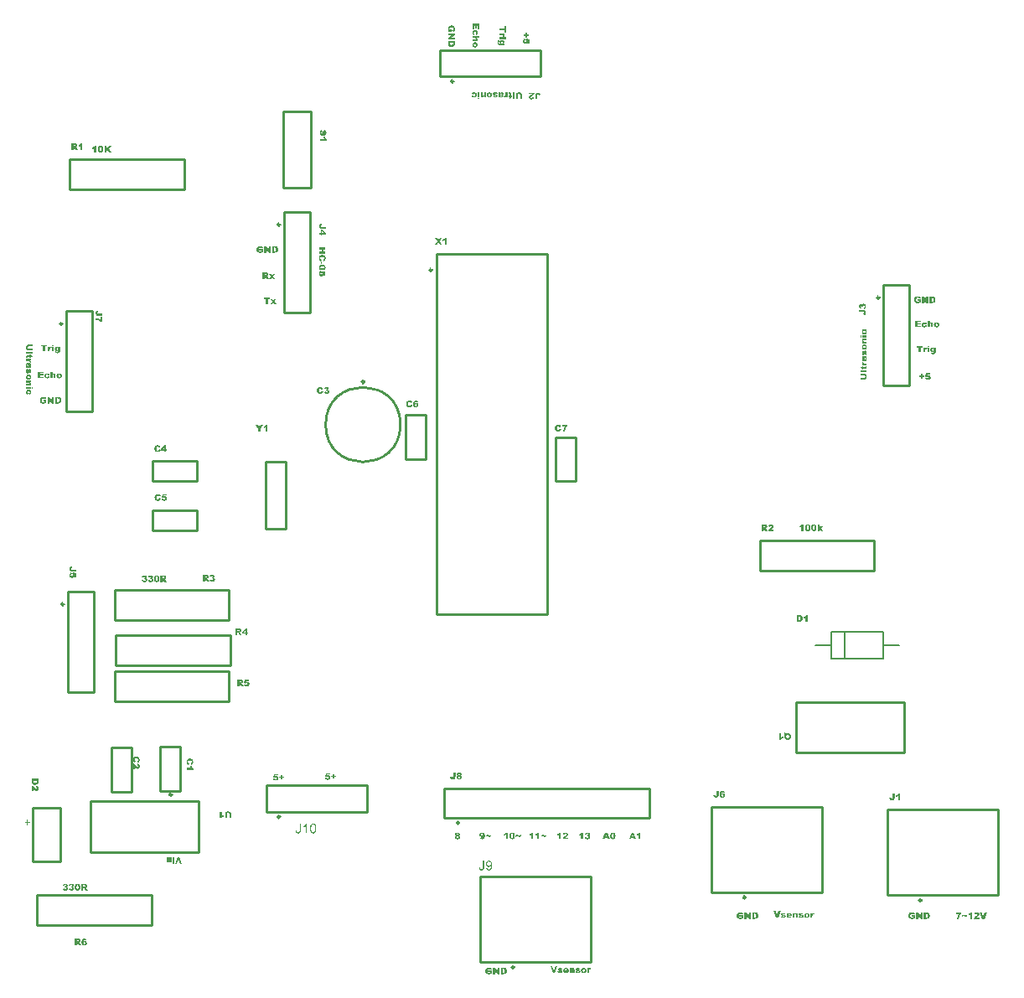
<source format=gto>
G04*
G04 #@! TF.GenerationSoftware,Altium Limited,Altium Designer,24.7.2 (38)*
G04*
G04 Layer_Color=65535*
%FSLAX44Y44*%
%MOMM*%
G71*
G04*
G04 #@! TF.SameCoordinates,1EDC3C93-3594-418F-BBEB-7D1DC09533BD*
G04*
G04*
G04 #@! TF.FilePolarity,Positive*
G04*
G01*
G75*
%ADD10C,0.2540*%
%ADD11C,0.2000*%
%ADD12C,0.1000*%
G36*
X100034Y840479D02*
X102557Y836382D01*
X100046D01*
X98653Y839073D01*
X97607Y837980D01*
Y836382D01*
X95577D01*
Y842966D01*
X97607D01*
Y840467D01*
X99734Y842966D01*
X102449D01*
X100034Y840479D01*
D02*
G37*
G36*
X87143Y836382D02*
X85293D01*
Y840755D01*
X85269Y840743D01*
X85221Y840695D01*
X85125Y840635D01*
X85017Y840551D01*
X84885Y840467D01*
X84728Y840371D01*
X84572Y840275D01*
X84416Y840191D01*
X84392Y840179D01*
X84344Y840155D01*
X84248Y840118D01*
X84128Y840070D01*
X83971Y840010D01*
X83803Y839938D01*
X83599Y839878D01*
X83371Y839806D01*
Y841296D01*
X83383D01*
X83407Y841308D01*
X83455Y841332D01*
X83527Y841344D01*
X83599Y841380D01*
X83695Y841416D01*
X83899Y841500D01*
X84128Y841608D01*
X84368Y841728D01*
X84608Y841861D01*
X84812Y842017D01*
X84824D01*
X84836Y842041D01*
X84896Y842089D01*
X84993Y842185D01*
X85113Y842317D01*
X85245Y842461D01*
X85377Y842642D01*
X85509Y842846D01*
X85629Y843074D01*
X87143D01*
Y836382D01*
D02*
G37*
G36*
X92093Y843062D02*
X92249Y843050D01*
X92417Y843038D01*
X92598Y843002D01*
X92778Y842966D01*
X92946Y842906D01*
X92970Y842894D01*
X93018Y842882D01*
X93102Y842834D01*
X93198Y842786D01*
X93306Y842726D01*
X93427Y842654D01*
X93535Y842569D01*
X93643Y842473D01*
X93655Y842461D01*
X93691Y842425D01*
X93739Y842377D01*
X93799Y842305D01*
X93871Y842233D01*
X93943Y842137D01*
X94075Y841921D01*
X94087Y841909D01*
X94099Y841873D01*
X94135Y841813D01*
X94171Y841728D01*
X94207Y841632D01*
X94243Y841512D01*
X94292Y841392D01*
X94328Y841248D01*
Y841236D01*
X94340Y841212D01*
X94352Y841176D01*
X94364Y841116D01*
X94376Y841056D01*
X94388Y840972D01*
X94424Y840779D01*
X94460Y840551D01*
X94496Y840299D01*
X94508Y840010D01*
X94520Y839722D01*
Y839698D01*
Y839638D01*
Y839554D01*
X94508Y839434D01*
X94496Y839277D01*
X94484Y839109D01*
X94472Y838929D01*
X94448Y838725D01*
X94376Y838292D01*
X94268Y837860D01*
X94195Y837656D01*
X94111Y837451D01*
X94015Y837271D01*
X93907Y837103D01*
X93895Y837091D01*
X93883Y837067D01*
X93847Y837031D01*
X93787Y836971D01*
X93715Y836911D01*
X93631Y836839D01*
X93535Y836767D01*
X93414Y836694D01*
X93282Y836610D01*
X93126Y836538D01*
X92958Y836466D01*
X92766Y836406D01*
X92562Y836346D01*
X92333Y836310D01*
X92081Y836286D01*
X91817Y836274D01*
X91672D01*
X91600Y836286D01*
X91528D01*
X91336Y836310D01*
X91120Y836334D01*
X90892Y836382D01*
X90663Y836454D01*
X90459Y836538D01*
X90435Y836550D01*
X90375Y836586D01*
X90279Y836646D01*
X90171Y836730D01*
X90027Y836839D01*
X89894Y836971D01*
X89750Y837127D01*
X89618Y837307D01*
X89606Y837319D01*
X89582Y837379D01*
X89534Y837451D01*
X89486Y837571D01*
X89426Y837704D01*
X89366Y837872D01*
X89306Y838076D01*
X89258Y838292D01*
Y838304D01*
Y838316D01*
X89246Y838352D01*
X89234Y838400D01*
X89222Y838533D01*
X89198Y838713D01*
X89173Y838917D01*
X89150Y839157D01*
X89137Y839422D01*
X89125Y839698D01*
Y839722D01*
Y839782D01*
Y839878D01*
X89137Y839998D01*
X89150Y840155D01*
X89162Y840335D01*
X89185Y840527D01*
X89210Y840731D01*
X89294Y841164D01*
X89414Y841596D01*
X89486Y841801D01*
X89582Y841993D01*
X89678Y842161D01*
X89798Y842317D01*
X89810Y842329D01*
X89834Y842353D01*
X89870Y842389D01*
X89930Y842437D01*
X90002Y842497D01*
X90087Y842557D01*
X90195Y842629D01*
X90315Y842702D01*
X90447Y842762D01*
X90603Y842834D01*
X90771Y842894D01*
X90952Y842954D01*
X91156Y843002D01*
X91372Y843038D01*
X91612Y843062D01*
X91865Y843074D01*
X91973D01*
X92093Y843062D01*
D02*
G37*
G36*
X782847Y250282D02*
X782895Y250258D01*
X782979Y250210D01*
X783087Y250150D01*
X783207Y250077D01*
X783351Y249993D01*
X783664Y249801D01*
X783676Y249789D01*
X783724Y249753D01*
X783796Y249705D01*
X783892Y249645D01*
X784084Y249501D01*
X784168Y249441D01*
X784240Y249381D01*
X784252D01*
X784276Y249393D01*
X784312Y249405D01*
X784361Y249429D01*
X784433Y249453D01*
X784505Y249477D01*
X784601Y249501D01*
X784709Y249525D01*
X784949Y249573D01*
X785238Y249621D01*
X785574Y249657D01*
X785934Y249669D01*
X786078D01*
X786187Y249657D01*
X786307Y249645D01*
X786451Y249633D01*
X786619Y249609D01*
X786787Y249573D01*
X787172Y249477D01*
X787364Y249417D01*
X787568Y249345D01*
X787760Y249261D01*
X787953Y249152D01*
X788133Y249032D01*
X788301Y248900D01*
X788313Y248888D01*
X788349Y248852D01*
X788397Y248804D01*
X788457Y248732D01*
X788541Y248636D01*
X788625Y248516D01*
X788722Y248384D01*
X788806Y248227D01*
X788902Y248047D01*
X788998Y247855D01*
X789082Y247639D01*
X789166Y247410D01*
X789226Y247158D01*
X789274Y246882D01*
X789310Y246593D01*
X789322Y246293D01*
Y246269D01*
Y246221D01*
X789310Y246137D01*
Y246029D01*
X789298Y245884D01*
X789274Y245728D01*
X789250Y245560D01*
X789214Y245368D01*
X789166Y245176D01*
X789106Y244959D01*
X789034Y244755D01*
X788950Y244539D01*
X788842Y244335D01*
X788722Y244142D01*
X788589Y243950D01*
X788433Y243770D01*
X788421Y243758D01*
X788385Y243734D01*
X788337Y243686D01*
X788265Y243626D01*
X788169Y243566D01*
X788061Y243482D01*
X787929Y243398D01*
X787785Y243314D01*
X787616Y243229D01*
X787424Y243157D01*
X787220Y243073D01*
X786992Y243013D01*
X786751Y242953D01*
X786487Y242905D01*
X786211Y242881D01*
X785922Y242869D01*
X785766D01*
X785658Y242881D01*
X785514Y242893D01*
X785358Y242917D01*
X785177Y242941D01*
X784997Y242977D01*
X784793Y243025D01*
X784589Y243085D01*
X784372Y243157D01*
X784168Y243241D01*
X783964Y243349D01*
X783760Y243470D01*
X783580Y243602D01*
X783399Y243758D01*
X783387Y243770D01*
X783363Y243794D01*
X783315Y243854D01*
X783255Y243914D01*
X783195Y244010D01*
X783111Y244118D01*
X783027Y244251D01*
X782943Y244395D01*
X782859Y244563D01*
X782787Y244755D01*
X782702Y244959D01*
X782643Y245188D01*
X782582Y245428D01*
X782534Y245692D01*
X782510Y245969D01*
X782498Y246269D01*
Y246281D01*
Y246329D01*
Y246413D01*
X782510Y246509D01*
X782522Y246629D01*
X782534Y246774D01*
X782558Y246930D01*
X782582Y247110D01*
X782679Y247482D01*
X782727Y247675D01*
X782799Y247867D01*
X782883Y248059D01*
X782979Y248251D01*
X783087Y248431D01*
X783219Y248600D01*
X783207Y248612D01*
X783159Y248636D01*
X783087Y248684D01*
X783015Y248744D01*
X782847Y248852D01*
X782775Y248900D01*
X782727Y248936D01*
X782714D01*
X782691Y248948D01*
X782654Y248972D01*
X782594Y248996D01*
X782534Y249032D01*
X782450Y249068D01*
X782354Y249116D01*
X782246Y249164D01*
X782823Y250294D01*
X782847Y250282D01*
D02*
G37*
G36*
X779399Y245188D02*
X779423Y245200D01*
X779471Y245248D01*
X779567Y245308D01*
X779675Y245392D01*
X779807Y245476D01*
X779963Y245572D01*
X780119Y245668D01*
X780276Y245752D01*
X780300Y245764D01*
X780348Y245788D01*
X780444Y245825D01*
X780564Y245872D01*
X780720Y245933D01*
X780888Y246005D01*
X781093Y246065D01*
X781321Y246137D01*
Y244647D01*
X781309D01*
X781285Y244635D01*
X781237Y244611D01*
X781165Y244599D01*
X781093Y244563D01*
X780996Y244527D01*
X780792Y244443D01*
X780564Y244335D01*
X780324Y244214D01*
X780083Y244082D01*
X779879Y243926D01*
X779867D01*
X779855Y243902D01*
X779795Y243854D01*
X779699Y243758D01*
X779579Y243626D01*
X779447Y243482D01*
X779314Y243302D01*
X779182Y243097D01*
X779062Y242869D01*
X777548D01*
Y249561D01*
X779399D01*
Y245188D01*
D02*
G37*
G36*
X538524Y146827D02*
X538668Y146815D01*
X538836Y146767D01*
X538848D01*
X538885Y146755D01*
X538945Y146731D01*
X539017Y146707D01*
X539125Y146659D01*
X539245Y146611D01*
X539389Y146539D01*
X539557Y146455D01*
X539581Y146443D01*
X539629Y146419D01*
X539714Y146383D01*
X539822Y146335D01*
X540038Y146239D01*
X540134Y146191D01*
X540218Y146166D01*
X540230D01*
X540254Y146154D01*
X540290D01*
X540338Y146143D01*
X540458Y146130D01*
X540591Y146118D01*
X540651D01*
X540699Y146130D01*
X540819Y146154D01*
X540987Y146202D01*
X541191Y146287D01*
X541299Y146347D01*
X541419Y146419D01*
X541552Y146491D01*
X541684Y146587D01*
X541816Y146695D01*
X541960Y146815D01*
Y145361D01*
X541936Y145350D01*
X541876Y145289D01*
X541780Y145217D01*
X541660Y145133D01*
X541516Y145037D01*
X541383Y144941D01*
X541239Y144857D01*
X541107Y144797D01*
X541095D01*
X541059Y144773D01*
X540987Y144761D01*
X540915Y144737D01*
X540807Y144713D01*
X540699Y144689D01*
X540578Y144677D01*
X540458Y144665D01*
X540362D01*
X540290Y144677D01*
X540218D01*
X540122Y144701D01*
X539930Y144737D01*
X539918D01*
X539882Y144749D01*
X539822Y144773D01*
X539738Y144809D01*
X539617Y144857D01*
X539473Y144917D01*
X539305Y145001D01*
X539113Y145097D01*
X539101D01*
X539089Y145109D01*
X539017Y145145D01*
X538921Y145193D01*
X538788Y145241D01*
X538644Y145289D01*
X538500Y145337D01*
X538356Y145373D01*
X538224Y145386D01*
X538152D01*
X538104Y145373D01*
X538044Y145361D01*
X537971Y145350D01*
X537791Y145302D01*
X537575Y145205D01*
X537455Y145157D01*
X537335Y145085D01*
X537215Y145001D01*
X537082Y144905D01*
X536938Y144797D01*
X536806Y144665D01*
Y146143D01*
X536830Y146154D01*
X536878Y146202D01*
X536950Y146275D01*
X537058Y146347D01*
X537178Y146431D01*
X537299Y146527D01*
X537443Y146599D01*
X537575Y146671D01*
X537587Y146683D01*
X537635Y146695D01*
X537719Y146719D01*
X537815Y146755D01*
X537935Y146791D01*
X538068Y146815D01*
X538224Y146827D01*
X538380Y146839D01*
X538464D01*
X538524Y146827D01*
D02*
G37*
G36*
X534752Y142454D02*
X532901D01*
Y146827D01*
X532877Y146815D01*
X532829Y146767D01*
X532733Y146707D01*
X532625Y146623D01*
X532493Y146539D01*
X532337Y146443D01*
X532181Y146347D01*
X532024Y146263D01*
X532000Y146251D01*
X531952Y146227D01*
X531856Y146191D01*
X531736Y146143D01*
X531580Y146082D01*
X531412Y146010D01*
X531207Y145950D01*
X530979Y145878D01*
Y147368D01*
X530991D01*
X531015Y147380D01*
X531063Y147404D01*
X531135Y147416D01*
X531207Y147452D01*
X531303Y147488D01*
X531508Y147572D01*
X531736Y147680D01*
X531976Y147800D01*
X532217Y147933D01*
X532421Y148089D01*
X532433D01*
X532445Y148113D01*
X532505Y148161D01*
X532601Y148257D01*
X532721Y148389D01*
X532853Y148533D01*
X532985Y148714D01*
X533118Y148918D01*
X533238Y149146D01*
X534752D01*
Y142454D01*
D02*
G37*
G36*
X528612D02*
X526762D01*
Y146827D01*
X526738Y146815D01*
X526690Y146767D01*
X526594Y146707D01*
X526486Y146623D01*
X526354Y146539D01*
X526198Y146443D01*
X526041Y146347D01*
X525885Y146263D01*
X525861Y146251D01*
X525813Y146227D01*
X525717Y146191D01*
X525597Y146143D01*
X525441Y146082D01*
X525272Y146010D01*
X525068Y145950D01*
X524840Y145878D01*
Y147368D01*
X524852D01*
X524876Y147380D01*
X524924Y147404D01*
X524996Y147416D01*
X525068Y147452D01*
X525164Y147488D01*
X525368Y147572D01*
X525597Y147680D01*
X525837Y147800D01*
X526077Y147933D01*
X526282Y148089D01*
X526294D01*
X526306Y148113D01*
X526366Y148161D01*
X526462Y148257D01*
X526582Y148389D01*
X526714Y148533D01*
X526846Y148714D01*
X526978Y148918D01*
X527099Y149146D01*
X528612D01*
Y142454D01*
D02*
G37*
G36*
X817940Y457054D02*
X819297Y458628D01*
X821556D01*
X819838Y456946D01*
X821652Y453858D01*
X819586D01*
X818613Y455756D01*
X817940Y455096D01*
Y453858D01*
X816066D01*
Y460442D01*
X817940D01*
Y457054D01*
D02*
G37*
G36*
X801624Y453858D02*
X799774D01*
Y458231D01*
X799750Y458219D01*
X799702Y458171D01*
X799606Y458111D01*
X799498Y458027D01*
X799366Y457943D01*
X799210Y457847D01*
X799053Y457751D01*
X798897Y457667D01*
X798873Y457655D01*
X798825Y457631D01*
X798729Y457594D01*
X798609Y457547D01*
X798453Y457486D01*
X798285Y457414D01*
X798080Y457354D01*
X797852Y457282D01*
Y458772D01*
X797864D01*
X797888Y458784D01*
X797936Y458808D01*
X798008Y458820D01*
X798080Y458856D01*
X798176Y458892D01*
X798381Y458976D01*
X798609Y459084D01*
X798849Y459204D01*
X799089Y459337D01*
X799294Y459493D01*
X799306D01*
X799318Y459517D01*
X799378Y459565D01*
X799474Y459661D01*
X799594Y459793D01*
X799726Y459937D01*
X799858Y460117D01*
X799990Y460322D01*
X800111Y460550D01*
X801624D01*
Y453858D01*
D02*
G37*
G36*
X812713Y460538D02*
X812870Y460526D01*
X813038Y460514D01*
X813218Y460478D01*
X813398Y460442D01*
X813567Y460382D01*
X813590Y460370D01*
X813639Y460358D01*
X813723Y460310D01*
X813819Y460262D01*
X813927Y460202D01*
X814047Y460130D01*
X814155Y460045D01*
X814263Y459949D01*
X814275Y459937D01*
X814311Y459901D01*
X814360Y459853D01*
X814419Y459781D01*
X814492Y459709D01*
X814564Y459613D01*
X814696Y459397D01*
X814708Y459385D01*
X814720Y459349D01*
X814756Y459288D01*
X814792Y459204D01*
X814828Y459108D01*
X814864Y458988D01*
X814912Y458868D01*
X814948Y458724D01*
Y458712D01*
X814960Y458688D01*
X814972Y458652D01*
X814984Y458592D01*
X814996Y458532D01*
X815008Y458447D01*
X815044Y458255D01*
X815080Y458027D01*
X815116Y457775D01*
X815128Y457486D01*
X815140Y457198D01*
Y457174D01*
Y457114D01*
Y457030D01*
X815128Y456910D01*
X815116Y456754D01*
X815104Y456585D01*
X815092Y456405D01*
X815068Y456201D01*
X814996Y455768D01*
X814888Y455336D01*
X814816Y455132D01*
X814732Y454927D01*
X814636Y454747D01*
X814528Y454579D01*
X814516Y454567D01*
X814504Y454543D01*
X814468Y454507D01*
X814408Y454447D01*
X814335Y454387D01*
X814251Y454315D01*
X814155Y454243D01*
X814035Y454170D01*
X813903Y454086D01*
X813747Y454014D01*
X813578Y453942D01*
X813386Y453882D01*
X813182Y453822D01*
X812954Y453786D01*
X812701Y453762D01*
X812437Y453750D01*
X812293D01*
X812221Y453762D01*
X812149D01*
X811957Y453786D01*
X811740Y453810D01*
X811512Y453858D01*
X811284Y453930D01*
X811080Y454014D01*
X811056Y454026D01*
X810995Y454062D01*
X810899Y454122D01*
X810791Y454207D01*
X810647Y454315D01*
X810515Y454447D01*
X810371Y454603D01*
X810239Y454783D01*
X810227Y454795D01*
X810202Y454855D01*
X810154Y454927D01*
X810106Y455047D01*
X810046Y455180D01*
X809986Y455348D01*
X809926Y455552D01*
X809878Y455768D01*
Y455780D01*
Y455792D01*
X809866Y455828D01*
X809854Y455877D01*
X809842Y456009D01*
X809818Y456189D01*
X809794Y456393D01*
X809770Y456633D01*
X809758Y456898D01*
X809746Y457174D01*
Y457198D01*
Y457258D01*
Y457354D01*
X809758Y457474D01*
X809770Y457631D01*
X809782Y457811D01*
X809806Y458003D01*
X809830Y458207D01*
X809914Y458640D01*
X810034Y459072D01*
X810106Y459277D01*
X810202Y459469D01*
X810299Y459637D01*
X810419Y459793D01*
X810431Y459805D01*
X810455Y459829D01*
X810491Y459865D01*
X810551Y459913D01*
X810623Y459973D01*
X810707Y460033D01*
X810815Y460106D01*
X810935Y460178D01*
X811068Y460238D01*
X811224Y460310D01*
X811392Y460370D01*
X811572Y460430D01*
X811776Y460478D01*
X811993Y460514D01*
X812233Y460538D01*
X812485Y460550D01*
X812593D01*
X812713Y460538D01*
D02*
G37*
G36*
X806574D02*
X806730Y460526D01*
X806899Y460514D01*
X807079Y460478D01*
X807259Y460442D01*
X807427Y460382D01*
X807451Y460370D01*
X807499Y460358D01*
X807583Y460310D01*
X807680Y460262D01*
X807788Y460202D01*
X807908Y460130D01*
X808016Y460045D01*
X808124Y459949D01*
X808136Y459937D01*
X808172Y459901D01*
X808220Y459853D01*
X808280Y459781D01*
X808352Y459709D01*
X808424Y459613D01*
X808557Y459397D01*
X808569Y459385D01*
X808581Y459349D01*
X808617Y459288D01*
X808653Y459204D01*
X808689Y459108D01*
X808725Y458988D01*
X808773Y458868D01*
X808809Y458724D01*
Y458712D01*
X808821Y458688D01*
X808833Y458652D01*
X808845Y458592D01*
X808857Y458532D01*
X808869Y458447D01*
X808905Y458255D01*
X808941Y458027D01*
X808977Y457775D01*
X808989Y457486D01*
X809001Y457198D01*
Y457174D01*
Y457114D01*
Y457030D01*
X808989Y456910D01*
X808977Y456754D01*
X808965Y456585D01*
X808953Y456405D01*
X808929Y456201D01*
X808857Y455768D01*
X808749Y455336D01*
X808677Y455132D01*
X808593Y454927D01*
X808496Y454747D01*
X808388Y454579D01*
X808376Y454567D01*
X808364Y454543D01*
X808328Y454507D01*
X808268Y454447D01*
X808196Y454387D01*
X808112Y454315D01*
X808016Y454243D01*
X807896Y454170D01*
X807764Y454086D01*
X807607Y454014D01*
X807439Y453942D01*
X807247Y453882D01*
X807043Y453822D01*
X806814Y453786D01*
X806562Y453762D01*
X806298Y453750D01*
X806154D01*
X806082Y453762D01*
X806010D01*
X805817Y453786D01*
X805601Y453810D01*
X805373Y453858D01*
X805145Y453930D01*
X804940Y454014D01*
X804916Y454026D01*
X804856Y454062D01*
X804760Y454122D01*
X804652Y454207D01*
X804508Y454315D01*
X804376Y454447D01*
X804231Y454603D01*
X804099Y454783D01*
X804087Y454795D01*
X804063Y454855D01*
X804015Y454927D01*
X803967Y455047D01*
X803907Y455180D01*
X803847Y455348D01*
X803787Y455552D01*
X803739Y455768D01*
Y455780D01*
Y455792D01*
X803727Y455828D01*
X803715Y455877D01*
X803703Y456009D01*
X803679Y456189D01*
X803655Y456393D01*
X803631Y456633D01*
X803619Y456898D01*
X803607Y457174D01*
Y457198D01*
Y457258D01*
Y457354D01*
X803619Y457474D01*
X803631Y457631D01*
X803643Y457811D01*
X803667Y458003D01*
X803691Y458207D01*
X803775Y458640D01*
X803895Y459072D01*
X803967Y459277D01*
X804063Y459469D01*
X804159Y459637D01*
X804279Y459793D01*
X804292Y459805D01*
X804316Y459829D01*
X804352Y459865D01*
X804412Y459913D01*
X804484Y459973D01*
X804568Y460033D01*
X804676Y460106D01*
X804796Y460178D01*
X804928Y460238D01*
X805085Y460310D01*
X805253Y460370D01*
X805433Y460430D01*
X805637Y460478D01*
X805853Y460514D01*
X806094Y460538D01*
X806346Y460550D01*
X806454D01*
X806574Y460538D01*
D02*
G37*
G36*
X267407Y685815D02*
X269149Y683328D01*
X267011D01*
X266134Y684854D01*
X265101Y683328D01*
X263118D01*
X264848Y685815D01*
X263202Y688098D01*
X265377D01*
X266134Y686764D01*
X267011Y688098D01*
X269029D01*
X267407Y685815D01*
D02*
G37*
G36*
X262818Y688290D02*
X260739D01*
Y683328D01*
X258709D01*
Y688290D01*
X256631D01*
Y689912D01*
X262818D01*
Y688290D01*
D02*
G37*
G36*
X554313Y561172D02*
X554421D01*
X554541Y561160D01*
X554673Y561148D01*
X554817Y561124D01*
X555142Y561064D01*
X555466Y560968D01*
X555779Y560848D01*
X555923Y560764D01*
X556067Y560679D01*
X556079D01*
X556103Y560655D01*
X556139Y560631D01*
X556187Y560583D01*
X556247Y560535D01*
X556319Y560463D01*
X556391Y560391D01*
X556475Y560295D01*
X556559Y560199D01*
X556644Y560079D01*
X556740Y559959D01*
X556824Y559814D01*
X556908Y559658D01*
X556992Y559502D01*
X557064Y559322D01*
X557136Y559130D01*
X555334Y558733D01*
Y558745D01*
X555322Y558781D01*
X555298Y558841D01*
X555274Y558901D01*
X555202Y559045D01*
X555166Y559106D01*
X555130Y559166D01*
X555118Y559178D01*
X555106Y559202D01*
X555058Y559250D01*
X555010Y559298D01*
X554878Y559418D01*
X554709Y559526D01*
X554697Y559538D01*
X554673Y559550D01*
X554613Y559574D01*
X554553Y559598D01*
X554469Y559622D01*
X554373Y559634D01*
X554265Y559658D01*
X554085D01*
X554049Y559646D01*
X553916Y559634D01*
X553760Y559586D01*
X553592Y559526D01*
X553412Y559418D01*
X553243Y559286D01*
X553172Y559190D01*
X553099Y559094D01*
X553087Y559070D01*
X553051Y559021D01*
X553015Y558913D01*
X552967Y558781D01*
X552907Y558601D01*
X552871Y558385D01*
X552835Y558120D01*
X552823Y557808D01*
Y557796D01*
Y557760D01*
Y557700D01*
Y557628D01*
X552835Y557544D01*
Y557436D01*
X552859Y557207D01*
X552907Y556967D01*
X552955Y556715D01*
X553039Y556487D01*
X553087Y556390D01*
X553147Y556306D01*
X553159Y556294D01*
X553208Y556246D01*
X553292Y556186D01*
X553388Y556114D01*
X553520Y556030D01*
X553688Y555970D01*
X553868Y555922D01*
X554085Y555910D01*
X554181D01*
X554289Y555922D01*
X554421Y555946D01*
X554565Y555994D01*
X554709Y556042D01*
X554853Y556126D01*
X554974Y556234D01*
X554986Y556246D01*
X555022Y556294D01*
X555082Y556366D01*
X555142Y556474D01*
X555214Y556607D01*
X555286Y556775D01*
X555358Y556967D01*
X555418Y557195D01*
X557196Y556643D01*
Y556631D01*
X557184Y556607D01*
X557172Y556571D01*
X557160Y556522D01*
X557124Y556378D01*
X557052Y556210D01*
X556980Y556006D01*
X556872Y555802D01*
X556764Y555597D01*
X556619Y555393D01*
X556608Y555369D01*
X556548Y555309D01*
X556463Y555225D01*
X556355Y555105D01*
X556211Y554985D01*
X556055Y554865D01*
X555863Y554744D01*
X555658Y554636D01*
X555646D01*
X555634Y554624D01*
X555598Y554612D01*
X555562Y554600D01*
X555430Y554552D01*
X555262Y554516D01*
X555058Y554468D01*
X554805Y554420D01*
X554517Y554396D01*
X554205Y554384D01*
X554025D01*
X553928Y554396D01*
X553832D01*
X553712Y554408D01*
X553580Y554420D01*
X553304Y554456D01*
X553003Y554516D01*
X552715Y554588D01*
X552439Y554684D01*
X552427D01*
X552415Y554696D01*
X552379Y554720D01*
X552331Y554744D01*
X552198Y554828D01*
X552042Y554937D01*
X551862Y555093D01*
X551658Y555273D01*
X551465Y555501D01*
X551273Y555778D01*
Y555790D01*
X551249Y555814D01*
X551225Y555862D01*
X551201Y555922D01*
X551165Y555994D01*
X551117Y556090D01*
X551069Y556198D01*
X551033Y556330D01*
X550985Y556462D01*
X550937Y556619D01*
X550901Y556787D01*
X550853Y556967D01*
X550829Y557159D01*
X550805Y557364D01*
X550781Y557796D01*
Y557820D01*
Y557868D01*
X550793Y557952D01*
Y558060D01*
X550805Y558204D01*
X550829Y558361D01*
X550853Y558529D01*
X550889Y558721D01*
X550937Y558925D01*
X550997Y559130D01*
X551057Y559334D01*
X551141Y559550D01*
X551249Y559754D01*
X551357Y559947D01*
X551489Y560139D01*
X551646Y560307D01*
X551658Y560319D01*
X551682Y560343D01*
X551742Y560391D01*
X551802Y560439D01*
X551898Y560511D01*
X552006Y560583D01*
X552126Y560667D01*
X552282Y560751D01*
X552439Y560824D01*
X552631Y560908D01*
X552835Y560980D01*
X553051Y561052D01*
X553292Y561100D01*
X553544Y561148D01*
X553820Y561172D01*
X554109Y561184D01*
X554229D01*
X554313Y561172D01*
D02*
G37*
G36*
X563263Y559826D02*
X563251Y559814D01*
X563227Y559802D01*
X563191Y559766D01*
X563143Y559718D01*
X563011Y559586D01*
X562855Y559418D01*
X562663Y559226D01*
X562471Y558985D01*
X562266Y558733D01*
X562086Y558469D01*
X562074Y558457D01*
X562062Y558433D01*
X562038Y558385D01*
X561990Y558313D01*
X561942Y558228D01*
X561894Y558132D01*
X561834Y558012D01*
X561762Y557892D01*
X561689Y557748D01*
X561617Y557592D01*
X561473Y557255D01*
X561329Y556883D01*
X561197Y556487D01*
Y556474D01*
X561185Y556450D01*
X561173Y556402D01*
X561149Y556342D01*
X561137Y556258D01*
X561113Y556162D01*
X561077Y556054D01*
X561053Y555922D01*
X561029Y555778D01*
X560993Y555634D01*
X560945Y555285D01*
X560885Y554913D01*
X560849Y554492D01*
X559022D01*
Y554516D01*
X559034Y554564D01*
X559046Y554648D01*
X559058Y554756D01*
X559082Y554901D01*
X559106Y555057D01*
X559142Y555237D01*
X559179Y555429D01*
X559227Y555645D01*
X559275Y555862D01*
X559395Y556306D01*
X559527Y556763D01*
X559611Y556979D01*
X559695Y557183D01*
Y557195D01*
X559719Y557231D01*
X559743Y557291D01*
X559779Y557375D01*
X559839Y557472D01*
X559899Y557592D01*
X559972Y557736D01*
X560056Y557892D01*
X560152Y558060D01*
X560260Y558241D01*
X560380Y558433D01*
X560512Y558637D01*
X560656Y558841D01*
X560812Y559070D01*
X560981Y559298D01*
X561161Y559526D01*
X557917D01*
Y561076D01*
X563263D01*
Y559826D01*
D02*
G37*
G36*
X586509Y12300D02*
X586618Y12276D01*
X586750Y12252D01*
X586894Y12204D01*
X587062Y12144D01*
X587242Y12060D01*
X586666Y10750D01*
X586654Y10762D01*
X586618Y10774D01*
X586558Y10798D01*
X586485Y10822D01*
X586317Y10870D01*
X586233Y10894D01*
X586101D01*
X586041Y10882D01*
X585957Y10858D01*
X585861Y10822D01*
X585777Y10762D01*
X585681Y10690D01*
X585596Y10594D01*
X585584Y10570D01*
X585548Y10510D01*
X585536Y10462D01*
X585512Y10402D01*
X585488Y10330D01*
X585464Y10245D01*
X585428Y10137D01*
X585404Y10029D01*
X585380Y9897D01*
X585368Y9753D01*
X585344Y9597D01*
X585332Y9429D01*
X585320Y9236D01*
Y9032D01*
Y7434D01*
X583482D01*
Y12204D01*
X585188D01*
Y11423D01*
X585200Y11447D01*
X585236Y11507D01*
X585284Y11591D01*
X585344Y11699D01*
X585512Y11927D01*
X585596Y12036D01*
X585692Y12120D01*
X585704Y12132D01*
X585741Y12156D01*
X585801Y12180D01*
X585873Y12216D01*
X585969Y12252D01*
X586089Y12288D01*
X586209Y12300D01*
X586353Y12312D01*
X586425D01*
X586509Y12300D01*
D02*
G37*
G36*
X569101D02*
X569245Y12288D01*
X569413Y12252D01*
X569605Y12204D01*
X569798Y12120D01*
X569990Y12012D01*
X570170Y11855D01*
X570194Y11831D01*
X570242Y11771D01*
X570302Y11663D01*
X570386Y11507D01*
X570471Y11315D01*
X570531Y11075D01*
X570579Y10786D01*
X570603Y10462D01*
Y7434D01*
X568764D01*
Y10053D01*
Y10077D01*
Y10125D01*
X568753Y10209D01*
X568740Y10306D01*
X568692Y10510D01*
X568656Y10606D01*
X568596Y10690D01*
X568584Y10702D01*
X568560Y10726D01*
X568524Y10750D01*
X568476Y10786D01*
X568404Y10822D01*
X568332Y10858D01*
X568236Y10870D01*
X568128Y10882D01*
X568068D01*
X568008Y10870D01*
X567935Y10846D01*
X567851Y10822D01*
X567755Y10774D01*
X567671Y10714D01*
X567587Y10630D01*
X567575Y10618D01*
X567551Y10582D01*
X567527Y10510D01*
X567491Y10426D01*
X567443Y10294D01*
X567419Y10137D01*
X567395Y9945D01*
X567383Y9717D01*
Y7434D01*
X565557D01*
Y12204D01*
X567251D01*
Y11423D01*
X567263Y11447D01*
X567323Y11507D01*
X567395Y11591D01*
X567491Y11687D01*
X567611Y11807D01*
X567743Y11916D01*
X567875Y12024D01*
X568020Y12108D01*
X568044Y12120D01*
X568092Y12144D01*
X568176Y12168D01*
X568284Y12216D01*
X568428Y12252D01*
X568596Y12276D01*
X568777Y12300D01*
X568981Y12312D01*
X569053D01*
X569101Y12300D01*
D02*
G37*
G36*
X574183D02*
X574375D01*
X574579Y12276D01*
X574784Y12252D01*
X574976Y12228D01*
X575144Y12180D01*
X575168D01*
X575216Y12156D01*
X575288Y12120D01*
X575384Y12084D01*
X575492Y12024D01*
X575601Y11952D01*
X575721Y11868D01*
X575829Y11771D01*
X575841Y11759D01*
X575877Y11723D01*
X575925Y11663D01*
X575985Y11579D01*
X576057Y11471D01*
X576141Y11351D01*
X576213Y11207D01*
X576285Y11039D01*
X574555Y10870D01*
Y10882D01*
X574543Y10906D01*
X574519Y10954D01*
X574495Y11002D01*
X574423Y11111D01*
X574327Y11207D01*
X574315Y11219D01*
X574291Y11231D01*
X574243Y11255D01*
X574183Y11279D01*
X574099Y11303D01*
X574015Y11327D01*
X573907Y11351D01*
X573690D01*
X573630Y11339D01*
X573474Y11303D01*
X573402Y11267D01*
X573342Y11231D01*
X573318Y11207D01*
X573282Y11159D01*
X573234Y11075D01*
X573222Y11027D01*
X573210Y10966D01*
Y10954D01*
Y10942D01*
X573234Y10870D01*
X573282Y10774D01*
X573318Y10738D01*
X573378Y10702D01*
X573390D01*
X573414Y10690D01*
X573462Y10666D01*
X573546Y10642D01*
X573642Y10618D01*
X573786Y10594D01*
X573955Y10558D01*
X574159Y10534D01*
X574195D01*
X574243Y10522D01*
X574303D01*
X574387Y10510D01*
X574471Y10498D01*
X574675Y10462D01*
X574892Y10426D01*
X575120Y10378D01*
X575336Y10318D01*
X575517Y10245D01*
X575541Y10234D01*
X575588Y10209D01*
X575673Y10173D01*
X575769Y10113D01*
X575877Y10041D01*
X575997Y9945D01*
X576105Y9837D01*
X576201Y9717D01*
X576213Y9705D01*
X576237Y9657D01*
X576273Y9585D01*
X576321Y9501D01*
X576370Y9392D01*
X576405Y9260D01*
X576429Y9116D01*
X576441Y8972D01*
Y8960D01*
Y8900D01*
X576429Y8828D01*
X576405Y8720D01*
X576381Y8600D01*
X576333Y8455D01*
X576273Y8311D01*
X576189Y8167D01*
X576177Y8155D01*
X576141Y8107D01*
X576081Y8035D01*
X575997Y7951D01*
X575889Y7855D01*
X575745Y7747D01*
X575588Y7650D01*
X575396Y7554D01*
X575372Y7542D01*
X575300Y7518D01*
X575180Y7482D01*
X575012Y7446D01*
X574808Y7398D01*
X574555Y7362D01*
X574267Y7338D01*
X573943Y7326D01*
X573822D01*
X573726Y7338D01*
X573618D01*
X573498Y7350D01*
X573366Y7362D01*
X573222Y7374D01*
X572909Y7422D01*
X572609Y7482D01*
X572321Y7578D01*
X572188Y7638D01*
X572080Y7699D01*
X572056Y7711D01*
X571996Y7771D01*
X571900Y7855D01*
X571780Y7975D01*
X571660Y8119D01*
X571552Y8311D01*
X571444Y8528D01*
X571372Y8768D01*
X573186Y8936D01*
Y8924D01*
X573210Y8876D01*
X573234Y8828D01*
X573270Y8756D01*
X573354Y8588D01*
X573414Y8515D01*
X573486Y8455D01*
X573498D01*
X573522Y8431D01*
X573570Y8419D01*
X573630Y8395D01*
X573702Y8371D01*
X573798Y8347D01*
X573907Y8335D01*
X574027Y8323D01*
X574087D01*
X574159Y8335D01*
X574243Y8347D01*
X574423Y8395D01*
X574507Y8431D01*
X574591Y8479D01*
X574603D01*
X574615Y8504D01*
X574675Y8551D01*
X574735Y8648D01*
X574748Y8708D01*
X574760Y8768D01*
Y8780D01*
Y8804D01*
X574735Y8876D01*
X574711Y8924D01*
X574675Y8972D01*
X574627Y9020D01*
X574555Y9068D01*
X574543D01*
X574519Y9080D01*
X574471Y9104D01*
X574399Y9128D01*
X574303Y9152D01*
X574171Y9188D01*
X573991Y9224D01*
X573774Y9260D01*
X573762D01*
X573738Y9272D01*
X573678D01*
X573618Y9284D01*
X573546Y9308D01*
X573450Y9320D01*
X573246Y9369D01*
X573030Y9417D01*
X572801Y9465D01*
X572609Y9513D01*
X572513Y9549D01*
X572441Y9573D01*
X572429Y9585D01*
X572381Y9597D01*
X572309Y9633D01*
X572225Y9693D01*
X572128Y9753D01*
X572032Y9837D01*
X571924Y9933D01*
X571828Y10053D01*
X571816Y10065D01*
X571792Y10113D01*
X571744Y10186D01*
X571708Y10270D01*
X571660Y10390D01*
X571612Y10510D01*
X571588Y10654D01*
X571576Y10810D01*
Y10834D01*
Y10894D01*
X571588Y10978D01*
X571612Y11099D01*
X571636Y11219D01*
X571684Y11363D01*
X571756Y11495D01*
X571840Y11627D01*
X571852Y11639D01*
X571888Y11687D01*
X571948Y11747D01*
X572044Y11819D01*
X572152Y11904D01*
X572273Y11988D01*
X572429Y12060D01*
X572597Y12132D01*
X572621Y12144D01*
X572681Y12156D01*
X572789Y12192D01*
X572945Y12228D01*
X573126Y12252D01*
X573342Y12288D01*
X573606Y12300D01*
X573895Y12312D01*
X574111D01*
X574183Y12300D01*
D02*
G37*
G36*
X556282D02*
X556474D01*
X556678Y12276D01*
X556882Y12252D01*
X557075Y12228D01*
X557243Y12180D01*
X557267D01*
X557315Y12156D01*
X557387Y12120D01*
X557483Y12084D01*
X557591Y12024D01*
X557699Y11952D01*
X557820Y11868D01*
X557928Y11771D01*
X557940Y11759D01*
X557976Y11723D01*
X558024Y11663D01*
X558084Y11579D01*
X558156Y11471D01*
X558240Y11351D01*
X558312Y11207D01*
X558384Y11039D01*
X556654Y10870D01*
Y10882D01*
X556642Y10906D01*
X556618Y10954D01*
X556594Y11002D01*
X556522Y11111D01*
X556426Y11207D01*
X556414Y11219D01*
X556390Y11231D01*
X556342Y11255D01*
X556282Y11279D01*
X556198Y11303D01*
X556114Y11327D01*
X556005Y11351D01*
X555789D01*
X555729Y11339D01*
X555573Y11303D01*
X555501Y11267D01*
X555441Y11231D01*
X555417Y11207D01*
X555381Y11159D01*
X555333Y11075D01*
X555321Y11027D01*
X555309Y10966D01*
Y10954D01*
Y10942D01*
X555333Y10870D01*
X555381Y10774D01*
X555417Y10738D01*
X555477Y10702D01*
X555489D01*
X555513Y10690D01*
X555561Y10666D01*
X555645Y10642D01*
X555741Y10618D01*
X555885Y10594D01*
X556053Y10558D01*
X556258Y10534D01*
X556294D01*
X556342Y10522D01*
X556402D01*
X556486Y10510D01*
X556570Y10498D01*
X556774Y10462D01*
X556991Y10426D01*
X557219Y10378D01*
X557435Y10318D01*
X557615Y10245D01*
X557639Y10234D01*
X557687Y10209D01*
X557771Y10173D01*
X557868Y10113D01*
X557976Y10041D01*
X558096Y9945D01*
X558204Y9837D01*
X558300Y9717D01*
X558312Y9705D01*
X558336Y9657D01*
X558372Y9585D01*
X558420Y9501D01*
X558468Y9392D01*
X558504Y9260D01*
X558528Y9116D01*
X558540Y8972D01*
Y8960D01*
Y8900D01*
X558528Y8828D01*
X558504Y8720D01*
X558480Y8600D01*
X558432Y8455D01*
X558372Y8311D01*
X558288Y8167D01*
X558276Y8155D01*
X558240Y8107D01*
X558180Y8035D01*
X558096Y7951D01*
X557988Y7855D01*
X557844Y7747D01*
X557687Y7650D01*
X557495Y7554D01*
X557471Y7542D01*
X557399Y7518D01*
X557279Y7482D01*
X557111Y7446D01*
X556907Y7398D01*
X556654Y7362D01*
X556366Y7338D01*
X556041Y7326D01*
X555921D01*
X555825Y7338D01*
X555717D01*
X555597Y7350D01*
X555465Y7362D01*
X555321Y7374D01*
X555008Y7422D01*
X554708Y7482D01*
X554420Y7578D01*
X554287Y7638D01*
X554179Y7699D01*
X554155Y7711D01*
X554095Y7771D01*
X553999Y7855D01*
X553879Y7975D01*
X553759Y8119D01*
X553651Y8311D01*
X553543Y8528D01*
X553470Y8768D01*
X555285Y8936D01*
Y8924D01*
X555309Y8876D01*
X555333Y8828D01*
X555369Y8756D01*
X555453Y8588D01*
X555513Y8515D01*
X555585Y8455D01*
X555597D01*
X555621Y8431D01*
X555669Y8419D01*
X555729Y8395D01*
X555801Y8371D01*
X555897Y8347D01*
X556005Y8335D01*
X556125Y8323D01*
X556186D01*
X556258Y8335D01*
X556342Y8347D01*
X556522Y8395D01*
X556606Y8431D01*
X556690Y8479D01*
X556702D01*
X556714Y8504D01*
X556774Y8551D01*
X556834Y8648D01*
X556846Y8708D01*
X556858Y8768D01*
Y8780D01*
Y8804D01*
X556834Y8876D01*
X556810Y8924D01*
X556774Y8972D01*
X556726Y9020D01*
X556654Y9068D01*
X556642D01*
X556618Y9080D01*
X556570Y9104D01*
X556498Y9128D01*
X556402Y9152D01*
X556270Y9188D01*
X556090Y9224D01*
X555873Y9260D01*
X555861D01*
X555837Y9272D01*
X555777D01*
X555717Y9284D01*
X555645Y9308D01*
X555549Y9320D01*
X555345Y9369D01*
X555128Y9417D01*
X554900Y9465D01*
X554708Y9513D01*
X554612Y9549D01*
X554540Y9573D01*
X554528Y9585D01*
X554480Y9597D01*
X554408Y9633D01*
X554323Y9693D01*
X554227Y9753D01*
X554131Y9837D01*
X554023Y9933D01*
X553927Y10053D01*
X553915Y10065D01*
X553891Y10113D01*
X553843Y10186D01*
X553807Y10270D01*
X553759Y10390D01*
X553711Y10510D01*
X553687Y10654D01*
X553675Y10810D01*
Y10834D01*
Y10894D01*
X553687Y10978D01*
X553711Y11099D01*
X553735Y11219D01*
X553783Y11363D01*
X553855Y11495D01*
X553939Y11627D01*
X553951Y11639D01*
X553987Y11687D01*
X554047Y11747D01*
X554143Y11819D01*
X554251Y11904D01*
X554371Y11988D01*
X554528Y12060D01*
X554696Y12132D01*
X554720Y12144D01*
X554780Y12156D01*
X554888Y12192D01*
X555044Y12228D01*
X555224Y12252D01*
X555441Y12288D01*
X555705Y12300D01*
X555993Y12312D01*
X556210D01*
X556282Y12300D01*
D02*
G37*
G36*
X550791Y7434D02*
X548593D01*
X546106Y14018D01*
X548232D01*
X549710Y9272D01*
X551176Y14018D01*
X553242D01*
X550791Y7434D01*
D02*
G37*
G36*
X580058Y12300D02*
X580166Y12288D01*
X580310Y12264D01*
X580466Y12240D01*
X580622Y12204D01*
X580791Y12168D01*
X580971Y12108D01*
X581151Y12036D01*
X581331Y11964D01*
X581511Y11855D01*
X581680Y11747D01*
X581836Y11615D01*
X581980Y11471D01*
X581992Y11459D01*
X582004Y11447D01*
X582040Y11399D01*
X582076Y11351D01*
X582124Y11291D01*
X582172Y11207D01*
X582220Y11123D01*
X582280Y11014D01*
X582389Y10774D01*
X582485Y10498D01*
X582557Y10173D01*
X582569Y10005D01*
X582581Y9825D01*
Y9813D01*
Y9777D01*
Y9717D01*
X582569Y9645D01*
X582557Y9549D01*
X582545Y9441D01*
X582521Y9320D01*
X582485Y9188D01*
X582401Y8900D01*
X582341Y8756D01*
X582268Y8600D01*
X582184Y8455D01*
X582088Y8299D01*
X581980Y8155D01*
X581848Y8023D01*
X581836Y8011D01*
X581812Y7999D01*
X581776Y7963D01*
X581716Y7915D01*
X581644Y7867D01*
X581548Y7807D01*
X581440Y7735D01*
X581319Y7674D01*
X581187Y7614D01*
X581031Y7542D01*
X580863Y7482D01*
X580683Y7434D01*
X580490Y7386D01*
X580274Y7362D01*
X580058Y7338D01*
X579818Y7326D01*
X579709D01*
X579625Y7338D01*
X579529D01*
X579421Y7362D01*
X579289Y7374D01*
X579157Y7398D01*
X578856Y7470D01*
X578544Y7566D01*
X578244Y7711D01*
X578088Y7807D01*
X577955Y7903D01*
X577943Y7915D01*
X577919Y7939D01*
X577871Y7975D01*
X577823Y8035D01*
X577751Y8107D01*
X577679Y8191D01*
X577607Y8299D01*
X577523Y8407D01*
X577439Y8540D01*
X577367Y8684D01*
X577295Y8840D01*
X577223Y9008D01*
X577174Y9188D01*
X577126Y9380D01*
X577102Y9585D01*
X577090Y9801D01*
Y9813D01*
Y9849D01*
Y9909D01*
X577102Y9981D01*
X577114Y10077D01*
X577126Y10186D01*
X577150Y10306D01*
X577186Y10438D01*
X577271Y10726D01*
X577331Y10870D01*
X577403Y11027D01*
X577487Y11171D01*
X577583Y11327D01*
X577691Y11471D01*
X577823Y11603D01*
X577835Y11615D01*
X577859Y11639D01*
X577895Y11663D01*
X577955Y11711D01*
X578027Y11771D01*
X578124Y11831D01*
X578232Y11891D01*
X578352Y11964D01*
X578484Y12024D01*
X578628Y12084D01*
X578796Y12144D01*
X578977Y12204D01*
X579169Y12252D01*
X579373Y12276D01*
X579589Y12300D01*
X579818Y12312D01*
X579950D01*
X580058Y12300D01*
D02*
G37*
G36*
X562133D02*
X562241D01*
X562469Y12276D01*
X562721Y12240D01*
X562986Y12180D01*
X563250Y12108D01*
X563490Y12000D01*
X563502D01*
X563514Y11988D01*
X563586Y11940D01*
X563694Y11868D01*
X563827Y11771D01*
X563983Y11639D01*
X564127Y11483D01*
X564271Y11303D01*
X564403Y11099D01*
Y11086D01*
X564415Y11075D01*
X564427Y11039D01*
X564451Y10990D01*
X564475Y10930D01*
X564499Y10858D01*
X564560Y10690D01*
X564620Y10462D01*
X564668Y10209D01*
X564704Y9909D01*
X564716Y9573D01*
Y9369D01*
X561051D01*
Y9344D01*
X561063Y9296D01*
X561075Y9212D01*
X561099Y9116D01*
X561171Y8900D01*
X561220Y8804D01*
X561280Y8708D01*
X561292Y8696D01*
X561328Y8660D01*
X561388Y8612D01*
X561472Y8551D01*
X561568Y8492D01*
X561688Y8443D01*
X561820Y8407D01*
X561976Y8395D01*
X562024D01*
X562073Y8407D01*
X562145D01*
X562301Y8455D01*
X562385Y8479D01*
X562481Y8528D01*
X562493D01*
X562505Y8540D01*
X562577Y8600D01*
X562625Y8636D01*
X562673Y8696D01*
X562745Y8756D01*
X562805Y8840D01*
X564608Y8672D01*
Y8660D01*
X564584Y8636D01*
X564560Y8600D01*
X564535Y8551D01*
X564439Y8431D01*
X564319Y8275D01*
X564175Y8107D01*
X564007Y7927D01*
X563815Y7771D01*
X563598Y7638D01*
X563586D01*
X563574Y7627D01*
X563538Y7614D01*
X563490Y7590D01*
X563430Y7566D01*
X563358Y7542D01*
X563274Y7506D01*
X563178Y7482D01*
X563058Y7458D01*
X562938Y7422D01*
X562805Y7398D01*
X562649Y7374D01*
X562493Y7350D01*
X562313Y7338D01*
X562133Y7326D01*
X561772D01*
X561688Y7338D01*
X561604D01*
X561388Y7362D01*
X561147Y7386D01*
X560895Y7434D01*
X560655Y7506D01*
X560439Y7590D01*
X560415Y7602D01*
X560354Y7638D01*
X560246Y7711D01*
X560126Y7795D01*
X559982Y7915D01*
X559826Y8059D01*
X559682Y8227D01*
X559538Y8431D01*
Y8443D01*
X559526Y8455D01*
X559501Y8492D01*
X559490Y8540D01*
X559429Y8660D01*
X559369Y8828D01*
X559297Y9020D01*
X559249Y9260D01*
X559201Y9513D01*
X559189Y9801D01*
Y9813D01*
Y9849D01*
Y9909D01*
X559201Y9981D01*
X559213Y10077D01*
X559225Y10197D01*
X559249Y10318D01*
X559273Y10450D01*
X559357Y10738D01*
X559417Y10882D01*
X559490Y11039D01*
X559574Y11195D01*
X559670Y11339D01*
X559778Y11483D01*
X559898Y11615D01*
X559910Y11627D01*
X559934Y11651D01*
X559970Y11675D01*
X560030Y11723D01*
X560102Y11771D01*
X560198Y11831D01*
X560294Y11904D01*
X560415Y11964D01*
X560547Y12024D01*
X560703Y12096D01*
X560859Y12156D01*
X561039Y12204D01*
X561232Y12252D01*
X561436Y12288D01*
X561652Y12300D01*
X561880Y12312D01*
X562048D01*
X562133Y12300D01*
D02*
G37*
G36*
X204712Y409534D02*
X204820D01*
X204940Y409522D01*
X205073Y409510D01*
X205217Y409486D01*
X205529Y409426D01*
X205830Y409342D01*
X206130Y409222D01*
X206250Y409150D01*
X206370Y409066D01*
X206382D01*
X206394Y409041D01*
X206466Y408981D01*
X206550Y408873D01*
X206658Y408729D01*
X206767Y408561D01*
X206863Y408357D01*
X206923Y408116D01*
X206935Y407984D01*
X206947Y407852D01*
Y407828D01*
Y407780D01*
X206935Y407696D01*
X206923Y407600D01*
X206887Y407480D01*
X206851Y407347D01*
X206791Y407215D01*
X206707Y407083D01*
X206695Y407071D01*
X206658Y407023D01*
X206610Y406963D01*
X206538Y406879D01*
X206442Y406795D01*
X206322Y406687D01*
X206178Y406578D01*
X206010Y406482D01*
X206022D01*
X206070Y406470D01*
X206142Y406446D01*
X206226Y406422D01*
X206406Y406350D01*
X206502Y406314D01*
X206586Y406266D01*
X206598Y406254D01*
X206635Y406230D01*
X206695Y406182D01*
X206767Y406122D01*
X206851Y406050D01*
X206935Y405954D01*
X207019Y405846D01*
X207091Y405726D01*
X207103Y405714D01*
X207127Y405665D01*
X207151Y405593D01*
X207187Y405509D01*
X207223Y405389D01*
X207259Y405257D01*
X207271Y405113D01*
X207283Y404945D01*
Y404933D01*
Y404921D01*
Y404849D01*
X207271Y404740D01*
X207247Y404596D01*
X207211Y404416D01*
X207151Y404236D01*
X207079Y404044D01*
X206971Y403839D01*
X206959Y403815D01*
X206911Y403755D01*
X206851Y403659D01*
X206755Y403539D01*
X206622Y403407D01*
X206478Y403275D01*
X206310Y403142D01*
X206106Y403022D01*
X206094D01*
X206082Y403010D01*
X206046Y402998D01*
X205998Y402974D01*
X205950Y402962D01*
X205878Y402938D01*
X205709Y402890D01*
X205493Y402830D01*
X205241Y402794D01*
X204940Y402758D01*
X204616Y402746D01*
X204472D01*
X204400Y402758D01*
X204304D01*
X204111Y402770D01*
X203883Y402794D01*
X203643Y402830D01*
X203415Y402878D01*
X203198Y402950D01*
X203174Y402962D01*
X203114Y402986D01*
X203018Y403034D01*
X202898Y403106D01*
X202766Y403190D01*
X202622Y403299D01*
X202477Y403419D01*
X202345Y403563D01*
X202333Y403587D01*
X202285Y403635D01*
X202225Y403719D01*
X202153Y403839D01*
X202069Y403996D01*
X201997Y404164D01*
X201913Y404368D01*
X201841Y404584D01*
X203667Y404837D01*
Y404812D01*
X203691Y404752D01*
X203715Y404656D01*
X203751Y404536D01*
X203847Y404284D01*
X203919Y404164D01*
X203991Y404067D01*
X204003Y404055D01*
X204027Y404031D01*
X204088Y404007D01*
X204147Y403971D01*
X204232Y403923D01*
X204340Y403899D01*
X204448Y403875D01*
X204580Y403863D01*
X204640D01*
X204712Y403875D01*
X204796Y403899D01*
X204892Y403923D01*
X205000Y403971D01*
X205097Y404044D01*
X205193Y404128D01*
X205205Y404140D01*
X205229Y404176D01*
X205277Y404236D01*
X205325Y404320D01*
X205361Y404416D01*
X205409Y404548D01*
X205433Y404692D01*
X205445Y404849D01*
Y404873D01*
Y404921D01*
X205433Y405005D01*
X205421Y405113D01*
X205385Y405221D01*
X205349Y405341D01*
X205289Y405449D01*
X205205Y405557D01*
X205193Y405569D01*
X205157Y405593D01*
X205109Y405641D01*
X205037Y405690D01*
X204940Y405726D01*
X204832Y405774D01*
X204700Y405798D01*
X204556Y405810D01*
X204472D01*
X204400Y405798D01*
X204316Y405786D01*
X204220Y405761D01*
X204100Y405737D01*
X203967Y405701D01*
X204051Y406999D01*
X204135D01*
X204220Y406987D01*
X204352D01*
X204424Y406999D01*
X204508Y407011D01*
X204592Y407035D01*
X204700Y407083D01*
X204796Y407131D01*
X204892Y407203D01*
X204904Y407215D01*
X204928Y407239D01*
X204977Y407287D01*
X205025Y407359D01*
X205061Y407431D01*
X205109Y407528D01*
X205133Y407636D01*
X205145Y407744D01*
Y407756D01*
Y407792D01*
X205133Y407852D01*
X205121Y407912D01*
X205097Y407996D01*
X205073Y408068D01*
X205025Y408152D01*
X204965Y408224D01*
X204953Y408237D01*
X204928Y408248D01*
X204892Y408284D01*
X204832Y408321D01*
X204760Y408345D01*
X204676Y408381D01*
X204580Y408393D01*
X204460Y408405D01*
X204412D01*
X204352Y408393D01*
X204268Y408381D01*
X204184Y408357D01*
X204100Y408321D01*
X204015Y408273D01*
X203931Y408200D01*
X203919Y408188D01*
X203895Y408164D01*
X203871Y408116D01*
X203823Y408044D01*
X203787Y407948D01*
X203739Y407840D01*
X203703Y407696D01*
X203667Y407528D01*
X201937Y407828D01*
Y407840D01*
X201949Y407864D01*
X201961Y407912D01*
X201973Y407960D01*
X202009Y408032D01*
X202033Y408116D01*
X202117Y408297D01*
X202225Y408501D01*
X202369Y408717D01*
X202538Y408921D01*
X202754Y409101D01*
X202766D01*
X202778Y409126D01*
X202814Y409137D01*
X202874Y409174D01*
X202934Y409210D01*
X203006Y409246D01*
X203102Y409282D01*
X203210Y409330D01*
X203319Y409366D01*
X203451Y409402D01*
X203595Y409438D01*
X203751Y409474D01*
X203919Y409510D01*
X204100Y409522D01*
X204496Y409546D01*
X204616D01*
X204712Y409534D01*
D02*
G37*
G36*
X198765Y409426D02*
X198981Y409414D01*
X199210Y409402D01*
X199450Y409366D01*
X199678Y409330D01*
X199883Y409270D01*
X199907Y409258D01*
X199967Y409234D01*
X200063Y409198D01*
X200171Y409137D01*
X200303Y409053D01*
X200435Y408945D01*
X200567Y408825D01*
X200687Y408669D01*
X200699Y408645D01*
X200735Y408597D01*
X200784Y408501D01*
X200844Y408369D01*
X200904Y408212D01*
X200952Y408032D01*
X200988Y407828D01*
X201000Y407600D01*
Y407576D01*
Y407504D01*
X200988Y407407D01*
X200976Y407275D01*
X200940Y407131D01*
X200904Y406975D01*
X200844Y406807D01*
X200760Y406651D01*
X200748Y406639D01*
X200723Y406590D01*
X200663Y406518D01*
X200591Y406422D01*
X200495Y406326D01*
X200387Y406218D01*
X200255Y406110D01*
X200111Y406014D01*
X200099Y406002D01*
X200063Y405990D01*
X200003Y405954D01*
X199930Y405918D01*
X199822Y405882D01*
X199702Y405834D01*
X199558Y405798D01*
X199402Y405750D01*
X199414D01*
X199462Y405726D01*
X199522Y405701D01*
X199606Y405677D01*
X199774Y405593D01*
X199858Y405557D01*
X199930Y405509D01*
X199955Y405497D01*
X199979Y405473D01*
X200015Y405437D01*
X200063Y405389D01*
X200111Y405329D01*
X200183Y405257D01*
X200255Y405161D01*
X200267Y405149D01*
X200291Y405113D01*
X200327Y405065D01*
X200375Y405017D01*
X200471Y404873D01*
X200507Y404812D01*
X200543Y404752D01*
X201540Y402854D01*
X199234D01*
X198140Y404860D01*
X198128Y404873D01*
X198104Y404921D01*
X198068Y404993D01*
X198020Y405065D01*
X197900Y405233D01*
X197828Y405305D01*
X197768Y405365D01*
X197756Y405377D01*
X197732Y405389D01*
X197684Y405413D01*
X197624Y405449D01*
X197552Y405473D01*
X197468Y405497D01*
X197372Y405509D01*
X197263Y405521D01*
X197095D01*
Y402854D01*
X195053D01*
Y409438D01*
X198681D01*
X198765Y409426D01*
D02*
G37*
G36*
X182083Y223863D02*
X182192D01*
X182336Y223851D01*
X182492Y223827D01*
X182660Y223803D01*
X182852Y223767D01*
X183057Y223719D01*
X183261Y223659D01*
X183465Y223599D01*
X183681Y223515D01*
X183886Y223407D01*
X184078Y223299D01*
X184270Y223166D01*
X184438Y223010D01*
X184450Y222998D01*
X184474Y222974D01*
X184522Y222914D01*
X184570Y222854D01*
X184643Y222758D01*
X184715Y222650D01*
X184799Y222530D01*
X184883Y222374D01*
X184955Y222217D01*
X185039Y222025D01*
X185111Y221821D01*
X185183Y221605D01*
X185231Y221364D01*
X185279Y221112D01*
X185303Y220836D01*
X185315Y220547D01*
Y220427D01*
X185303Y220343D01*
Y220235D01*
X185291Y220115D01*
X185279Y219983D01*
X185255Y219839D01*
X185195Y219514D01*
X185099Y219190D01*
X184979Y218877D01*
X184895Y218733D01*
X184811Y218589D01*
Y218577D01*
X184787Y218553D01*
X184763Y218517D01*
X184715Y218469D01*
X184667Y218409D01*
X184594Y218337D01*
X184522Y218265D01*
X184426Y218181D01*
X184330Y218096D01*
X184210Y218012D01*
X184090Y217916D01*
X183946Y217832D01*
X183790Y217748D01*
X183633Y217664D01*
X183453Y217592D01*
X183261Y217520D01*
X182864Y219322D01*
X182876D01*
X182913Y219334D01*
X182973Y219358D01*
X183033Y219382D01*
X183177Y219454D01*
X183237Y219490D01*
X183297Y219526D01*
X183309Y219538D01*
X183333Y219550D01*
X183381Y219598D01*
X183429Y219646D01*
X183549Y219778D01*
X183657Y219947D01*
X183669Y219959D01*
X183681Y219983D01*
X183705Y220043D01*
X183729Y220103D01*
X183754Y220187D01*
X183766Y220283D01*
X183790Y220391D01*
Y220571D01*
X183778Y220607D01*
X183766Y220740D01*
X183717Y220896D01*
X183657Y221064D01*
X183549Y221244D01*
X183417Y221412D01*
X183321Y221484D01*
X183225Y221556D01*
X183201Y221569D01*
X183153Y221605D01*
X183045Y221641D01*
X182913Y221689D01*
X182732Y221749D01*
X182516Y221785D01*
X182252Y221821D01*
X181939Y221833D01*
X181927D01*
X181891D01*
X181831D01*
X181759D01*
X181675Y221821D01*
X181567D01*
X181339Y221797D01*
X181098Y221749D01*
X180846Y221701D01*
X180618Y221617D01*
X180522Y221569D01*
X180438Y221509D01*
X180425Y221497D01*
X180378Y221448D01*
X180317Y221364D01*
X180245Y221268D01*
X180161Y221136D01*
X180101Y220968D01*
X180053Y220788D01*
X180041Y220571D01*
Y220475D01*
X180053Y220367D01*
X180077Y220235D01*
X180125Y220091D01*
X180173Y219947D01*
X180257Y219802D01*
X180366Y219682D01*
X180378Y219670D01*
X180425Y219634D01*
X180498Y219574D01*
X180606Y219514D01*
X180738Y219442D01*
X180906Y219370D01*
X181098Y219298D01*
X181327Y219238D01*
X180774Y217460D01*
X180762D01*
X180738Y217472D01*
X180702Y217484D01*
X180654Y217496D01*
X180510Y217532D01*
X180341Y217604D01*
X180137Y217676D01*
X179933Y217784D01*
X179729Y217892D01*
X179524Y218036D01*
X179501Y218048D01*
X179440Y218109D01*
X179356Y218193D01*
X179236Y218301D01*
X179116Y218445D01*
X178996Y218601D01*
X178876Y218793D01*
X178768Y218997D01*
Y219009D01*
X178756Y219021D01*
X178744Y219058D01*
X178731Y219094D01*
X178683Y219226D01*
X178647Y219394D01*
X178599Y219598D01*
X178551Y219851D01*
X178527Y220139D01*
X178515Y220451D01*
Y220631D01*
X178527Y220728D01*
Y220824D01*
X178539Y220944D01*
X178551Y221076D01*
X178587Y221352D01*
X178647Y221653D01*
X178720Y221941D01*
X178816Y222217D01*
Y222229D01*
X178828Y222241D01*
X178852Y222277D01*
X178876Y222325D01*
X178960Y222458D01*
X179068Y222614D01*
X179224Y222794D01*
X179404Y222998D01*
X179633Y223190D01*
X179909Y223383D01*
X179921D01*
X179945Y223407D01*
X179993Y223431D01*
X180053Y223455D01*
X180125Y223491D01*
X180221Y223539D01*
X180329Y223587D01*
X180462Y223623D01*
X180594Y223671D01*
X180750Y223719D01*
X180918Y223755D01*
X181098Y223803D01*
X181291Y223827D01*
X181495Y223851D01*
X181927Y223875D01*
X181951D01*
X181999D01*
X182083Y223863D01*
D02*
G37*
G36*
X183537Y216378D02*
X183549Y216354D01*
X183573Y216306D01*
X183585Y216234D01*
X183621Y216162D01*
X183657Y216066D01*
X183741Y215862D01*
X183850Y215634D01*
X183970Y215393D01*
X184102Y215153D01*
X184258Y214949D01*
Y214937D01*
X184282Y214925D01*
X184330Y214865D01*
X184426Y214769D01*
X184558Y214648D01*
X184703Y214516D01*
X184883Y214384D01*
X185087Y214252D01*
X185315Y214132D01*
Y212618D01*
X178623D01*
Y214468D01*
X182997D01*
X182985Y214492D01*
X182936Y214540D01*
X182876Y214636D01*
X182792Y214744D01*
X182708Y214877D01*
X182612Y215033D01*
X182516Y215189D01*
X182432Y215345D01*
X182420Y215369D01*
X182396Y215417D01*
X182360Y215513D01*
X182312Y215634D01*
X182252Y215790D01*
X182180Y215958D01*
X182120Y216162D01*
X182048Y216390D01*
X183537D01*
Y216378D01*
D02*
G37*
G36*
X44536Y640657D02*
X42710D01*
Y641906D01*
X44536D01*
Y640657D01*
D02*
G37*
G36*
X41604Y640188D02*
X41713Y640164D01*
X41845Y640140D01*
X41989Y640092D01*
X42157Y640032D01*
X42337Y639948D01*
X41761Y638638D01*
X41749Y638650D01*
X41713Y638662D01*
X41653Y638686D01*
X41581Y638710D01*
X41412Y638758D01*
X41328Y638782D01*
X41196D01*
X41136Y638770D01*
X41052Y638746D01*
X40956Y638710D01*
X40872Y638650D01*
X40776Y638578D01*
X40691Y638482D01*
X40679Y638458D01*
X40643Y638398D01*
X40631Y638350D01*
X40607Y638290D01*
X40583Y638218D01*
X40559Y638134D01*
X40523Y638025D01*
X40499Y637917D01*
X40475Y637785D01*
X40463Y637641D01*
X40439Y637485D01*
X40427Y637317D01*
X40415Y637124D01*
Y636920D01*
Y635322D01*
X38577D01*
Y640092D01*
X40283D01*
Y639311D01*
X40295Y639335D01*
X40331Y639395D01*
X40379Y639479D01*
X40439Y639587D01*
X40607Y639815D01*
X40691Y639924D01*
X40788Y640008D01*
X40800Y640020D01*
X40836Y640044D01*
X40896Y640068D01*
X40968Y640104D01*
X41064Y640140D01*
X41184Y640176D01*
X41304Y640188D01*
X41448Y640200D01*
X41520D01*
X41604Y640188D01*
D02*
G37*
G36*
X44536Y635322D02*
X42710D01*
Y640092D01*
X44536D01*
Y635322D01*
D02*
G37*
G36*
X37748Y640284D02*
X35670D01*
Y635322D01*
X33639D01*
Y640284D01*
X31561D01*
Y641906D01*
X37748D01*
Y640284D01*
D02*
G37*
G36*
X47612Y640188D02*
X47744Y640176D01*
X47888Y640152D01*
X48044Y640116D01*
X48200Y640068D01*
X48344Y640008D01*
X48356Y639996D01*
X48405Y639972D01*
X48477Y639924D01*
X48561Y639864D01*
X48669Y639767D01*
X48777Y639659D01*
X48897Y639539D01*
X49017Y639383D01*
Y640092D01*
X50735D01*
Y635587D01*
Y635370D01*
Y635346D01*
Y635298D01*
X50723Y635214D01*
X50711Y635106D01*
X50687Y634974D01*
X50651Y634830D01*
X50603Y634686D01*
X50543Y634529D01*
X50531Y634517D01*
X50507Y634457D01*
X50471Y634385D01*
X50411Y634289D01*
X50339Y634193D01*
X50243Y634073D01*
X50147Y633965D01*
X50026Y633868D01*
X50015Y633857D01*
X49966Y633833D01*
X49906Y633784D01*
X49810Y633724D01*
X49690Y633664D01*
X49558Y633616D01*
X49402Y633556D01*
X49222Y633508D01*
X49198D01*
X49137Y633484D01*
X49041Y633472D01*
X48909Y633448D01*
X48741Y633424D01*
X48549Y633412D01*
X48344Y633388D01*
X47984D01*
X47888Y633400D01*
X47768D01*
X47636Y633412D01*
X47480Y633424D01*
X47323Y633448D01*
X46999Y633496D01*
X46674Y633568D01*
X46518Y633616D01*
X46374Y633676D01*
X46242Y633748D01*
X46134Y633820D01*
X46110Y633844D01*
X46050Y633904D01*
X45966Y634001D01*
X45870Y634133D01*
X45774Y634289D01*
X45689Y634493D01*
X45629Y634721D01*
X45617Y634842D01*
X45605Y634974D01*
Y634986D01*
Y635046D01*
Y635118D01*
Y635214D01*
X47383Y635010D01*
Y634998D01*
X47395Y634974D01*
X47407Y634926D01*
X47431Y634878D01*
X47491Y634770D01*
X47540Y634721D01*
X47588Y634674D01*
X47600D01*
X47624Y634649D01*
X47672Y634625D01*
X47732Y634601D01*
X47804Y634577D01*
X47888Y634553D01*
X47984Y634541D01*
X48092Y634529D01*
X48164D01*
X48236Y634541D01*
X48320Y634553D01*
X48417Y634577D01*
X48513Y634625D01*
X48609Y634674D01*
X48693Y634745D01*
X48705Y634758D01*
X48729Y634794D01*
X48753Y634842D01*
X48801Y634914D01*
X48837Y635022D01*
X48861Y635142D01*
X48885Y635286D01*
X48897Y635466D01*
Y636187D01*
X48885Y636175D01*
X48849Y636139D01*
X48801Y636079D01*
X48729Y636019D01*
X48645Y635935D01*
X48549Y635863D01*
X48453Y635791D01*
X48356Y635731D01*
X48333Y635719D01*
X48284Y635695D01*
X48188Y635659D01*
X48080Y635623D01*
X47936Y635587D01*
X47780Y635550D01*
X47612Y635527D01*
X47431Y635514D01*
X47335D01*
X47275Y635527D01*
X47191Y635538D01*
X47095Y635563D01*
X46879Y635623D01*
X46759Y635659D01*
X46638Y635719D01*
X46506Y635779D01*
X46374Y635863D01*
X46254Y635959D01*
X46122Y636067D01*
X46002Y636199D01*
X45882Y636343D01*
Y636355D01*
X45870Y636367D01*
X45846Y636404D01*
X45821Y636452D01*
X45785Y636512D01*
X45749Y636584D01*
X45713Y636668D01*
X45677Y636764D01*
X45605Y636992D01*
X45533Y637257D01*
X45485Y637569D01*
X45473Y637917D01*
Y637929D01*
Y637965D01*
Y638025D01*
X45485Y638097D01*
Y638194D01*
X45497Y638302D01*
X45545Y638542D01*
X45605Y638818D01*
X45701Y639095D01*
X45834Y639371D01*
X45906Y639491D01*
X46002Y639611D01*
X46014Y639623D01*
X46026Y639635D01*
X46062Y639671D01*
X46098Y639707D01*
X46218Y639804D01*
X46386Y639912D01*
X46590Y640020D01*
X46831Y640104D01*
X47107Y640176D01*
X47263Y640188D01*
X47419Y640200D01*
X47516D01*
X47612Y640188D01*
D02*
G37*
G36*
X446408Y964595D02*
X446504D01*
X446612Y964583D01*
X446733Y964571D01*
X446865Y964547D01*
X447153Y964499D01*
X447465Y964415D01*
X447778Y964306D01*
X448090Y964162D01*
X448102D01*
X448126Y964138D01*
X448162Y964114D01*
X448222Y964078D01*
X448367Y963982D01*
X448547Y963838D01*
X448739Y963646D01*
X448943Y963429D01*
X449135Y963165D01*
X449304Y962865D01*
Y962853D01*
X449316Y962829D01*
X449340Y962793D01*
X449352Y962745D01*
X449376Y962673D01*
X449412Y962588D01*
X449436Y962492D01*
X449472Y962384D01*
X449496Y962264D01*
X449520Y962120D01*
X449556Y961976D01*
X449580Y961820D01*
X449604Y961639D01*
X449616Y961459D01*
X449628Y961051D01*
Y960774D01*
X449616Y960678D01*
X449604Y960438D01*
X449580Y960174D01*
X449544Y959897D01*
X449496Y959645D01*
X449460Y959525D01*
X449424Y959417D01*
Y959405D01*
X449412Y959393D01*
X449388Y959321D01*
X449340Y959224D01*
X449280Y959104D01*
X449196Y958960D01*
X449087Y958804D01*
X448955Y958660D01*
X448811Y958516D01*
X448787Y958504D01*
X448739Y958456D01*
X448643Y958395D01*
X448523Y958311D01*
X448378Y958227D01*
X448198Y958131D01*
X447994Y958047D01*
X447766Y957975D01*
X447417Y959933D01*
X447429D01*
X447477Y959957D01*
X447550Y959993D01*
X447634Y960029D01*
X447718Y960089D01*
X447814Y960162D01*
X447898Y960258D01*
X447982Y960354D01*
X447994Y960366D01*
X448018Y960402D01*
X448042Y960474D01*
X448090Y960558D01*
X448126Y960666D01*
X448150Y960786D01*
X448174Y960930D01*
X448186Y961099D01*
Y961159D01*
X448174Y961207D01*
X448162Y961327D01*
X448126Y961483D01*
X448078Y961651D01*
X447994Y961832D01*
X447874Y962012D01*
X447718Y962168D01*
X447694Y962180D01*
X447634Y962228D01*
X447514Y962288D01*
X447357Y962360D01*
X447153Y962444D01*
X447033Y962468D01*
X446901Y962504D01*
X446757Y962528D01*
X446600Y962552D01*
X446432Y962564D01*
X446252D01*
X446240D01*
X446204D01*
X446156D01*
X446084Y962552D01*
X445988D01*
X445892Y962540D01*
X445663Y962516D01*
X445411Y962468D01*
X445159Y962396D01*
X444918Y962300D01*
X444822Y962240D01*
X444726Y962168D01*
X444702Y962144D01*
X444654Y962096D01*
X444582Y962000D01*
X444498Y961868D01*
X444414Y961711D01*
X444342Y961519D01*
X444294Y961291D01*
X444270Y961039D01*
Y960918D01*
X444282Y960834D01*
X444294Y960726D01*
X444306Y960618D01*
X444366Y960390D01*
Y960378D01*
X444390Y960330D01*
X444414Y960270D01*
X444450Y960186D01*
X444486Y960078D01*
X444546Y959957D01*
X444618Y959813D01*
X444702Y959669D01*
X445327D01*
Y961039D01*
X446697D01*
Y957891D01*
X443885D01*
X443873Y957903D01*
X443861Y957927D01*
X443825Y957975D01*
X443789Y958047D01*
X443741Y958119D01*
X443681Y958215D01*
X443549Y958431D01*
X443417Y958684D01*
X443273Y958960D01*
X443140Y959237D01*
X443044Y959501D01*
Y959513D01*
X443032Y959537D01*
X443020Y959573D01*
X443008Y959621D01*
X442996Y959693D01*
X442972Y959765D01*
X442960Y959861D01*
X442936Y959957D01*
X442900Y960198D01*
X442864Y960486D01*
X442840Y960798D01*
X442828Y961147D01*
Y961255D01*
X442840Y961339D01*
Y961447D01*
X442852Y961555D01*
X442864Y961687D01*
X442876Y961832D01*
X442924Y962132D01*
X442996Y962456D01*
X443092Y962769D01*
X443224Y963069D01*
Y963081D01*
X443248Y963105D01*
X443273Y963141D01*
X443297Y963189D01*
X443393Y963321D01*
X443525Y963490D01*
X443681Y963670D01*
X443885Y963862D01*
X444126Y964042D01*
X444402Y964210D01*
X444414D01*
X444438Y964222D01*
X444486Y964246D01*
X444546Y964270D01*
X444618Y964306D01*
X444702Y964331D01*
X444810Y964367D01*
X444930Y964403D01*
X445051Y964451D01*
X445195Y964487D01*
X445507Y964547D01*
X445855Y964595D01*
X446228Y964607D01*
X446240D01*
X446276D01*
X446336D01*
X446408Y964595D01*
D02*
G37*
G36*
X449520Y954791D02*
X445868Y952292D01*
X449520D01*
Y950370D01*
X442936D01*
Y952292D01*
X446564Y954767D01*
X442936D01*
Y956677D01*
X449520D01*
Y954791D01*
D02*
G37*
G36*
Y945841D02*
X449508Y945757D01*
Y945672D01*
X449484Y945468D01*
X449460Y945228D01*
X449412Y944988D01*
X449352Y944747D01*
X449268Y944531D01*
Y944519D01*
X449256Y944507D01*
X449220Y944435D01*
X449171Y944339D01*
X449087Y944207D01*
X448991Y944062D01*
X448871Y943906D01*
X448727Y943762D01*
X448571Y943618D01*
X448547Y943606D01*
X448487Y943558D01*
X448403Y943498D01*
X448270Y943414D01*
X448114Y943330D01*
X447934Y943246D01*
X447730Y943174D01*
X447514Y943101D01*
X447501D01*
X447490Y943089D01*
X447453D01*
X447405Y943077D01*
X447285Y943053D01*
X447129Y943017D01*
X446937Y942981D01*
X446721Y942957D01*
X446492Y942945D01*
X446240Y942933D01*
X446228D01*
X446192D01*
X446144D01*
X446072D01*
X445976Y942945D01*
X445880D01*
X445639Y942969D01*
X445387Y942993D01*
X445111Y943041D01*
X444846Y943101D01*
X444606Y943186D01*
X444594D01*
X444582Y943197D01*
X444510Y943233D01*
X444402Y943282D01*
X444270Y943354D01*
X444114Y943450D01*
X443957Y943570D01*
X443789Y943702D01*
X443633Y943858D01*
X443621Y943882D01*
X443573Y943930D01*
X443501Y944015D01*
X443417Y944123D01*
X443333Y944267D01*
X443248Y944411D01*
X443164Y944579D01*
X443104Y944759D01*
Y944771D01*
X443092Y944783D01*
Y944819D01*
X443080Y944867D01*
X443056Y945000D01*
X443020Y945168D01*
X442984Y945348D01*
X442960Y945564D01*
X442948Y945769D01*
X442936Y945985D01*
Y949000D01*
X449520D01*
Y945841D01*
D02*
G37*
G36*
X241775Y302108D02*
X238819D01*
X238663Y301123D01*
X238675Y301135D01*
X238711Y301147D01*
X238783Y301171D01*
X238855Y301207D01*
X238951Y301243D01*
X239060Y301279D01*
X239276Y301339D01*
X239288D01*
X239324Y301351D01*
X239384Y301363D01*
X239468Y301375D01*
X239552Y301387D01*
X239648Y301399D01*
X239865Y301411D01*
X239961D01*
X240033Y301399D01*
X240117D01*
X240213Y301375D01*
X240429Y301339D01*
X240694Y301267D01*
X240958Y301159D01*
X241090Y301087D01*
X241222Y301015D01*
X241342Y300919D01*
X241462Y300811D01*
X241474Y300799D01*
X241486Y300787D01*
X241523Y300751D01*
X241559Y300703D01*
X241607Y300643D01*
X241655Y300570D01*
X241775Y300402D01*
X241895Y300186D01*
X241991Y299922D01*
X242063Y299633D01*
X242075Y299477D01*
X242087Y299309D01*
Y299297D01*
Y299285D01*
Y299249D01*
Y299201D01*
X242075Y299081D01*
X242051Y298913D01*
X242003Y298732D01*
X241955Y298528D01*
X241871Y298300D01*
X241763Y298083D01*
Y298071D01*
X241751Y298059D01*
X241703Y297987D01*
X241631Y297879D01*
X241535Y297747D01*
X241402Y297603D01*
X241246Y297459D01*
X241066Y297315D01*
X240862Y297182D01*
X240850D01*
X240838Y297170D01*
X240802Y297158D01*
X240754Y297134D01*
X240706Y297110D01*
X240634Y297086D01*
X240465Y297038D01*
X240249Y296978D01*
X239985Y296930D01*
X239696Y296894D01*
X239372Y296882D01*
X239264D01*
X239144Y296894D01*
X238988D01*
X238819Y296906D01*
X238627Y296930D01*
X238435Y296966D01*
X238255Y297002D01*
X238231Y297014D01*
X238183Y297026D01*
X238099Y297050D01*
X237990Y297098D01*
X237858Y297146D01*
X237726Y297206D01*
X237462Y297363D01*
X237450Y297375D01*
X237414Y297411D01*
X237354Y297459D01*
X237270Y297531D01*
X237185Y297603D01*
X237101Y297699D01*
X236933Y297915D01*
X236921Y297927D01*
X236897Y297975D01*
X236861Y298035D01*
X236825Y298132D01*
X236765Y298240D01*
X236717Y298372D01*
X236657Y298528D01*
X236609Y298696D01*
X238459Y298900D01*
Y298876D01*
X238471Y298828D01*
X238495Y298744D01*
X238519Y298648D01*
X238555Y298540D01*
X238615Y298432D01*
X238675Y298324D01*
X238759Y298228D01*
X238771Y298216D01*
X238807Y298192D01*
X238855Y298156D01*
X238927Y298120D01*
X239012Y298071D01*
X239120Y298035D01*
X239240Y298011D01*
X239360Y297999D01*
X239420D01*
X239492Y298011D01*
X239588Y298035D01*
X239684Y298071D01*
X239792Y298120D01*
X239901Y298192D01*
X239997Y298288D01*
X240009Y298300D01*
X240033Y298348D01*
X240081Y298408D01*
X240129Y298504D01*
X240165Y298624D01*
X240213Y298768D01*
X240237Y298937D01*
X240249Y299141D01*
Y299153D01*
Y299165D01*
Y299237D01*
X240237Y299345D01*
X240213Y299465D01*
X240189Y299609D01*
X240141Y299753D01*
X240081Y299886D01*
X239997Y300006D01*
X239985Y300018D01*
X239949Y300054D01*
X239901Y300090D01*
X239817Y300150D01*
X239720Y300198D01*
X239612Y300234D01*
X239468Y300270D01*
X239324Y300282D01*
X239276D01*
X239228Y300270D01*
X239156D01*
X239000Y300222D01*
X238904Y300198D01*
X238807Y300150D01*
X238795D01*
X238771Y300126D01*
X238735Y300102D01*
X238687Y300066D01*
X238627Y300018D01*
X238555Y299958D01*
X238483Y299886D01*
X238399Y299802D01*
X236849Y300030D01*
X237426Y303574D01*
X241775D01*
Y302108D01*
D02*
G37*
G36*
X233557Y303562D02*
X233773Y303550D01*
X234002Y303538D01*
X234242Y303502D01*
X234470Y303466D01*
X234674Y303406D01*
X234699Y303394D01*
X234759Y303370D01*
X234855Y303334D01*
X234963Y303274D01*
X235095Y303190D01*
X235227Y303081D01*
X235359Y302961D01*
X235479Y302805D01*
X235492Y302781D01*
X235527Y302733D01*
X235576Y302637D01*
X235636Y302505D01*
X235696Y302348D01*
X235744Y302168D01*
X235780Y301964D01*
X235792Y301736D01*
Y301712D01*
Y301640D01*
X235780Y301544D01*
X235768Y301411D01*
X235732Y301267D01*
X235696Y301111D01*
X235636Y300943D01*
X235551Y300787D01*
X235539Y300775D01*
X235515Y300727D01*
X235455Y300655D01*
X235383Y300558D01*
X235287Y300462D01*
X235179Y300354D01*
X235047Y300246D01*
X234903Y300150D01*
X234891Y300138D01*
X234855Y300126D01*
X234795Y300090D01*
X234722Y300054D01*
X234614Y300018D01*
X234494Y299970D01*
X234350Y299934D01*
X234194Y299886D01*
X234206D01*
X234254Y299862D01*
X234314Y299838D01*
X234398Y299813D01*
X234566Y299729D01*
X234650Y299693D01*
X234722Y299645D01*
X234747Y299633D01*
X234771Y299609D01*
X234807Y299573D01*
X234855Y299525D01*
X234903Y299465D01*
X234975Y299393D01*
X235047Y299297D01*
X235059Y299285D01*
X235083Y299249D01*
X235119Y299201D01*
X235167Y299153D01*
X235263Y299009D01*
X235299Y298948D01*
X235335Y298888D01*
X236332Y296990D01*
X234026D01*
X232932Y298997D01*
X232920Y299009D01*
X232896Y299057D01*
X232860Y299129D01*
X232812Y299201D01*
X232692Y299369D01*
X232620Y299441D01*
X232560Y299501D01*
X232548Y299513D01*
X232524Y299525D01*
X232476Y299549D01*
X232416Y299585D01*
X232344Y299609D01*
X232260Y299633D01*
X232164Y299645D01*
X232055Y299657D01*
X231887D01*
Y296990D01*
X229845D01*
Y303574D01*
X233473D01*
X233557Y303562D01*
D02*
G37*
G36*
X313769Y599272D02*
X313877D01*
X313997Y599260D01*
X314129Y599248D01*
X314273Y599224D01*
X314598Y599164D01*
X314922Y599068D01*
X315235Y598948D01*
X315379Y598863D01*
X315523Y598779D01*
X315535D01*
X315559Y598755D01*
X315595Y598731D01*
X315643Y598683D01*
X315703Y598635D01*
X315775Y598563D01*
X315847Y598491D01*
X315931Y598395D01*
X316015Y598299D01*
X316099Y598179D01*
X316196Y598059D01*
X316280Y597914D01*
X316364Y597758D01*
X316448Y597602D01*
X316520Y597422D01*
X316592Y597230D01*
X314790Y596833D01*
Y596845D01*
X314778Y596881D01*
X314754Y596941D01*
X314730Y597001D01*
X314658Y597146D01*
X314622Y597206D01*
X314586Y597266D01*
X314574Y597278D01*
X314562Y597302D01*
X314514Y597350D01*
X314466Y597398D01*
X314333Y597518D01*
X314165Y597626D01*
X314153Y597638D01*
X314129Y597650D01*
X314069Y597674D01*
X314009Y597698D01*
X313925Y597722D01*
X313829Y597734D01*
X313721Y597758D01*
X313540D01*
X313505Y597746D01*
X313372Y597734D01*
X313216Y597686D01*
X313048Y597626D01*
X312868Y597518D01*
X312700Y597386D01*
X312627Y597290D01*
X312555Y597193D01*
X312543Y597169D01*
X312507Y597122D01*
X312471Y597013D01*
X312423Y596881D01*
X312363Y596701D01*
X312327Y596485D01*
X312291Y596220D01*
X312279Y595908D01*
Y595896D01*
Y595860D01*
Y595800D01*
Y595728D01*
X312291Y595644D01*
Y595536D01*
X312315Y595307D01*
X312363Y595067D01*
X312411Y594815D01*
X312495Y594586D01*
X312543Y594490D01*
X312603Y594406D01*
X312615Y594394D01*
X312663Y594346D01*
X312748Y594286D01*
X312844Y594214D01*
X312976Y594130D01*
X313144Y594070D01*
X313324Y594022D01*
X313540Y594010D01*
X313637D01*
X313745Y594022D01*
X313877Y594046D01*
X314021Y594094D01*
X314165Y594142D01*
X314309Y594226D01*
X314430Y594334D01*
X314442Y594346D01*
X314478Y594394D01*
X314538Y594466D01*
X314598Y594575D01*
X314670Y594707D01*
X314742Y594875D01*
X314814Y595067D01*
X314874Y595295D01*
X316652Y594743D01*
Y594731D01*
X316640Y594707D01*
X316628Y594671D01*
X316616Y594622D01*
X316580Y594478D01*
X316508Y594310D01*
X316436Y594106D01*
X316328Y593902D01*
X316220Y593697D01*
X316075Y593493D01*
X316063Y593469D01*
X316003Y593409D01*
X315919Y593325D01*
X315811Y593205D01*
X315667Y593085D01*
X315511Y592965D01*
X315319Y592844D01*
X315114Y592736D01*
X315102D01*
X315090Y592724D01*
X315054Y592712D01*
X315018Y592700D01*
X314886Y592652D01*
X314718Y592616D01*
X314514Y592568D01*
X314261Y592520D01*
X313973Y592496D01*
X313661Y592484D01*
X313480D01*
X313384Y592496D01*
X313288D01*
X313168Y592508D01*
X313036Y592520D01*
X312760Y592556D01*
X312459Y592616D01*
X312171Y592688D01*
X311895Y592784D01*
X311883D01*
X311870Y592796D01*
X311835Y592820D01*
X311786Y592844D01*
X311654Y592929D01*
X311498Y593037D01*
X311318Y593193D01*
X311114Y593373D01*
X310921Y593601D01*
X310729Y593878D01*
Y593890D01*
X310705Y593914D01*
X310681Y593962D01*
X310657Y594022D01*
X310621Y594094D01*
X310573Y594190D01*
X310525Y594298D01*
X310489Y594430D01*
X310441Y594562D01*
X310393Y594719D01*
X310357Y594887D01*
X310309Y595067D01*
X310285Y595259D01*
X310261Y595463D01*
X310237Y595896D01*
Y595920D01*
Y595968D01*
X310249Y596052D01*
Y596160D01*
X310261Y596305D01*
X310285Y596461D01*
X310309Y596629D01*
X310345Y596821D01*
X310393Y597025D01*
X310453Y597230D01*
X310513Y597434D01*
X310597Y597650D01*
X310705Y597854D01*
X310813Y598047D01*
X310945Y598239D01*
X311102Y598407D01*
X311114Y598419D01*
X311138Y598443D01*
X311198Y598491D01*
X311258Y598539D01*
X311354Y598611D01*
X311462Y598683D01*
X311582Y598767D01*
X311738Y598852D01*
X311895Y598924D01*
X312087Y599008D01*
X312291Y599080D01*
X312507Y599152D01*
X312748Y599200D01*
X313000Y599248D01*
X313276Y599272D01*
X313564Y599284D01*
X313685D01*
X313769Y599272D01*
D02*
G37*
G36*
X320160D02*
X320269D01*
X320389Y599260D01*
X320521Y599248D01*
X320665Y599224D01*
X320977Y599164D01*
X321278Y599080D01*
X321578Y598960D01*
X321698Y598887D01*
X321818Y598803D01*
X321830D01*
X321842Y598779D01*
X321914Y598719D01*
X321998Y598611D01*
X322107Y598467D01*
X322215Y598299D01*
X322311Y598095D01*
X322371Y597854D01*
X322383Y597722D01*
X322395Y597590D01*
Y597566D01*
Y597518D01*
X322383Y597434D01*
X322371Y597338D01*
X322335Y597218D01*
X322299Y597085D01*
X322239Y596953D01*
X322155Y596821D01*
X322143Y596809D01*
X322107Y596761D01*
X322059Y596701D01*
X321987Y596617D01*
X321890Y596533D01*
X321770Y596425D01*
X321626Y596316D01*
X321458Y596220D01*
X321470D01*
X321518Y596208D01*
X321590Y596184D01*
X321674Y596160D01*
X321854Y596088D01*
X321950Y596052D01*
X322035Y596004D01*
X322047Y595992D01*
X322083Y595968D01*
X322143Y595920D01*
X322215Y595860D01*
X322299Y595788D01*
X322383Y595692D01*
X322467Y595584D01*
X322539Y595463D01*
X322551Y595452D01*
X322575Y595403D01*
X322599Y595331D01*
X322635Y595247D01*
X322671Y595127D01*
X322707Y594995D01*
X322719Y594851D01*
X322731Y594683D01*
Y594671D01*
Y594659D01*
Y594586D01*
X322719Y594478D01*
X322695Y594334D01*
X322659Y594154D01*
X322599Y593974D01*
X322527Y593782D01*
X322419Y593577D01*
X322407Y593553D01*
X322359Y593493D01*
X322299Y593397D01*
X322203Y593277D01*
X322071Y593145D01*
X321926Y593013D01*
X321758Y592880D01*
X321554Y592760D01*
X321542D01*
X321530Y592748D01*
X321494Y592736D01*
X321446Y592712D01*
X321398Y592700D01*
X321326Y592676D01*
X321157Y592628D01*
X320941Y592568D01*
X320689Y592532D01*
X320389Y592496D01*
X320064Y592484D01*
X319920D01*
X319848Y592496D01*
X319752D01*
X319560Y592508D01*
X319331Y592532D01*
X319091Y592568D01*
X318863Y592616D01*
X318647Y592688D01*
X318622Y592700D01*
X318563Y592724D01*
X318466Y592772D01*
X318346Y592844D01*
X318214Y592929D01*
X318070Y593037D01*
X317926Y593157D01*
X317794Y593301D01*
X317782Y593325D01*
X317733Y593373D01*
X317673Y593457D01*
X317601Y593577D01*
X317517Y593733D01*
X317445Y593902D01*
X317361Y594106D01*
X317289Y594322D01*
X319115Y594575D01*
Y594550D01*
X319139Y594490D01*
X319163Y594394D01*
X319199Y594274D01*
X319295Y594022D01*
X319367Y593902D01*
X319440Y593806D01*
X319452Y593793D01*
X319475Y593769D01*
X319536Y593745D01*
X319596Y593709D01*
X319680Y593661D01*
X319788Y593637D01*
X319896Y593613D01*
X320028Y593601D01*
X320088D01*
X320160Y593613D01*
X320244Y593637D01*
X320341Y593661D01*
X320449Y593709D01*
X320545Y593782D01*
X320641Y593866D01*
X320653Y593878D01*
X320677Y593914D01*
X320725Y593974D01*
X320773Y594058D01*
X320809Y594154D01*
X320857Y594286D01*
X320881Y594430D01*
X320893Y594586D01*
Y594610D01*
Y594659D01*
X320881Y594743D01*
X320869Y594851D01*
X320833Y594959D01*
X320797Y595079D01*
X320737Y595187D01*
X320653Y595295D01*
X320641Y595307D01*
X320605Y595331D01*
X320557Y595379D01*
X320485Y595428D01*
X320389Y595463D01*
X320280Y595512D01*
X320148Y595536D01*
X320004Y595548D01*
X319920D01*
X319848Y595536D01*
X319764Y595524D01*
X319668Y595499D01*
X319548Y595476D01*
X319415Y595439D01*
X319500Y596737D01*
X319584D01*
X319668Y596725D01*
X319800D01*
X319872Y596737D01*
X319956Y596749D01*
X320040Y596773D01*
X320148Y596821D01*
X320244Y596869D01*
X320341Y596941D01*
X320353Y596953D01*
X320377Y596977D01*
X320425Y597025D01*
X320473Y597097D01*
X320509Y597169D01*
X320557Y597266D01*
X320581Y597374D01*
X320593Y597482D01*
Y597494D01*
Y597530D01*
X320581Y597590D01*
X320569Y597650D01*
X320545Y597734D01*
X320521Y597806D01*
X320473Y597890D01*
X320413Y597962D01*
X320401Y597975D01*
X320377Y597986D01*
X320341Y598022D01*
X320280Y598059D01*
X320208Y598083D01*
X320124Y598119D01*
X320028Y598131D01*
X319908Y598143D01*
X319860D01*
X319800Y598131D01*
X319716Y598119D01*
X319632Y598095D01*
X319548Y598059D01*
X319464Y598010D01*
X319379Y597938D01*
X319367Y597926D01*
X319343Y597902D01*
X319319Y597854D01*
X319271Y597782D01*
X319235Y597686D01*
X319187Y597578D01*
X319151Y597434D01*
X319115Y597266D01*
X317385Y597566D01*
Y597578D01*
X317397Y597602D01*
X317409Y597650D01*
X317421Y597698D01*
X317457Y597770D01*
X317481Y597854D01*
X317565Y598035D01*
X317673Y598239D01*
X317818Y598455D01*
X317986Y598659D01*
X318202Y598839D01*
X318214D01*
X318226Y598863D01*
X318262Y598876D01*
X318322Y598912D01*
X318382Y598948D01*
X318454Y598984D01*
X318550Y599020D01*
X318659Y599068D01*
X318767Y599104D01*
X318899Y599140D01*
X319043Y599176D01*
X319199Y599212D01*
X319367Y599248D01*
X319548Y599260D01*
X319944Y599284D01*
X320064D01*
X320160Y599272D01*
D02*
G37*
G36*
X28902Y200180D02*
X28890Y200096D01*
Y200012D01*
X28866Y199807D01*
X28842Y199567D01*
X28794Y199327D01*
X28734Y199086D01*
X28650Y198870D01*
Y198858D01*
X28638Y198846D01*
X28602Y198774D01*
X28554Y198678D01*
X28470Y198546D01*
X28374Y198402D01*
X28254Y198246D01*
X28110Y198101D01*
X27953Y197957D01*
X27929Y197945D01*
X27869Y197897D01*
X27785Y197837D01*
X27653Y197753D01*
X27497Y197669D01*
X27317Y197585D01*
X27112Y197513D01*
X26896Y197441D01*
X26884D01*
X26872Y197429D01*
X26836D01*
X26788Y197416D01*
X26668Y197393D01*
X26512Y197356D01*
X26319Y197320D01*
X26103Y197296D01*
X25875Y197284D01*
X25622Y197272D01*
X25610D01*
X25575D01*
X25526D01*
X25454D01*
X25358Y197284D01*
X25262D01*
X25022Y197308D01*
X24769Y197332D01*
X24493Y197381D01*
X24229Y197441D01*
X23989Y197525D01*
X23977D01*
X23965Y197537D01*
X23893Y197573D01*
X23784Y197621D01*
X23652Y197693D01*
X23496Y197789D01*
X23340Y197909D01*
X23172Y198041D01*
X23015Y198197D01*
X23003Y198221D01*
X22955Y198270D01*
X22883Y198354D01*
X22799Y198462D01*
X22715Y198606D01*
X22631Y198750D01*
X22547Y198918D01*
X22487Y199098D01*
Y199111D01*
X22475Y199123D01*
Y199159D01*
X22463Y199207D01*
X22439Y199339D01*
X22403Y199507D01*
X22367Y199687D01*
X22343Y199904D01*
X22331Y200108D01*
X22319Y200324D01*
Y203340D01*
X28902D01*
Y200180D01*
D02*
G37*
G36*
X22403Y196624D02*
X22451Y196612D01*
X22523Y196600D01*
X22607Y196588D01*
X22811Y196528D01*
X23040Y196455D01*
X23292Y196359D01*
X23568Y196227D01*
X23832Y196071D01*
X23844Y196059D01*
X23869Y196047D01*
X23905Y196023D01*
X23965Y195975D01*
X24025Y195915D01*
X24109Y195855D01*
X24205Y195759D01*
X24313Y195662D01*
X24433Y195554D01*
X24565Y195422D01*
X24697Y195278D01*
X24854Y195110D01*
X25010Y194930D01*
X25178Y194725D01*
X25346Y194509D01*
X25526Y194269D01*
X25538Y194257D01*
X25550Y194233D01*
X25587Y194197D01*
X25622Y194137D01*
X25731Y194004D01*
X25863Y193836D01*
X26019Y193668D01*
X26163Y193488D01*
X26307Y193344D01*
X26379Y193284D01*
X26439Y193236D01*
X26451Y193224D01*
X26488Y193200D01*
X26548Y193164D01*
X26632Y193116D01*
X26716Y193079D01*
X26824Y193043D01*
X26920Y193019D01*
X27028Y193007D01*
X27040D01*
X27076D01*
X27136Y193019D01*
X27208Y193031D01*
X27292Y193067D01*
X27377Y193103D01*
X27461Y193164D01*
X27545Y193236D01*
X27557Y193248D01*
X27581Y193272D01*
X27617Y193320D01*
X27653Y193392D01*
X27689Y193476D01*
X27725Y193572D01*
X27749Y193680D01*
X27761Y193800D01*
Y193860D01*
X27749Y193920D01*
X27737Y194004D01*
X27701Y194089D01*
X27665Y194185D01*
X27605Y194281D01*
X27533Y194377D01*
X27521Y194389D01*
X27497Y194413D01*
X27437Y194449D01*
X27353Y194497D01*
X27244Y194545D01*
X27112Y194593D01*
X26956Y194629D01*
X26764Y194665D01*
X26908Y196504D01*
X26920D01*
X26944D01*
X26980Y196492D01*
X27040Y196479D01*
X27172Y196455D01*
X27353Y196419D01*
X27545Y196359D01*
X27737Y196299D01*
X27929Y196215D01*
X28110Y196119D01*
X28133Y196107D01*
X28182Y196071D01*
X28254Y195999D01*
X28350Y195903D01*
X28458Y195795D01*
X28566Y195651D01*
X28674Y195494D01*
X28770Y195302D01*
Y195290D01*
X28782Y195278D01*
X28806Y195206D01*
X28842Y195086D01*
X28890Y194918D01*
X28938Y194713D01*
X28974Y194461D01*
X28998Y194173D01*
X29011Y193848D01*
Y193692D01*
X28998Y193608D01*
Y193512D01*
X28986Y193296D01*
X28951Y193055D01*
X28914Y192803D01*
X28854Y192563D01*
X28782Y192347D01*
Y192334D01*
X28770Y192323D01*
X28746Y192262D01*
X28686Y192154D01*
X28614Y192034D01*
X28518Y191902D01*
X28410Y191758D01*
X28266Y191614D01*
X28110Y191493D01*
X28085Y191481D01*
X28025Y191446D01*
X27941Y191397D01*
X27809Y191337D01*
X27665Y191277D01*
X27485Y191229D01*
X27292Y191193D01*
X27088Y191181D01*
X27076D01*
X27064D01*
X27028D01*
X26992D01*
X26872Y191205D01*
X26716Y191229D01*
X26548Y191265D01*
X26343Y191337D01*
X26139Y191422D01*
X25935Y191542D01*
X25911Y191554D01*
X25839Y191614D01*
X25731Y191698D01*
X25587Y191830D01*
X25406Y192010D01*
X25310Y192118D01*
X25202Y192226D01*
X25094Y192359D01*
X24974Y192503D01*
X24854Y192659D01*
X24734Y192827D01*
X24722Y192851D01*
X24673Y192911D01*
X24601Y193007D01*
X24517Y193127D01*
X24433Y193248D01*
X24349Y193380D01*
X24265Y193488D01*
X24193Y193572D01*
X24181Y193584D01*
X24169Y193608D01*
X24133Y193644D01*
X24097Y193692D01*
X23965Y193824D01*
X23808Y194004D01*
Y191133D01*
X22319D01*
Y196636D01*
X22331D01*
X22355D01*
X22403Y196624D01*
D02*
G37*
G36*
X482585Y146827D02*
X482729Y146815D01*
X482897Y146767D01*
X482909D01*
X482945Y146755D01*
X483005Y146731D01*
X483077Y146707D01*
X483185Y146659D01*
X483306Y146611D01*
X483450Y146539D01*
X483618Y146455D01*
X483642Y146443D01*
X483690Y146419D01*
X483774Y146383D01*
X483882Y146335D01*
X484099Y146239D01*
X484195Y146191D01*
X484279Y146166D01*
X484291D01*
X484315Y146154D01*
X484351D01*
X484399Y146143D01*
X484519Y146130D01*
X484651Y146118D01*
X484711D01*
X484759Y146130D01*
X484879Y146154D01*
X485048Y146202D01*
X485252Y146287D01*
X485360Y146347D01*
X485480Y146419D01*
X485612Y146491D01*
X485744Y146587D01*
X485877Y146695D01*
X486021Y146815D01*
Y145361D01*
X485997Y145350D01*
X485937Y145289D01*
X485840Y145217D01*
X485720Y145133D01*
X485576Y145037D01*
X485444Y144941D01*
X485300Y144857D01*
X485168Y144797D01*
X485156D01*
X485120Y144773D01*
X485048Y144761D01*
X484976Y144737D01*
X484867Y144713D01*
X484759Y144689D01*
X484639Y144677D01*
X484519Y144665D01*
X484423D01*
X484351Y144677D01*
X484279D01*
X484183Y144701D01*
X483990Y144737D01*
X483978D01*
X483942Y144749D01*
X483882Y144773D01*
X483798Y144809D01*
X483678Y144857D01*
X483534Y144917D01*
X483366Y145001D01*
X483173Y145097D01*
X483161D01*
X483149Y145109D01*
X483077Y145145D01*
X482981Y145193D01*
X482849Y145241D01*
X482705Y145289D01*
X482561Y145337D01*
X482416Y145373D01*
X482284Y145386D01*
X482212D01*
X482164Y145373D01*
X482104Y145361D01*
X482032Y145350D01*
X481852Y145302D01*
X481636Y145205D01*
X481515Y145157D01*
X481395Y145085D01*
X481275Y145001D01*
X481143Y144905D01*
X480999Y144797D01*
X480867Y144665D01*
Y146143D01*
X480891Y146154D01*
X480939Y146202D01*
X481011Y146275D01*
X481119Y146347D01*
X481239Y146431D01*
X481359Y146527D01*
X481503Y146599D01*
X481636Y146671D01*
X481648Y146683D01*
X481696Y146695D01*
X481780Y146719D01*
X481876Y146755D01*
X481996Y146791D01*
X482128Y146815D01*
X482284Y146827D01*
X482440Y146839D01*
X482525D01*
X482585Y146827D01*
D02*
G37*
G36*
X477383Y149134D02*
X477479D01*
X477695Y149098D01*
X477947Y149062D01*
X478212Y149002D01*
X478464Y148918D01*
X478704Y148798D01*
X478716D01*
X478728Y148786D01*
X478800Y148737D01*
X478908Y148653D01*
X479053Y148533D01*
X479209Y148389D01*
X479365Y148197D01*
X479521Y147981D01*
X479665Y147716D01*
Y147704D01*
X479677Y147680D01*
X479701Y147644D01*
X479725Y147584D01*
X479749Y147512D01*
X479785Y147416D01*
X479809Y147320D01*
X479845Y147200D01*
X479882Y147067D01*
X479917Y146923D01*
X479942Y146755D01*
X479966Y146587D01*
X479990Y146395D01*
X480014Y146202D01*
X480026Y145770D01*
Y145746D01*
Y145698D01*
Y145602D01*
X480014Y145482D01*
X480002Y145337D01*
X479990Y145169D01*
X479966Y144977D01*
X479930Y144773D01*
X479845Y144352D01*
X479785Y144136D01*
X479701Y143920D01*
X479617Y143716D01*
X479521Y143511D01*
X479401Y143331D01*
X479269Y143163D01*
X479257Y143151D01*
X479233Y143127D01*
X479197Y143091D01*
X479137Y143031D01*
X479053Y142971D01*
X478968Y142911D01*
X478860Y142826D01*
X478728Y142754D01*
X478596Y142682D01*
X478440Y142610D01*
X478272Y142538D01*
X478079Y142478D01*
X477887Y142418D01*
X477671Y142382D01*
X477443Y142358D01*
X477202Y142346D01*
X477070D01*
X476926Y142358D01*
X476746Y142370D01*
X476554Y142394D01*
X476337Y142418D01*
X476133Y142466D01*
X475953Y142526D01*
X475929Y142538D01*
X475881Y142562D01*
X475797Y142598D01*
X475689Y142658D01*
X475580Y142730D01*
X475448Y142826D01*
X475328Y142935D01*
X475208Y143055D01*
X475196Y143067D01*
X475160Y143115D01*
X475100Y143199D01*
X475040Y143295D01*
X474968Y143427D01*
X474884Y143571D01*
X474812Y143740D01*
X474751Y143932D01*
X476566Y144172D01*
Y144160D01*
X476578Y144112D01*
X476590Y144040D01*
X476614Y143956D01*
X476686Y143788D01*
X476734Y143704D01*
X476794Y143631D01*
X476806Y143619D01*
X476830Y143608D01*
X476866Y143583D01*
X476914Y143559D01*
X477046Y143499D01*
X477130Y143487D01*
X477214Y143475D01*
X477238D01*
X477286Y143487D01*
X477370Y143499D01*
X477467Y143535D01*
X477575Y143583D01*
X477695Y143656D01*
X477803Y143764D01*
X477899Y143908D01*
X477911Y143920D01*
X477935Y143980D01*
X477959Y144076D01*
X477983Y144136D01*
X478007Y144208D01*
X478019Y144292D01*
X478043Y144400D01*
X478067Y144508D01*
X478091Y144641D01*
X478115Y144785D01*
X478139Y144941D01*
X478151Y145109D01*
X478176Y145302D01*
X478163Y145289D01*
X478115Y145241D01*
X478055Y145181D01*
X477959Y145109D01*
X477863Y145037D01*
X477743Y144953D01*
X477623Y144881D01*
X477491Y144809D01*
X477479Y144797D01*
X477431Y144785D01*
X477359Y144761D01*
X477262Y144737D01*
X477154Y144701D01*
X477010Y144677D01*
X476866Y144665D01*
X476698Y144653D01*
X476614D01*
X476554Y144665D01*
X476482Y144677D01*
X476385Y144689D01*
X476181Y144737D01*
X475953Y144809D01*
X475700Y144917D01*
X475568Y144989D01*
X475448Y145073D01*
X475328Y145169D01*
X475208Y145277D01*
X475196Y145289D01*
X475184Y145302D01*
X475148Y145337D01*
X475112Y145386D01*
X475064Y145458D01*
X475016Y145530D01*
X474968Y145614D01*
X474908Y145710D01*
X474799Y145938D01*
X474703Y146215D01*
X474631Y146515D01*
X474619Y146683D01*
X474607Y146863D01*
Y146875D01*
Y146887D01*
Y146923D01*
Y146971D01*
X474619Y147092D01*
X474643Y147260D01*
X474679Y147440D01*
X474739Y147644D01*
X474812Y147849D01*
X474908Y148053D01*
Y148065D01*
X474920Y148077D01*
X474968Y148137D01*
X475040Y148233D01*
X475136Y148353D01*
X475256Y148485D01*
X475400Y148629D01*
X475568Y148762D01*
X475761Y148870D01*
X475773D01*
X475785Y148882D01*
X475857Y148918D01*
X475977Y148954D01*
X476133Y149014D01*
X476337Y149062D01*
X476566Y149098D01*
X476830Y149134D01*
X477130Y149146D01*
X477298D01*
X477383Y149134D01*
D02*
G37*
G36*
X323611Y207624D02*
X320656D01*
X320500Y206639D01*
X320512Y206651D01*
X320548Y206663D01*
X320620Y206687D01*
X320692Y206723D01*
X320788Y206759D01*
X320896Y206795D01*
X321113Y206855D01*
X321124D01*
X321161Y206867D01*
X321221Y206879D01*
X321305Y206891D01*
X321389Y206903D01*
X321485Y206915D01*
X321701Y206927D01*
X321797D01*
X321869Y206915D01*
X321954D01*
X322050Y206891D01*
X322266Y206855D01*
X322530Y206783D01*
X322794Y206675D01*
X322927Y206603D01*
X323059Y206531D01*
X323179Y206435D01*
X323299Y206327D01*
X323311Y206315D01*
X323323Y206303D01*
X323359Y206267D01*
X323395Y206219D01*
X323443Y206159D01*
X323491Y206087D01*
X323611Y205918D01*
X323732Y205702D01*
X323828Y205438D01*
X323900Y205149D01*
X323912Y204993D01*
X323924Y204825D01*
Y204813D01*
Y204801D01*
Y204765D01*
Y204717D01*
X323912Y204597D01*
X323888Y204429D01*
X323840Y204248D01*
X323792Y204044D01*
X323708Y203816D01*
X323599Y203599D01*
Y203587D01*
X323587Y203575D01*
X323539Y203503D01*
X323467Y203395D01*
X323371Y203263D01*
X323239Y203119D01*
X323083Y202975D01*
X322903Y202831D01*
X322698Y202698D01*
X322686D01*
X322674Y202686D01*
X322638Y202674D01*
X322590Y202650D01*
X322542Y202626D01*
X322470Y202602D01*
X322302Y202554D01*
X322086Y202494D01*
X321821Y202446D01*
X321533Y202410D01*
X321209Y202398D01*
X321100D01*
X320980Y202410D01*
X320824D01*
X320656Y202422D01*
X320464Y202446D01*
X320271Y202482D01*
X320091Y202518D01*
X320067Y202530D01*
X320019Y202542D01*
X319935Y202566D01*
X319827Y202614D01*
X319695Y202662D01*
X319563Y202722D01*
X319298Y202879D01*
X319286Y202891D01*
X319250Y202927D01*
X319190Y202975D01*
X319106Y203047D01*
X319022Y203119D01*
X318938Y203215D01*
X318770Y203431D01*
X318758Y203443D01*
X318734Y203491D01*
X318698Y203552D01*
X318662Y203648D01*
X318601Y203756D01*
X318553Y203888D01*
X318493Y204044D01*
X318445Y204212D01*
X320295Y204417D01*
Y204393D01*
X320308Y204344D01*
X320331Y204260D01*
X320356Y204164D01*
X320392Y204056D01*
X320452Y203948D01*
X320512Y203840D01*
X320596Y203744D01*
X320608Y203732D01*
X320644Y203708D01*
X320692Y203672D01*
X320764Y203636D01*
X320848Y203587D01*
X320956Y203552D01*
X321076Y203527D01*
X321197Y203515D01*
X321257D01*
X321329Y203527D01*
X321425Y203552D01*
X321521Y203587D01*
X321629Y203636D01*
X321737Y203708D01*
X321833Y203804D01*
X321845Y203816D01*
X321869Y203864D01*
X321917Y203924D01*
X321965Y204020D01*
X322001Y204140D01*
X322050Y204284D01*
X322074Y204452D01*
X322086Y204657D01*
Y204669D01*
Y204681D01*
Y204753D01*
X322074Y204861D01*
X322050Y204981D01*
X322025Y205125D01*
X321978Y205270D01*
X321917Y205402D01*
X321833Y205522D01*
X321821Y205534D01*
X321785Y205570D01*
X321737Y205606D01*
X321653Y205666D01*
X321557Y205714D01*
X321449Y205750D01*
X321305Y205786D01*
X321161Y205798D01*
X321113D01*
X321064Y205786D01*
X320992D01*
X320836Y205738D01*
X320740Y205714D01*
X320644Y205666D01*
X320632D01*
X320608Y205642D01*
X320572Y205618D01*
X320524Y205582D01*
X320464Y205534D01*
X320392Y205474D01*
X320320Y205402D01*
X320235Y205317D01*
X318686Y205546D01*
X319262Y209090D01*
X323611D01*
Y207624D01*
D02*
G37*
G36*
X328033Y206519D02*
X329763D01*
Y205065D01*
X328033D01*
Y203347D01*
X326579D01*
Y205065D01*
X324861D01*
Y206519D01*
X326579D01*
Y208249D01*
X328033D01*
Y206519D01*
D02*
G37*
G36*
X911810Y68616D02*
X912050Y68604D01*
X912314Y68580D01*
X912591Y68544D01*
X912843Y68496D01*
X912963Y68460D01*
X913071Y68424D01*
X913083D01*
X913095Y68412D01*
X913167Y68388D01*
X913264Y68340D01*
X913384Y68280D01*
X913528Y68196D01*
X913684Y68087D01*
X913828Y67955D01*
X913972Y67811D01*
X913984Y67787D01*
X914033Y67739D01*
X914092Y67643D01*
X914177Y67523D01*
X914261Y67379D01*
X914357Y67198D01*
X914441Y66994D01*
X914513Y66766D01*
X912555Y66417D01*
Y66429D01*
X912531Y66477D01*
X912495Y66550D01*
X912459Y66634D01*
X912399Y66718D01*
X912326Y66814D01*
X912230Y66898D01*
X912134Y66982D01*
X912122Y66994D01*
X912086Y67018D01*
X912014Y67042D01*
X911930Y67090D01*
X911822Y67126D01*
X911702Y67150D01*
X911557Y67174D01*
X911389Y67186D01*
X911329D01*
X911281Y67174D01*
X911161Y67162D01*
X911005Y67126D01*
X910837Y67078D01*
X910657Y66994D01*
X910476Y66874D01*
X910320Y66718D01*
X910308Y66694D01*
X910260Y66634D01*
X910200Y66514D01*
X910128Y66357D01*
X910044Y66153D01*
X910020Y66033D01*
X909984Y65901D01*
X909960Y65757D01*
X909936Y65600D01*
X909924Y65432D01*
Y65252D01*
Y65240D01*
Y65204D01*
Y65156D01*
X909936Y65084D01*
Y64988D01*
X909948Y64892D01*
X909972Y64663D01*
X910020Y64411D01*
X910092Y64159D01*
X910188Y63918D01*
X910248Y63822D01*
X910320Y63726D01*
X910344Y63702D01*
X910392Y63654D01*
X910488Y63582D01*
X910620Y63498D01*
X910777Y63414D01*
X910969Y63342D01*
X911197Y63294D01*
X911449Y63270D01*
X911570D01*
X911654Y63282D01*
X911762Y63294D01*
X911870Y63306D01*
X912098Y63366D01*
X912110D01*
X912158Y63390D01*
X912218Y63414D01*
X912302Y63450D01*
X912411Y63486D01*
X912531Y63546D01*
X912675Y63618D01*
X912819Y63702D01*
Y64327D01*
X911449D01*
Y65697D01*
X914597D01*
Y62885D01*
X914585Y62873D01*
X914561Y62861D01*
X914513Y62825D01*
X914441Y62789D01*
X914369Y62741D01*
X914273Y62681D01*
X914056Y62549D01*
X913804Y62417D01*
X913528Y62273D01*
X913251Y62140D01*
X912987Y62044D01*
X912975D01*
X912951Y62032D01*
X912915Y62020D01*
X912867Y62008D01*
X912795Y61996D01*
X912723Y61972D01*
X912627Y61960D01*
X912531Y61936D01*
X912290Y61900D01*
X912002Y61864D01*
X911690Y61840D01*
X911341Y61828D01*
X911233D01*
X911149Y61840D01*
X911041D01*
X910933Y61852D01*
X910801Y61864D01*
X910657Y61876D01*
X910356Y61924D01*
X910032Y61996D01*
X909719Y62092D01*
X909419Y62224D01*
X909407D01*
X909383Y62249D01*
X909347Y62273D01*
X909299Y62297D01*
X909167Y62393D01*
X908998Y62525D01*
X908818Y62681D01*
X908626Y62885D01*
X908446Y63126D01*
X908278Y63402D01*
Y63414D01*
X908266Y63438D01*
X908242Y63486D01*
X908218Y63546D01*
X908182Y63618D01*
X908158Y63702D01*
X908121Y63810D01*
X908085Y63931D01*
X908037Y64051D01*
X908001Y64195D01*
X907941Y64507D01*
X907893Y64855D01*
X907881Y65228D01*
Y65240D01*
Y65276D01*
Y65336D01*
X907893Y65408D01*
Y65504D01*
X907905Y65612D01*
X907917Y65733D01*
X907941Y65865D01*
X907989Y66153D01*
X908073Y66465D01*
X908182Y66778D01*
X908326Y67090D01*
Y67102D01*
X908350Y67126D01*
X908374Y67162D01*
X908410Y67222D01*
X908506Y67366D01*
X908650Y67547D01*
X908842Y67739D01*
X909059Y67943D01*
X909323Y68135D01*
X909623Y68304D01*
X909635D01*
X909659Y68316D01*
X909695Y68340D01*
X909743Y68352D01*
X909816Y68376D01*
X909900Y68412D01*
X909996Y68436D01*
X910104Y68472D01*
X910224Y68496D01*
X910368Y68520D01*
X910512Y68556D01*
X910668Y68580D01*
X910849Y68604D01*
X911029Y68616D01*
X911437Y68628D01*
X911714D01*
X911810Y68616D01*
D02*
G37*
G36*
X922118Y61936D02*
X920196D01*
X917721Y65564D01*
Y61936D01*
X915811D01*
Y68520D01*
X917697D01*
X920196Y64868D01*
Y68520D01*
X922118D01*
Y61936D01*
D02*
G37*
G36*
X926731Y68508D02*
X926816D01*
X927020Y68484D01*
X927260Y68460D01*
X927500Y68412D01*
X927741Y68352D01*
X927957Y68268D01*
X927969D01*
X927981Y68256D01*
X928053Y68219D01*
X928149Y68172D01*
X928281Y68087D01*
X928426Y67991D01*
X928582Y67871D01*
X928726Y67727D01*
X928870Y67571D01*
X928882Y67547D01*
X928930Y67487D01*
X928990Y67403D01*
X929074Y67270D01*
X929158Y67114D01*
X929242Y66934D01*
X929314Y66730D01*
X929387Y66514D01*
Y66501D01*
X929399Y66490D01*
Y66453D01*
X929411Y66405D01*
X929435Y66285D01*
X929471Y66129D01*
X929507Y65937D01*
X929531Y65721D01*
X929543Y65492D01*
X929555Y65240D01*
Y65228D01*
Y65192D01*
Y65144D01*
Y65072D01*
X929543Y64976D01*
Y64880D01*
X929519Y64639D01*
X929495Y64387D01*
X929447Y64111D01*
X929387Y63846D01*
X929303Y63606D01*
Y63594D01*
X929290Y63582D01*
X929255Y63510D01*
X929206Y63402D01*
X929134Y63270D01*
X929038Y63113D01*
X928918Y62957D01*
X928786Y62789D01*
X928630Y62633D01*
X928606Y62621D01*
X928558Y62573D01*
X928474Y62501D01*
X928365Y62417D01*
X928221Y62333D01*
X928077Y62249D01*
X927909Y62164D01*
X927729Y62104D01*
X927717D01*
X927705Y62092D01*
X927669D01*
X927620Y62080D01*
X927488Y62056D01*
X927320Y62020D01*
X927140Y61984D01*
X926924Y61960D01*
X926720Y61948D01*
X926503Y61936D01*
X923488D01*
Y68520D01*
X926647D01*
X926731Y68508D01*
D02*
G37*
G36*
X62412Y97318D02*
X62520D01*
X62640Y97306D01*
X62772Y97294D01*
X62916Y97270D01*
X63229Y97210D01*
X63529Y97126D01*
X63829Y97006D01*
X63949Y96933D01*
X64070Y96849D01*
X64082D01*
X64094Y96825D01*
X64166Y96765D01*
X64250Y96657D01*
X64358Y96513D01*
X64466Y96345D01*
X64562Y96141D01*
X64622Y95900D01*
X64634Y95768D01*
X64646Y95636D01*
Y95612D01*
Y95564D01*
X64634Y95480D01*
X64622Y95384D01*
X64586Y95264D01*
X64550Y95131D01*
X64490Y94999D01*
X64406Y94867D01*
X64394Y94855D01*
X64358Y94807D01*
X64310Y94747D01*
X64238Y94663D01*
X64142Y94579D01*
X64022Y94471D01*
X63877Y94362D01*
X63709Y94266D01*
X63721D01*
X63769Y94254D01*
X63841Y94230D01*
X63925Y94206D01*
X64106Y94134D01*
X64202Y94098D01*
X64286Y94050D01*
X64298Y94038D01*
X64334Y94014D01*
X64394Y93966D01*
X64466Y93906D01*
X64550Y93834D01*
X64634Y93738D01*
X64718Y93630D01*
X64791Y93510D01*
X64802Y93497D01*
X64827Y93449D01*
X64851Y93377D01*
X64887Y93293D01*
X64923Y93173D01*
X64959Y93041D01*
X64971Y92897D01*
X64983Y92729D01*
Y92717D01*
Y92704D01*
Y92633D01*
X64971Y92524D01*
X64947Y92380D01*
X64911Y92200D01*
X64851Y92020D01*
X64778Y91827D01*
X64670Y91623D01*
X64658Y91599D01*
X64610Y91539D01*
X64550Y91443D01*
X64454Y91323D01*
X64322Y91191D01*
X64178Y91059D01*
X64010Y90926D01*
X63805Y90806D01*
X63793D01*
X63781Y90794D01*
X63745Y90782D01*
X63697Y90758D01*
X63649Y90746D01*
X63577Y90722D01*
X63409Y90674D01*
X63193Y90614D01*
X62940Y90578D01*
X62640Y90542D01*
X62316Y90530D01*
X62171D01*
X62099Y90542D01*
X62003D01*
X61811Y90554D01*
X61583Y90578D01*
X61342Y90614D01*
X61114Y90662D01*
X60898Y90734D01*
X60874Y90746D01*
X60814Y90770D01*
X60718Y90818D01*
X60598Y90890D01*
X60465Y90975D01*
X60321Y91083D01*
X60177Y91203D01*
X60045Y91347D01*
X60033Y91371D01*
X59985Y91419D01*
X59925Y91503D01*
X59853Y91623D01*
X59769Y91779D01*
X59696Y91948D01*
X59612Y92152D01*
X59540Y92368D01*
X61367Y92620D01*
Y92596D01*
X61391Y92536D01*
X61414Y92440D01*
X61451Y92320D01*
X61547Y92068D01*
X61619Y91948D01*
X61691Y91852D01*
X61703Y91840D01*
X61727Y91816D01*
X61787Y91791D01*
X61847Y91755D01*
X61931Y91707D01*
X62039Y91683D01*
X62147Y91659D01*
X62280Y91647D01*
X62340D01*
X62412Y91659D01*
X62496Y91683D01*
X62592Y91707D01*
X62700Y91755D01*
X62796Y91827D01*
X62892Y91912D01*
X62904Y91924D01*
X62928Y91960D01*
X62976Y92020D01*
X63024Y92104D01*
X63060Y92200D01*
X63109Y92332D01*
X63133Y92476D01*
X63145Y92633D01*
Y92656D01*
Y92704D01*
X63133Y92789D01*
X63120Y92897D01*
X63085Y93005D01*
X63049Y93125D01*
X62988Y93233D01*
X62904Y93341D01*
X62892Y93353D01*
X62856Y93377D01*
X62808Y93425D01*
X62736Y93473D01*
X62640Y93510D01*
X62532Y93558D01*
X62400Y93582D01*
X62256Y93594D01*
X62171D01*
X62099Y93582D01*
X62015Y93570D01*
X61919Y93546D01*
X61799Y93521D01*
X61667Y93485D01*
X61751Y94783D01*
X61835D01*
X61919Y94771D01*
X62051D01*
X62123Y94783D01*
X62207Y94795D01*
X62292Y94819D01*
X62400Y94867D01*
X62496Y94915D01*
X62592Y94987D01*
X62604Y94999D01*
X62628Y95023D01*
X62676Y95071D01*
X62724Y95143D01*
X62760Y95216D01*
X62808Y95312D01*
X62832Y95420D01*
X62844Y95528D01*
Y95540D01*
Y95576D01*
X62832Y95636D01*
X62820Y95696D01*
X62796Y95780D01*
X62772Y95852D01*
X62724Y95936D01*
X62664Y96008D01*
X62652Y96020D01*
X62628Y96032D01*
X62592Y96068D01*
X62532Y96105D01*
X62460Y96129D01*
X62376Y96165D01*
X62280Y96177D01*
X62159Y96189D01*
X62111D01*
X62051Y96177D01*
X61967Y96165D01*
X61883Y96141D01*
X61799Y96105D01*
X61715Y96056D01*
X61631Y95984D01*
X61619Y95972D01*
X61595Y95948D01*
X61571Y95900D01*
X61523Y95828D01*
X61487Y95732D01*
X61439Y95624D01*
X61403Y95480D01*
X61367Y95312D01*
X59636Y95612D01*
Y95624D01*
X59648Y95648D01*
X59661Y95696D01*
X59672Y95744D01*
X59708Y95816D01*
X59732Y95900D01*
X59817Y96081D01*
X59925Y96285D01*
X60069Y96501D01*
X60237Y96705D01*
X60453Y96885D01*
X60465D01*
X60477Y96910D01*
X60514Y96922D01*
X60574Y96958D01*
X60634Y96994D01*
X60706Y97030D01*
X60802Y97066D01*
X60910Y97114D01*
X61018Y97150D01*
X61150Y97186D01*
X61294Y97222D01*
X61451Y97258D01*
X61619Y97294D01*
X61799Y97306D01*
X62196Y97330D01*
X62316D01*
X62412Y97318D01*
D02*
G37*
G36*
X56273D02*
X56381D01*
X56501Y97306D01*
X56633Y97294D01*
X56777Y97270D01*
X57089Y97210D01*
X57390Y97126D01*
X57690Y97006D01*
X57810Y96933D01*
X57930Y96849D01*
X57942D01*
X57954Y96825D01*
X58026Y96765D01*
X58111Y96657D01*
X58219Y96513D01*
X58327Y96345D01*
X58423Y96141D01*
X58483Y95900D01*
X58495Y95768D01*
X58507Y95636D01*
Y95612D01*
Y95564D01*
X58495Y95480D01*
X58483Y95384D01*
X58447Y95264D01*
X58411Y95131D01*
X58351Y94999D01*
X58267Y94867D01*
X58255Y94855D01*
X58219Y94807D01*
X58171Y94747D01*
X58099Y94663D01*
X58003Y94579D01*
X57882Y94471D01*
X57738Y94362D01*
X57570Y94266D01*
X57582D01*
X57630Y94254D01*
X57702Y94230D01*
X57786Y94206D01*
X57966Y94134D01*
X58063Y94098D01*
X58147Y94050D01*
X58159Y94038D01*
X58195Y94014D01*
X58255Y93966D01*
X58327Y93906D01*
X58411Y93834D01*
X58495Y93738D01*
X58579Y93630D01*
X58651Y93510D01*
X58663Y93497D01*
X58687Y93449D01*
X58711Y93377D01*
X58747Y93293D01*
X58783Y93173D01*
X58819Y93041D01*
X58832Y92897D01*
X58843Y92729D01*
Y92717D01*
Y92704D01*
Y92633D01*
X58832Y92524D01*
X58808Y92380D01*
X58771Y92200D01*
X58711Y92020D01*
X58639Y91827D01*
X58531Y91623D01*
X58519Y91599D01*
X58471Y91539D01*
X58411Y91443D01*
X58315Y91323D01*
X58183Y91191D01*
X58039Y91059D01*
X57870Y90926D01*
X57666Y90806D01*
X57654D01*
X57642Y90794D01*
X57606Y90782D01*
X57558Y90758D01*
X57510Y90746D01*
X57438Y90722D01*
X57270Y90674D01*
X57053Y90614D01*
X56801Y90578D01*
X56501Y90542D01*
X56176Y90530D01*
X56032D01*
X55960Y90542D01*
X55864D01*
X55672Y90554D01*
X55444Y90578D01*
X55203Y90614D01*
X54975Y90662D01*
X54759Y90734D01*
X54735Y90746D01*
X54675Y90770D01*
X54578Y90818D01*
X54458Y90890D01*
X54326Y90975D01*
X54182Y91083D01*
X54038Y91203D01*
X53906Y91347D01*
X53894Y91371D01*
X53846Y91419D01*
X53786Y91503D01*
X53713Y91623D01*
X53629Y91779D01*
X53557Y91948D01*
X53473Y92152D01*
X53401Y92368D01*
X55227Y92620D01*
Y92596D01*
X55251Y92536D01*
X55275Y92440D01*
X55311Y92320D01*
X55407Y92068D01*
X55479Y91948D01*
X55552Y91852D01*
X55564Y91840D01*
X55588Y91816D01*
X55648Y91791D01*
X55708Y91755D01*
X55792Y91707D01*
X55900Y91683D01*
X56008Y91659D01*
X56140Y91647D01*
X56200D01*
X56273Y91659D01*
X56357Y91683D01*
X56453Y91707D01*
X56561Y91755D01*
X56657Y91827D01*
X56753Y91912D01*
X56765Y91924D01*
X56789Y91960D01*
X56837Y92020D01*
X56885Y92104D01*
X56921Y92200D01*
X56969Y92332D01*
X56993Y92476D01*
X57005Y92633D01*
Y92656D01*
Y92704D01*
X56993Y92789D01*
X56981Y92897D01*
X56945Y93005D01*
X56909Y93125D01*
X56849Y93233D01*
X56765Y93341D01*
X56753Y93353D01*
X56717Y93377D01*
X56669Y93425D01*
X56597Y93473D01*
X56501Y93510D01*
X56393Y93558D01*
X56260Y93582D01*
X56116Y93594D01*
X56032D01*
X55960Y93582D01*
X55876Y93570D01*
X55780Y93546D01*
X55660Y93521D01*
X55528Y93485D01*
X55612Y94783D01*
X55696D01*
X55780Y94771D01*
X55912D01*
X55984Y94783D01*
X56068Y94795D01*
X56152Y94819D01*
X56260Y94867D01*
X56357Y94915D01*
X56453Y94987D01*
X56465Y94999D01*
X56489Y95023D01*
X56537Y95071D01*
X56585Y95143D01*
X56621Y95216D01*
X56669Y95312D01*
X56693Y95420D01*
X56705Y95528D01*
Y95540D01*
Y95576D01*
X56693Y95636D01*
X56681Y95696D01*
X56657Y95780D01*
X56633Y95852D01*
X56585Y95936D01*
X56525Y96008D01*
X56513Y96020D01*
X56489Y96032D01*
X56453Y96068D01*
X56393Y96105D01*
X56321Y96129D01*
X56236Y96165D01*
X56140Y96177D01*
X56020Y96189D01*
X55972D01*
X55912Y96177D01*
X55828Y96165D01*
X55744Y96141D01*
X55660Y96105D01*
X55576Y96056D01*
X55491Y95984D01*
X55479Y95972D01*
X55455Y95948D01*
X55431Y95900D01*
X55383Y95828D01*
X55347Y95732D01*
X55299Y95624D01*
X55263Y95480D01*
X55227Y95312D01*
X53497Y95612D01*
Y95624D01*
X53509Y95648D01*
X53521Y95696D01*
X53533Y95744D01*
X53569Y95816D01*
X53593Y95900D01*
X53677Y96081D01*
X53786Y96285D01*
X53930Y96501D01*
X54098Y96705D01*
X54314Y96885D01*
X54326D01*
X54338Y96910D01*
X54374Y96922D01*
X54434Y96958D01*
X54494Y96994D01*
X54566Y97030D01*
X54663Y97066D01*
X54771Y97114D01*
X54879Y97150D01*
X55011Y97186D01*
X55155Y97222D01*
X55311Y97258D01*
X55479Y97294D01*
X55660Y97306D01*
X56056Y97330D01*
X56176D01*
X56273Y97318D01*
D02*
G37*
G36*
X75904Y97210D02*
X76120Y97198D01*
X76348Y97186D01*
X76589Y97150D01*
X76817Y97114D01*
X77021Y97054D01*
X77045Y97042D01*
X77105Y97018D01*
X77201Y96982D01*
X77309Y96922D01*
X77442Y96837D01*
X77574Y96729D01*
X77706Y96609D01*
X77826Y96453D01*
X77838Y96429D01*
X77874Y96381D01*
X77922Y96285D01*
X77982Y96153D01*
X78042Y95996D01*
X78090Y95816D01*
X78126Y95612D01*
X78138Y95384D01*
Y95360D01*
Y95288D01*
X78126Y95191D01*
X78114Y95059D01*
X78078Y94915D01*
X78042Y94759D01*
X77982Y94591D01*
X77898Y94435D01*
X77886Y94423D01*
X77862Y94375D01*
X77802Y94302D01*
X77730Y94206D01*
X77634Y94110D01*
X77526Y94002D01*
X77393Y93894D01*
X77249Y93798D01*
X77237Y93786D01*
X77201Y93774D01*
X77141Y93738D01*
X77069Y93702D01*
X76961Y93666D01*
X76841Y93618D01*
X76697Y93582D01*
X76540Y93533D01*
X76552D01*
X76600Y93510D01*
X76661Y93485D01*
X76745Y93461D01*
X76913Y93377D01*
X76997Y93341D01*
X77069Y93293D01*
X77093Y93281D01*
X77117Y93257D01*
X77153Y93221D01*
X77201Y93173D01*
X77249Y93113D01*
X77321Y93041D01*
X77393Y92945D01*
X77405Y92933D01*
X77429Y92897D01*
X77466Y92849D01*
X77514Y92801D01*
X77610Y92656D01*
X77646Y92596D01*
X77682Y92536D01*
X78679Y90638D01*
X76372D01*
X75279Y92645D01*
X75267Y92656D01*
X75243Y92704D01*
X75207Y92777D01*
X75159Y92849D01*
X75039Y93017D01*
X74967Y93089D01*
X74907Y93149D01*
X74894Y93161D01*
X74870Y93173D01*
X74822Y93197D01*
X74762Y93233D01*
X74690Y93257D01*
X74606Y93281D01*
X74510Y93293D01*
X74402Y93305D01*
X74234D01*
Y90638D01*
X72191D01*
Y97222D01*
X75820D01*
X75904Y97210D01*
D02*
G37*
G36*
X68695Y97318D02*
X68851Y97306D01*
X69019Y97294D01*
X69200Y97258D01*
X69380Y97222D01*
X69548Y97162D01*
X69572Y97150D01*
X69620Y97138D01*
X69704Y97090D01*
X69800Y97042D01*
X69909Y96982D01*
X70029Y96910D01*
X70137Y96825D01*
X70245Y96729D01*
X70257Y96717D01*
X70293Y96681D01*
X70341Y96633D01*
X70401Y96561D01*
X70473Y96489D01*
X70545Y96393D01*
X70677Y96177D01*
X70690Y96165D01*
X70701Y96129D01*
X70738Y96068D01*
X70774Y95984D01*
X70810Y95888D01*
X70846Y95768D01*
X70894Y95648D01*
X70930Y95504D01*
Y95492D01*
X70942Y95468D01*
X70954Y95432D01*
X70966Y95372D01*
X70978Y95312D01*
X70990Y95227D01*
X71026Y95035D01*
X71062Y94807D01*
X71098Y94555D01*
X71110Y94266D01*
X71122Y93978D01*
Y93954D01*
Y93894D01*
Y93810D01*
X71110Y93690D01*
X71098Y93533D01*
X71086Y93365D01*
X71074Y93185D01*
X71050Y92981D01*
X70978Y92548D01*
X70870Y92116D01*
X70798Y91912D01*
X70714Y91707D01*
X70617Y91527D01*
X70509Y91359D01*
X70497Y91347D01*
X70485Y91323D01*
X70449Y91287D01*
X70389Y91227D01*
X70317Y91167D01*
X70233Y91095D01*
X70137Y91023D01*
X70017Y90950D01*
X69885Y90866D01*
X69728Y90794D01*
X69560Y90722D01*
X69368Y90662D01*
X69164Y90602D01*
X68935Y90566D01*
X68683Y90542D01*
X68419Y90530D01*
X68275D01*
X68203Y90542D01*
X68130D01*
X67938Y90566D01*
X67722Y90590D01*
X67494Y90638D01*
X67265Y90710D01*
X67061Y90794D01*
X67037Y90806D01*
X66977Y90842D01*
X66881Y90902D01*
X66773Y90986D01*
X66629Y91095D01*
X66497Y91227D01*
X66352Y91383D01*
X66220Y91563D01*
X66208Y91575D01*
X66184Y91635D01*
X66136Y91707D01*
X66088Y91827D01*
X66028Y91960D01*
X65968Y92128D01*
X65908Y92332D01*
X65860Y92548D01*
Y92560D01*
Y92572D01*
X65848Y92608D01*
X65836Y92656D01*
X65824Y92789D01*
X65800Y92969D01*
X65776Y93173D01*
X65752Y93413D01*
X65740Y93678D01*
X65728Y93954D01*
Y93978D01*
Y94038D01*
Y94134D01*
X65740Y94254D01*
X65752Y94411D01*
X65764Y94591D01*
X65788Y94783D01*
X65812Y94987D01*
X65896Y95420D01*
X66016Y95852D01*
X66088Y96056D01*
X66184Y96249D01*
X66280Y96417D01*
X66400Y96573D01*
X66412Y96585D01*
X66437Y96609D01*
X66473Y96645D01*
X66533Y96693D01*
X66605Y96753D01*
X66689Y96813D01*
X66797Y96885D01*
X66917Y96958D01*
X67049Y97018D01*
X67205Y97090D01*
X67374Y97150D01*
X67554Y97210D01*
X67758Y97258D01*
X67974Y97294D01*
X68215Y97318D01*
X68467Y97330D01*
X68575D01*
X68695Y97318D01*
D02*
G37*
G36*
X253188Y741716D02*
X253428Y741704D01*
X253692Y741680D01*
X253969Y741644D01*
X254221Y741596D01*
X254341Y741560D01*
X254449Y741524D01*
X254461D01*
X254473Y741512D01*
X254545Y741488D01*
X254642Y741440D01*
X254762Y741380D01*
X254906Y741295D01*
X255062Y741187D01*
X255206Y741055D01*
X255350Y740911D01*
X255362Y740887D01*
X255410Y740839D01*
X255471Y740743D01*
X255555Y740623D01*
X255639Y740479D01*
X255735Y740298D01*
X255819Y740094D01*
X255891Y739866D01*
X253933Y739517D01*
Y739529D01*
X253909Y739577D01*
X253873Y739650D01*
X253837Y739734D01*
X253776Y739818D01*
X253704Y739914D01*
X253608Y739998D01*
X253512Y740082D01*
X253500Y740094D01*
X253464Y740118D01*
X253392Y740142D01*
X253308Y740190D01*
X253200Y740226D01*
X253080Y740250D01*
X252936Y740274D01*
X252767Y740286D01*
X252707D01*
X252659Y740274D01*
X252539Y740262D01*
X252383Y740226D01*
X252215Y740178D01*
X252034Y740094D01*
X251854Y739974D01*
X251698Y739818D01*
X251686Y739794D01*
X251638Y739734D01*
X251578Y739613D01*
X251506Y739457D01*
X251422Y739253D01*
X251398Y739133D01*
X251362Y739001D01*
X251338Y738857D01*
X251314Y738700D01*
X251302Y738532D01*
Y738352D01*
Y738340D01*
Y738304D01*
Y738256D01*
X251314Y738184D01*
Y738088D01*
X251326Y737992D01*
X251350Y737763D01*
X251398Y737511D01*
X251470Y737259D01*
X251566Y737018D01*
X251626Y736922D01*
X251698Y736826D01*
X251722Y736802D01*
X251770Y736754D01*
X251866Y736682D01*
X251998Y736598D01*
X252155Y736514D01*
X252347Y736442D01*
X252575Y736394D01*
X252827Y736370D01*
X252948D01*
X253032Y736382D01*
X253140Y736394D01*
X253248Y736406D01*
X253476Y736466D01*
X253488D01*
X253536Y736490D01*
X253596Y736514D01*
X253680Y736550D01*
X253789Y736586D01*
X253909Y736646D01*
X254053Y736718D01*
X254197Y736802D01*
Y737427D01*
X252827D01*
Y738796D01*
X255975D01*
Y735985D01*
X255963Y735973D01*
X255939Y735961D01*
X255891Y735925D01*
X255819Y735889D01*
X255747Y735841D01*
X255651Y735781D01*
X255434Y735649D01*
X255182Y735517D01*
X254906Y735372D01*
X254629Y735240D01*
X254365Y735144D01*
X254353D01*
X254329Y735132D01*
X254293Y735120D01*
X254245Y735108D01*
X254173Y735096D01*
X254101Y735072D01*
X254005Y735060D01*
X253909Y735036D01*
X253668Y735000D01*
X253380Y734964D01*
X253068Y734940D01*
X252719Y734928D01*
X252611D01*
X252527Y734940D01*
X252419D01*
X252311Y734952D01*
X252179Y734964D01*
X252034Y734976D01*
X251734Y735024D01*
X251410Y735096D01*
X251097Y735192D01*
X250797Y735324D01*
X250785D01*
X250761Y735349D01*
X250725Y735372D01*
X250677Y735396D01*
X250545Y735493D01*
X250376Y735625D01*
X250196Y735781D01*
X250004Y735985D01*
X249824Y736226D01*
X249656Y736502D01*
Y736514D01*
X249644Y736538D01*
X249620Y736586D01*
X249596Y736646D01*
X249559Y736718D01*
X249536Y736802D01*
X249499Y736910D01*
X249463Y737030D01*
X249415Y737151D01*
X249379Y737295D01*
X249319Y737607D01*
X249271Y737955D01*
X249259Y738328D01*
Y738340D01*
Y738376D01*
Y738436D01*
X249271Y738508D01*
Y738604D01*
X249283Y738712D01*
X249295Y738833D01*
X249319Y738965D01*
X249367Y739253D01*
X249451Y739565D01*
X249559Y739878D01*
X249704Y740190D01*
Y740202D01*
X249728Y740226D01*
X249752Y740262D01*
X249788Y740322D01*
X249884Y740467D01*
X250028Y740647D01*
X250220Y740839D01*
X250437Y741043D01*
X250701Y741235D01*
X251001Y741404D01*
X251013D01*
X251037Y741416D01*
X251073Y741440D01*
X251121Y741452D01*
X251194Y741476D01*
X251278Y741512D01*
X251374Y741536D01*
X251482Y741572D01*
X251602Y741596D01*
X251746Y741620D01*
X251890Y741656D01*
X252047Y741680D01*
X252227Y741704D01*
X252407Y741716D01*
X252815Y741728D01*
X253092D01*
X253188Y741716D01*
D02*
G37*
G36*
X263496Y735036D02*
X261574D01*
X259099Y738664D01*
Y735036D01*
X257189D01*
Y741620D01*
X259075D01*
X261574Y737968D01*
Y741620D01*
X263496D01*
Y735036D01*
D02*
G37*
G36*
X268109Y741608D02*
X268194D01*
X268398Y741584D01*
X268638Y741560D01*
X268878Y741512D01*
X269119Y741452D01*
X269335Y741368D01*
X269347D01*
X269359Y741356D01*
X269431Y741320D01*
X269527Y741272D01*
X269659Y741187D01*
X269804Y741091D01*
X269960Y740971D01*
X270104Y740827D01*
X270248Y740671D01*
X270260Y740647D01*
X270308Y740587D01*
X270368Y740503D01*
X270452Y740370D01*
X270536Y740214D01*
X270620Y740034D01*
X270693Y739830D01*
X270765Y739613D01*
Y739602D01*
X270777Y739589D01*
Y739553D01*
X270789Y739505D01*
X270813Y739385D01*
X270849Y739229D01*
X270885Y739037D01*
X270909Y738821D01*
X270921Y738592D01*
X270933Y738340D01*
Y738328D01*
Y738292D01*
Y738244D01*
Y738172D01*
X270921Y738076D01*
Y737980D01*
X270897Y737739D01*
X270873Y737487D01*
X270825Y737211D01*
X270765Y736946D01*
X270681Y736706D01*
Y736694D01*
X270669Y736682D01*
X270632Y736610D01*
X270584Y736502D01*
X270512Y736370D01*
X270416Y736214D01*
X270296Y736057D01*
X270164Y735889D01*
X270008Y735733D01*
X269984Y735721D01*
X269936Y735673D01*
X269851Y735601D01*
X269743Y735517D01*
X269599Y735433D01*
X269455Y735349D01*
X269287Y735264D01*
X269107Y735204D01*
X269095D01*
X269083Y735192D01*
X269047D01*
X268999Y735180D01*
X268866Y735156D01*
X268698Y735120D01*
X268518Y735084D01*
X268302Y735060D01*
X268097Y735048D01*
X267881Y735036D01*
X264866D01*
Y741620D01*
X268025D01*
X268109Y741608D01*
D02*
G37*
G36*
X929218Y639641D02*
X927392D01*
Y640890D01*
X929218D01*
Y639641D01*
D02*
G37*
G36*
X926286Y639172D02*
X926395Y639148D01*
X926527Y639124D01*
X926671Y639076D01*
X926839Y639016D01*
X927019Y638932D01*
X926443Y637622D01*
X926431Y637634D01*
X926395Y637646D01*
X926335Y637670D01*
X926263Y637694D01*
X926094Y637742D01*
X926010Y637766D01*
X925878D01*
X925818Y637754D01*
X925734Y637730D01*
X925638Y637694D01*
X925554Y637634D01*
X925458Y637562D01*
X925374Y637466D01*
X925361Y637442D01*
X925325Y637382D01*
X925313Y637334D01*
X925289Y637274D01*
X925265Y637202D01*
X925241Y637118D01*
X925205Y637009D01*
X925181Y636901D01*
X925157Y636769D01*
X925145Y636625D01*
X925121Y636469D01*
X925109Y636301D01*
X925097Y636108D01*
Y635904D01*
Y634306D01*
X923259D01*
Y639076D01*
X924965D01*
Y638295D01*
X924977Y638319D01*
X925013Y638379D01*
X925061Y638463D01*
X925121Y638571D01*
X925289Y638800D01*
X925374Y638908D01*
X925470Y638992D01*
X925482Y639004D01*
X925518Y639028D01*
X925578Y639052D01*
X925650Y639088D01*
X925746Y639124D01*
X925866Y639160D01*
X925986Y639172D01*
X926130Y639184D01*
X926202D01*
X926286Y639172D01*
D02*
G37*
G36*
X929218Y634306D02*
X927392D01*
Y639076D01*
X929218D01*
Y634306D01*
D02*
G37*
G36*
X922430Y639268D02*
X920351D01*
Y634306D01*
X918321D01*
Y639268D01*
X916243D01*
Y640890D01*
X922430D01*
Y639268D01*
D02*
G37*
G36*
X932294Y639172D02*
X932426Y639160D01*
X932570Y639136D01*
X932726Y639100D01*
X932882Y639052D01*
X933027Y638992D01*
X933038Y638980D01*
X933087Y638956D01*
X933159Y638908D01*
X933243Y638848D01*
X933351Y638751D01*
X933459Y638643D01*
X933579Y638523D01*
X933699Y638367D01*
Y639076D01*
X935417D01*
Y634571D01*
Y634354D01*
Y634330D01*
Y634282D01*
X935405Y634198D01*
X935393Y634090D01*
X935369Y633958D01*
X935333Y633814D01*
X935285Y633670D01*
X935225Y633513D01*
X935213Y633501D01*
X935189Y633441D01*
X935153Y633369D01*
X935093Y633273D01*
X935021Y633177D01*
X934925Y633057D01*
X934829Y632949D01*
X934708Y632853D01*
X934697Y632840D01*
X934648Y632817D01*
X934588Y632768D01*
X934492Y632708D01*
X934372Y632648D01*
X934240Y632600D01*
X934084Y632540D01*
X933904Y632492D01*
X933879D01*
X933819Y632468D01*
X933723Y632456D01*
X933591Y632432D01*
X933423Y632408D01*
X933231Y632396D01*
X933027Y632372D01*
X932666D01*
X932570Y632384D01*
X932450D01*
X932318Y632396D01*
X932161Y632408D01*
X932005Y632432D01*
X931681Y632480D01*
X931357Y632552D01*
X931200Y632600D01*
X931056Y632660D01*
X930924Y632732D01*
X930816Y632804D01*
X930792Y632828D01*
X930732Y632888D01*
X930648Y632985D01*
X930552Y633117D01*
X930455Y633273D01*
X930371Y633477D01*
X930311Y633705D01*
X930299Y633826D01*
X930287Y633958D01*
Y633970D01*
Y634030D01*
Y634102D01*
Y634198D01*
X932065Y633994D01*
Y633982D01*
X932077Y633958D01*
X932089Y633910D01*
X932113Y633862D01*
X932173Y633754D01*
X932222Y633705D01*
X932270Y633657D01*
X932282D01*
X932306Y633633D01*
X932354Y633609D01*
X932414Y633585D01*
X932486Y633561D01*
X932570Y633537D01*
X932666Y633525D01*
X932774Y633513D01*
X932846D01*
X932918Y633525D01*
X933002Y633537D01*
X933099Y633561D01*
X933195Y633609D01*
X933291Y633657D01*
X933375Y633730D01*
X933387Y633742D01*
X933411Y633778D01*
X933435Y633826D01*
X933483Y633898D01*
X933519Y634006D01*
X933543Y634126D01*
X933567Y634270D01*
X933579Y634450D01*
Y635171D01*
X933567Y635159D01*
X933531Y635123D01*
X933483Y635063D01*
X933411Y635003D01*
X933327Y634919D01*
X933231Y634847D01*
X933135Y634775D01*
X933038Y634715D01*
X933015Y634703D01*
X932966Y634679D01*
X932870Y634643D01*
X932762Y634607D01*
X932618Y634571D01*
X932462Y634534D01*
X932294Y634510D01*
X932113Y634498D01*
X932017D01*
X931957Y634510D01*
X931873Y634523D01*
X931777Y634547D01*
X931561Y634607D01*
X931441Y634643D01*
X931320Y634703D01*
X931188Y634763D01*
X931056Y634847D01*
X930936Y634943D01*
X930804Y635051D01*
X930684Y635183D01*
X930564Y635327D01*
Y635339D01*
X930552Y635351D01*
X930528Y635387D01*
X930503Y635436D01*
X930468Y635496D01*
X930431Y635568D01*
X930395Y635652D01*
X930359Y635748D01*
X930287Y635976D01*
X930215Y636241D01*
X930167Y636553D01*
X930155Y636901D01*
Y636913D01*
Y636949D01*
Y637009D01*
X930167Y637081D01*
Y637178D01*
X930179Y637286D01*
X930227Y637526D01*
X930287Y637802D01*
X930383Y638079D01*
X930516Y638355D01*
X930588Y638475D01*
X930684Y638595D01*
X930696Y638607D01*
X930708Y638619D01*
X930744Y638655D01*
X930780Y638691D01*
X930900Y638787D01*
X931068Y638896D01*
X931272Y639004D01*
X931513Y639088D01*
X931789Y639160D01*
X931945Y639172D01*
X932101Y639184D01*
X932197D01*
X932294Y639172D01*
D02*
G37*
G36*
X917652Y690916D02*
X917892Y690904D01*
X918156Y690880D01*
X918433Y690844D01*
X918685Y690796D01*
X918805Y690760D01*
X918913Y690724D01*
X918925D01*
X918937Y690712D01*
X919009Y690688D01*
X919106Y690640D01*
X919226Y690580D01*
X919370Y690496D01*
X919526Y690387D01*
X919670Y690255D01*
X919814Y690111D01*
X919826Y690087D01*
X919874Y690039D01*
X919934Y689943D01*
X920019Y689823D01*
X920103Y689678D01*
X920199Y689498D01*
X920283Y689294D01*
X920355Y689066D01*
X918397Y688717D01*
Y688729D01*
X918373Y688777D01*
X918337Y688849D01*
X918301Y688934D01*
X918241Y689018D01*
X918168Y689114D01*
X918072Y689198D01*
X917976Y689282D01*
X917964Y689294D01*
X917928Y689318D01*
X917856Y689342D01*
X917772Y689390D01*
X917664Y689426D01*
X917544Y689450D01*
X917400Y689474D01*
X917231Y689486D01*
X917171D01*
X917123Y689474D01*
X917003Y689462D01*
X916847Y689426D01*
X916679Y689378D01*
X916498Y689294D01*
X916318Y689174D01*
X916162Y689018D01*
X916150Y688994D01*
X916102Y688934D01*
X916042Y688813D01*
X915970Y688657D01*
X915886Y688453D01*
X915862Y688333D01*
X915826Y688201D01*
X915802Y688057D01*
X915778Y687900D01*
X915766Y687732D01*
Y687552D01*
Y687540D01*
Y687504D01*
Y687456D01*
X915778Y687384D01*
Y687288D01*
X915790Y687192D01*
X915814Y686963D01*
X915862Y686711D01*
X915934Y686459D01*
X916030Y686218D01*
X916090Y686122D01*
X916162Y686026D01*
X916186Y686002D01*
X916234Y685954D01*
X916330Y685882D01*
X916462Y685798D01*
X916619Y685714D01*
X916811Y685642D01*
X917039Y685594D01*
X917291Y685570D01*
X917412D01*
X917496Y685582D01*
X917604Y685594D01*
X917712Y685606D01*
X917940Y685666D01*
X917952D01*
X918000Y685690D01*
X918060Y685714D01*
X918144Y685750D01*
X918252Y685786D01*
X918373Y685846D01*
X918517Y685918D01*
X918661Y686002D01*
Y686627D01*
X917291D01*
Y687997D01*
X920439D01*
Y685185D01*
X920427Y685173D01*
X920403Y685161D01*
X920355Y685125D01*
X920283Y685089D01*
X920211Y685041D01*
X920115Y684981D01*
X919899Y684849D01*
X919646Y684717D01*
X919370Y684573D01*
X919093Y684440D01*
X918829Y684344D01*
X918817D01*
X918793Y684332D01*
X918757Y684320D01*
X918709Y684308D01*
X918637Y684296D01*
X918565Y684272D01*
X918469Y684260D01*
X918373Y684236D01*
X918132Y684200D01*
X917844Y684164D01*
X917532Y684140D01*
X917183Y684128D01*
X917075D01*
X916991Y684140D01*
X916883D01*
X916775Y684152D01*
X916643Y684164D01*
X916498Y684176D01*
X916198Y684224D01*
X915874Y684296D01*
X915561Y684392D01*
X915261Y684524D01*
X915249D01*
X915225Y684548D01*
X915189Y684573D01*
X915141Y684596D01*
X915009Y684693D01*
X914840Y684825D01*
X914660Y684981D01*
X914468Y685185D01*
X914288Y685425D01*
X914120Y685702D01*
Y685714D01*
X914108Y685738D01*
X914084Y685786D01*
X914060Y685846D01*
X914024Y685918D01*
X913999Y686002D01*
X913963Y686110D01*
X913927Y686230D01*
X913879Y686351D01*
X913843Y686495D01*
X913783Y686807D01*
X913735Y687156D01*
X913723Y687528D01*
Y687540D01*
Y687576D01*
Y687636D01*
X913735Y687708D01*
Y687804D01*
X913747Y687912D01*
X913759Y688033D01*
X913783Y688165D01*
X913831Y688453D01*
X913915Y688765D01*
X914024Y689078D01*
X914168Y689390D01*
Y689402D01*
X914192Y689426D01*
X914216Y689462D01*
X914252Y689522D01*
X914348Y689667D01*
X914492Y689847D01*
X914684Y690039D01*
X914901Y690243D01*
X915165Y690435D01*
X915465Y690604D01*
X915477D01*
X915501Y690616D01*
X915537Y690640D01*
X915585Y690652D01*
X915658Y690676D01*
X915742Y690712D01*
X915838Y690736D01*
X915946Y690772D01*
X916066Y690796D01*
X916210Y690820D01*
X916354Y690856D01*
X916510Y690880D01*
X916691Y690904D01*
X916871Y690916D01*
X917279Y690928D01*
X917556D01*
X917652Y690916D01*
D02*
G37*
G36*
X927960Y684236D02*
X926038D01*
X923563Y687864D01*
Y684236D01*
X921653D01*
Y690820D01*
X923539D01*
X926038Y687168D01*
Y690820D01*
X927960D01*
Y684236D01*
D02*
G37*
G36*
X932573Y690808D02*
X932658D01*
X932862Y690784D01*
X933102Y690760D01*
X933342Y690712D01*
X933583Y690652D01*
X933799Y690568D01*
X933811D01*
X933823Y690556D01*
X933895Y690519D01*
X933991Y690471D01*
X934123Y690387D01*
X934268Y690291D01*
X934424Y690171D01*
X934568Y690027D01*
X934712Y689871D01*
X934724Y689847D01*
X934772Y689787D01*
X934832Y689703D01*
X934916Y689570D01*
X935000Y689414D01*
X935084Y689234D01*
X935156Y689030D01*
X935229Y688813D01*
Y688801D01*
X935241Y688790D01*
Y688753D01*
X935253Y688705D01*
X935277Y688585D01*
X935313Y688429D01*
X935349Y688237D01*
X935373Y688021D01*
X935385Y687792D01*
X935397Y687540D01*
Y687528D01*
Y687492D01*
Y687444D01*
Y687372D01*
X935385Y687276D01*
Y687180D01*
X935361Y686939D01*
X935337Y686687D01*
X935289Y686411D01*
X935229Y686146D01*
X935145Y685906D01*
Y685894D01*
X935133Y685882D01*
X935097Y685810D01*
X935048Y685702D01*
X934976Y685570D01*
X934880Y685414D01*
X934760Y685257D01*
X934628Y685089D01*
X934472Y684933D01*
X934448Y684921D01*
X934400Y684873D01*
X934315Y684801D01*
X934207Y684717D01*
X934063Y684633D01*
X933919Y684548D01*
X933751Y684464D01*
X933571Y684404D01*
X933559D01*
X933547Y684392D01*
X933511D01*
X933463Y684380D01*
X933330Y684356D01*
X933162Y684320D01*
X932982Y684284D01*
X932766Y684260D01*
X932561Y684248D01*
X932345Y684236D01*
X929330D01*
Y690820D01*
X932489D01*
X932573Y690808D01*
D02*
G37*
G36*
X37883Y613010D02*
X37979D01*
X38087Y612998D01*
X38219Y612986D01*
X38351Y612974D01*
X38640Y612914D01*
X38928Y612842D01*
X39216Y612746D01*
X39348Y612674D01*
X39469Y612602D01*
X39481D01*
X39493Y612578D01*
X39565Y612529D01*
X39673Y612421D01*
X39805Y612289D01*
X39949Y612121D01*
X40093Y611905D01*
X40226Y611664D01*
X40334Y611376D01*
X38616Y611148D01*
Y611160D01*
X38604Y611196D01*
X38580Y611256D01*
X38544Y611316D01*
X38459Y611472D01*
X38387Y611544D01*
X38315Y611604D01*
X38303Y611616D01*
X38279Y611628D01*
X38231Y611652D01*
X38159Y611688D01*
X38075Y611725D01*
X37979Y611749D01*
X37871Y611760D01*
X37739Y611772D01*
X37666D01*
X37582Y611760D01*
X37474Y611736D01*
X37354Y611688D01*
X37234Y611640D01*
X37114Y611556D01*
X37006Y611448D01*
X36994Y611436D01*
X36958Y611388D01*
X36922Y611316D01*
X36874Y611208D01*
X36813Y611064D01*
X36777Y610896D01*
X36741Y610691D01*
X36729Y610463D01*
Y610451D01*
Y610439D01*
Y610367D01*
X36741Y610259D01*
X36765Y610127D01*
X36802Y609982D01*
X36850Y609838D01*
X36910Y609694D01*
X37006Y609574D01*
X37018Y609562D01*
X37054Y609526D01*
X37114Y609478D01*
X37198Y609430D01*
X37306Y609370D01*
X37426Y609322D01*
X37558Y609286D01*
X37715Y609274D01*
X37775D01*
X37847Y609286D01*
X37931Y609298D01*
X38015Y609322D01*
X38123Y609346D01*
X38219Y609394D01*
X38315Y609454D01*
X38327Y609466D01*
X38351Y609490D01*
X38399Y609526D01*
X38447Y609598D01*
X38507Y609670D01*
X38580Y609766D01*
X38640Y609886D01*
X38688Y610018D01*
X40430Y609826D01*
X40418Y609802D01*
X40406Y609730D01*
X40370Y609634D01*
X40322Y609502D01*
X40250Y609346D01*
X40166Y609189D01*
X40069Y609021D01*
X39949Y608865D01*
X39937Y608853D01*
X39889Y608805D01*
X39817Y608733D01*
X39721Y608637D01*
X39601Y608541D01*
X39457Y608445D01*
X39288Y608336D01*
X39108Y608252D01*
X39084Y608240D01*
X39012Y608216D01*
X38904Y608180D01*
X38760Y608144D01*
X38568Y608108D01*
X38351Y608072D01*
X38099Y608048D01*
X37823Y608036D01*
X37703D01*
X37558Y608048D01*
X37378D01*
X37174Y608072D01*
X36970Y608096D01*
X36753Y608120D01*
X36549Y608168D01*
X36525Y608180D01*
X36465Y608192D01*
X36369Y608228D01*
X36249Y608276D01*
X36117Y608349D01*
X35972Y608421D01*
X35828Y608517D01*
X35684Y608625D01*
X35672Y608637D01*
X35624Y608685D01*
X35564Y608745D01*
X35480Y608841D01*
X35384Y608949D01*
X35300Y609081D01*
X35204Y609213D01*
X35120Y609370D01*
X35108Y609394D01*
X35083Y609454D01*
X35059Y609538D01*
X35023Y609670D01*
X34975Y609838D01*
X34951Y610031D01*
X34927Y610247D01*
X34915Y610499D01*
Y610511D01*
Y610535D01*
Y610571D01*
Y610619D01*
X34927Y610763D01*
X34951Y610932D01*
X34975Y611124D01*
X35011Y611328D01*
X35071Y611532D01*
X35155Y611725D01*
X35168Y611736D01*
X35192Y611785D01*
X35228Y611857D01*
X35288Y611941D01*
X35360Y612037D01*
X35456Y612145D01*
X35552Y612265D01*
X35660Y612373D01*
X35672Y612385D01*
X35720Y612421D01*
X35780Y612469D01*
X35864Y612529D01*
X35961Y612602D01*
X36081Y612674D01*
X36201Y612734D01*
X36321Y612794D01*
X36333D01*
X36345Y612806D01*
X36417Y612830D01*
X36537Y612866D01*
X36693Y612914D01*
X36886Y612950D01*
X37126Y612986D01*
X37390Y613010D01*
X37690Y613022D01*
X37799D01*
X37883Y613010D01*
D02*
G37*
G36*
X43097Y612301D02*
X43109Y612313D01*
X43157Y612361D01*
X43229Y612433D01*
X43325Y612517D01*
X43445Y612602D01*
X43566Y612698D01*
X43698Y612782D01*
X43830Y612854D01*
X43842Y612866D01*
X43902Y612878D01*
X43974Y612902D01*
X44082Y612938D01*
X44202Y612974D01*
X44358Y612998D01*
X44527Y613010D01*
X44707Y613022D01*
X44779D01*
X44827Y613010D01*
X44971Y612998D01*
X45139Y612962D01*
X45319Y612914D01*
X45524Y612830D01*
X45704Y612722D01*
X45884Y612565D01*
X45908Y612541D01*
X45956Y612481D01*
X46016Y612373D01*
X46101Y612217D01*
X46185Y612025D01*
X46245Y611785D01*
X46293Y611496D01*
X46317Y611172D01*
Y608144D01*
X44479D01*
Y610763D01*
Y610787D01*
Y610835D01*
X44467Y610919D01*
X44454Y611016D01*
X44406Y611220D01*
X44370Y611316D01*
X44310Y611400D01*
X44298Y611412D01*
X44274Y611436D01*
X44238Y611460D01*
X44190Y611496D01*
X44118Y611532D01*
X44046Y611568D01*
X43950Y611580D01*
X43842Y611592D01*
X43782D01*
X43722Y611580D01*
X43650Y611556D01*
X43566Y611532D01*
X43469Y611484D01*
X43385Y611424D01*
X43301Y611340D01*
X43289Y611328D01*
X43265Y611292D01*
X43241Y611220D01*
X43205Y611136D01*
X43157Y611004D01*
X43133Y610847D01*
X43109Y610655D01*
X43097Y610427D01*
Y608144D01*
X41271D01*
Y614728D01*
X43097D01*
Y612301D01*
D02*
G37*
G36*
X34062Y613322D02*
X30650D01*
Y612277D01*
X33810D01*
Y610932D01*
X30650D01*
Y609634D01*
X34158D01*
Y608144D01*
X28608D01*
Y614728D01*
X34062D01*
Y613322D01*
D02*
G37*
G36*
X50149Y613010D02*
X50257Y612998D01*
X50402Y612974D01*
X50558Y612950D01*
X50714Y612914D01*
X50882Y612878D01*
X51062Y612818D01*
X51242Y612746D01*
X51423Y612674D01*
X51603Y612565D01*
X51771Y612457D01*
X51927Y612325D01*
X52071Y612181D01*
X52084Y612169D01*
X52096Y612157D01*
X52132Y612109D01*
X52168Y612061D01*
X52216Y612001D01*
X52264Y611917D01*
X52312Y611833D01*
X52372Y611725D01*
X52480Y611484D01*
X52576Y611208D01*
X52648Y610883D01*
X52660Y610715D01*
X52672Y610535D01*
Y610523D01*
Y610487D01*
Y610427D01*
X52660Y610355D01*
X52648Y610259D01*
X52636Y610151D01*
X52612Y610031D01*
X52576Y609898D01*
X52492Y609610D01*
X52432Y609466D01*
X52360Y609310D01*
X52276Y609165D01*
X52180Y609009D01*
X52071Y608865D01*
X51939Y608733D01*
X51927Y608721D01*
X51903Y608709D01*
X51867Y608673D01*
X51807Y608625D01*
X51735Y608577D01*
X51639Y608517D01*
X51531Y608445D01*
X51411Y608385D01*
X51279Y608324D01*
X51122Y608252D01*
X50954Y608192D01*
X50774Y608144D01*
X50582Y608096D01*
X50366Y608072D01*
X50149Y608048D01*
X49909Y608036D01*
X49801D01*
X49717Y608048D01*
X49621D01*
X49513Y608072D01*
X49380Y608084D01*
X49248Y608108D01*
X48948Y608180D01*
X48636Y608276D01*
X48335Y608421D01*
X48179Y608517D01*
X48047Y608613D01*
X48035Y608625D01*
X48011Y608649D01*
X47963Y608685D01*
X47915Y608745D01*
X47842Y608817D01*
X47770Y608901D01*
X47698Y609009D01*
X47614Y609117D01*
X47530Y609249D01*
X47458Y609394D01*
X47386Y609550D01*
X47314Y609718D01*
X47266Y609898D01*
X47218Y610090D01*
X47194Y610295D01*
X47182Y610511D01*
Y610523D01*
Y610559D01*
Y610619D01*
X47194Y610691D01*
X47206Y610787D01*
X47218Y610896D01*
X47242Y611016D01*
X47278Y611148D01*
X47362Y611436D01*
X47422Y611580D01*
X47494Y611736D01*
X47578Y611881D01*
X47674Y612037D01*
X47783Y612181D01*
X47915Y612313D01*
X47927Y612325D01*
X47951Y612349D01*
X47987Y612373D01*
X48047Y612421D01*
X48119Y612481D01*
X48215Y612541D01*
X48323Y612602D01*
X48443Y612674D01*
X48575Y612734D01*
X48720Y612794D01*
X48888Y612854D01*
X49068Y612914D01*
X49260Y612962D01*
X49464Y612986D01*
X49681Y613010D01*
X49909Y613022D01*
X50041D01*
X50149Y613010D01*
D02*
G37*
G36*
X497440Y896902D02*
X497513D01*
X497597Y896890D01*
X497789Y896866D01*
X497993Y896818D01*
X498209Y896746D01*
X498426Y896662D01*
X498606Y896529D01*
X498630Y896505D01*
X498678Y896457D01*
X498738Y896373D01*
X498822Y896253D01*
X498906Y896109D01*
X498966Y895941D01*
X499014Y895760D01*
X499038Y895544D01*
Y895532D01*
Y895520D01*
Y895448D01*
X499026Y895352D01*
X499002Y895232D01*
X498966Y895088D01*
X498906Y894944D01*
X498834Y894787D01*
X498726Y894655D01*
X498714Y894643D01*
X498666Y894595D01*
X498582Y894535D01*
X498462Y894463D01*
X498293Y894379D01*
X498089Y894295D01*
X497849Y894211D01*
X497705Y894175D01*
X497549Y894139D01*
X497537D01*
X497500Y894127D01*
X497452Y894115D01*
X497380Y894103D01*
X497296Y894091D01*
X497200Y894066D01*
X496996Y894031D01*
X496768Y893982D01*
X496551Y893934D01*
X496359Y893886D01*
X496275Y893862D01*
X496215Y893850D01*
X496203D01*
X496155Y893838D01*
X496095Y893814D01*
X496011Y893790D01*
X495915Y893754D01*
X495807Y893718D01*
X495554Y893622D01*
Y893610D01*
Y893574D01*
X495566Y893514D01*
Y893442D01*
X495614Y893298D01*
X495650Y893225D01*
X495698Y893166D01*
X495710Y893154D01*
X495722Y893141D01*
X495758Y893117D01*
X495818Y893093D01*
X495879Y893069D01*
X495963Y893045D01*
X496071Y893021D01*
X496263D01*
X496347Y893033D01*
X496443D01*
X496660Y893081D01*
X496768Y893117D01*
X496864Y893166D01*
X496876D01*
X496888Y893189D01*
X496924Y893214D01*
X496960Y893262D01*
X497008Y893322D01*
X497056Y893394D01*
X497104Y893478D01*
X497140Y893586D01*
X498894Y893406D01*
Y893382D01*
X498870Y893334D01*
X498858Y893250D01*
X498822Y893141D01*
X498786Y893033D01*
X498738Y892913D01*
X498678Y892793D01*
X498618Y892685D01*
X498606Y892673D01*
X498582Y892637D01*
X498534Y892589D01*
X498474Y892529D01*
X498402Y892457D01*
X498306Y892384D01*
X498197Y892300D01*
X498077Y892228D01*
X498065Y892216D01*
X498029Y892204D01*
X497969Y892180D01*
X497897Y892144D01*
X497801Y892108D01*
X497681Y892072D01*
X497549Y892036D01*
X497392Y892012D01*
X497368D01*
X497320Y892000D01*
X497224Y891988D01*
X497104Y891964D01*
X496960Y891952D01*
X496804Y891940D01*
X496623Y891928D01*
X496143D01*
X495951Y891940D01*
X495746Y891952D01*
X495518Y891964D01*
X495302Y891988D01*
X495110Y892024D01*
X495086D01*
X495026Y892048D01*
X494930Y892072D01*
X494809Y892108D01*
X494677Y892156D01*
X494545Y892228D01*
X494401Y892312D01*
X494269Y892409D01*
X494257Y892421D01*
X494233Y892445D01*
X494185Y892493D01*
X494137Y892553D01*
X494076Y892637D01*
X494016Y892733D01*
X493956Y892853D01*
X493908Y892985D01*
X493896Y892997D01*
X493884Y893045D01*
X493860Y893117D01*
X493836Y893214D01*
X493812Y893322D01*
X493788Y893442D01*
X493764Y893562D01*
Y893694D01*
Y895797D01*
Y895809D01*
Y895857D01*
Y895917D01*
Y895989D01*
X493752Y896157D01*
X493740Y896241D01*
X493728Y896325D01*
Y896337D01*
X493716Y896361D01*
X493704Y896397D01*
X493680Y896457D01*
X493656Y896529D01*
X493632Y896613D01*
X493536Y896806D01*
X495254D01*
Y896794D01*
X495266Y896770D01*
X495314Y896698D01*
X495362Y896613D01*
X495398Y896529D01*
Y896505D01*
X495410Y896457D01*
X495434Y896361D01*
X495458Y896229D01*
X495470Y896241D01*
X495518Y896289D01*
X495590Y896349D01*
X495686Y896421D01*
X495794Y896505D01*
X495915Y896578D01*
X496035Y896662D01*
X496167Y896722D01*
X496191Y896734D01*
X496251Y896746D01*
X496359Y896782D01*
X496491Y896818D01*
X496660Y896854D01*
X496852Y896878D01*
X497068Y896902D01*
X497296Y896914D01*
X497380D01*
X497440Y896902D01*
D02*
G37*
G36*
X490640D02*
X490748D01*
X490869Y896890D01*
X491001Y896878D01*
X491145Y896866D01*
X491457Y896818D01*
X491758Y896758D01*
X492046Y896662D01*
X492178Y896601D01*
X492286Y896542D01*
X492310Y896529D01*
X492370Y896469D01*
X492467Y896385D01*
X492587Y896265D01*
X492707Y896121D01*
X492815Y895929D01*
X492923Y895713D01*
X492995Y895472D01*
X491181Y895304D01*
Y895316D01*
X491157Y895364D01*
X491133Y895412D01*
X491097Y895484D01*
X491013Y895652D01*
X490953Y895724D01*
X490881Y895785D01*
X490869D01*
X490845Y895809D01*
X490797Y895821D01*
X490737Y895845D01*
X490664Y895869D01*
X490568Y895893D01*
X490460Y895905D01*
X490340Y895917D01*
X490280D01*
X490208Y895905D01*
X490124Y895893D01*
X489944Y895845D01*
X489860Y895809D01*
X489775Y895760D01*
X489763D01*
X489751Y895736D01*
X489691Y895688D01*
X489631Y895592D01*
X489619Y895532D01*
X489607Y895472D01*
Y895460D01*
Y895436D01*
X489631Y895364D01*
X489655Y895316D01*
X489691Y895268D01*
X489739Y895220D01*
X489811Y895172D01*
X489823D01*
X489847Y895160D01*
X489896Y895136D01*
X489968Y895112D01*
X490064Y895088D01*
X490196Y895052D01*
X490376Y895016D01*
X490592Y894980D01*
X490604D01*
X490628Y894968D01*
X490689D01*
X490748Y894956D01*
X490821Y894932D01*
X490917Y894920D01*
X491121Y894872D01*
X491337Y894823D01*
X491566Y894775D01*
X491758Y894727D01*
X491854Y894691D01*
X491926Y894667D01*
X491938Y894655D01*
X491986Y894643D01*
X492058Y894607D01*
X492142Y894547D01*
X492238Y894487D01*
X492334Y894403D01*
X492443Y894307D01*
X492539Y894187D01*
X492551Y894175D01*
X492575Y894127D01*
X492623Y894054D01*
X492659Y893970D01*
X492707Y893850D01*
X492755Y893730D01*
X492779Y893586D01*
X492791Y893430D01*
Y893406D01*
Y893346D01*
X492779Y893262D01*
X492755Y893141D01*
X492731Y893021D01*
X492683Y892877D01*
X492611Y892745D01*
X492527Y892613D01*
X492515Y892601D01*
X492479Y892553D01*
X492419Y892493D01*
X492322Y892421D01*
X492214Y892337D01*
X492094Y892252D01*
X491938Y892180D01*
X491770Y892108D01*
X491746Y892096D01*
X491686Y892084D01*
X491577Y892048D01*
X491421Y892012D01*
X491241Y891988D01*
X491025Y891952D01*
X490760Y891940D01*
X490472Y891928D01*
X490256D01*
X490184Y891940D01*
X489992D01*
X489787Y891964D01*
X489583Y891988D01*
X489391Y892012D01*
X489223Y892060D01*
X489199D01*
X489151Y892084D01*
X489078Y892120D01*
X488982Y892156D01*
X488874Y892216D01*
X488766Y892288D01*
X488646Y892373D01*
X488538Y892469D01*
X488526Y892481D01*
X488490Y892517D01*
X488442Y892577D01*
X488382Y892661D01*
X488310Y892769D01*
X488226Y892889D01*
X488153Y893033D01*
X488081Y893202D01*
X489811Y893370D01*
Y893358D01*
X489823Y893334D01*
X489847Y893286D01*
X489871Y893238D01*
X489944Y893129D01*
X490040Y893033D01*
X490052Y893021D01*
X490076Y893009D01*
X490124Y892985D01*
X490184Y892961D01*
X490268Y892937D01*
X490352Y892913D01*
X490460Y892889D01*
X490676D01*
X490737Y892901D01*
X490893Y892937D01*
X490965Y892973D01*
X491025Y893009D01*
X491049Y893033D01*
X491085Y893081D01*
X491133Y893166D01*
X491145Y893214D01*
X491157Y893274D01*
Y893286D01*
Y893298D01*
X491133Y893370D01*
X491085Y893466D01*
X491049Y893502D01*
X490989Y893538D01*
X490977D01*
X490953Y893550D01*
X490905Y893574D01*
X490821Y893598D01*
X490724Y893622D01*
X490580Y893646D01*
X490412Y893682D01*
X490208Y893706D01*
X490172D01*
X490124Y893718D01*
X490064D01*
X489980Y893730D01*
X489896Y893742D01*
X489691Y893778D01*
X489475Y893814D01*
X489247Y893862D01*
X489030Y893922D01*
X488850Y893995D01*
X488826Y894007D01*
X488778Y894031D01*
X488694Y894066D01*
X488598Y894127D01*
X488490Y894199D01*
X488370Y894295D01*
X488262Y894403D01*
X488166Y894523D01*
X488153Y894535D01*
X488129Y894583D01*
X488093Y894655D01*
X488045Y894739D01*
X487997Y894847D01*
X487961Y894980D01*
X487937Y895124D01*
X487925Y895268D01*
Y895280D01*
Y895340D01*
X487937Y895412D01*
X487961Y895520D01*
X487985Y895640D01*
X488033Y895785D01*
X488093Y895929D01*
X488177Y896073D01*
X488190Y896085D01*
X488226Y896133D01*
X488286Y896205D01*
X488370Y896289D01*
X488478Y896385D01*
X488622Y896493D01*
X488778Y896590D01*
X488970Y896686D01*
X488994Y896698D01*
X489067Y896722D01*
X489187Y896758D01*
X489355Y896794D01*
X489559Y896842D01*
X489811Y896878D01*
X490100Y896902D01*
X490424Y896914D01*
X490544D01*
X490640Y896902D01*
D02*
G37*
G36*
X480909Y892036D02*
X479215D01*
Y892817D01*
X479203Y892793D01*
X479143Y892733D01*
X479071Y892649D01*
X478975Y892553D01*
X478854Y892433D01*
X478722Y892325D01*
X478590Y892216D01*
X478446Y892132D01*
X478422Y892120D01*
X478374Y892096D01*
X478290Y892072D01*
X478182Y892024D01*
X478037Y891988D01*
X477869Y891964D01*
X477689Y891940D01*
X477485Y891928D01*
X477413D01*
X477365Y891940D01*
X477220Y891952D01*
X477052Y891988D01*
X476860Y892036D01*
X476668Y892120D01*
X476476Y892228D01*
X476295Y892384D01*
X476271Y892409D01*
X476223Y892469D01*
X476163Y892577D01*
X476079Y892733D01*
X475995Y892925D01*
X475935Y893166D01*
X475887Y893454D01*
X475863Y893778D01*
Y896806D01*
X477701D01*
Y894187D01*
Y894163D01*
Y894115D01*
X477713Y894031D01*
X477725Y893934D01*
X477773Y893730D01*
X477809Y893634D01*
X477869Y893550D01*
X477881Y893538D01*
X477905Y893514D01*
X477941Y893490D01*
X477989Y893454D01*
X478061Y893418D01*
X478134Y893382D01*
X478230Y893370D01*
X478338Y893358D01*
X478398D01*
X478458Y893370D01*
X478530Y893394D01*
X478614Y893418D01*
X478710Y893466D01*
X478794Y893526D01*
X478879Y893610D01*
X478890Y893622D01*
X478914Y893658D01*
X478939Y893730D01*
X478975Y893814D01*
X479023Y893946D01*
X479047Y894103D01*
X479071Y894295D01*
X479083Y894523D01*
Y896806D01*
X480909D01*
Y892036D01*
D02*
G37*
G36*
X502871D02*
X501165D01*
Y892817D01*
X501153Y892793D01*
X501117Y892733D01*
X501069Y892649D01*
X501009Y892541D01*
X500840Y892312D01*
X500756Y892204D01*
X500660Y892120D01*
X500648Y892108D01*
X500612Y892084D01*
X500552Y892060D01*
X500480Y892024D01*
X500384Y891988D01*
X500264Y891952D01*
X500144Y891940D01*
X500000Y891928D01*
X499927D01*
X499843Y891940D01*
X499735Y891964D01*
X499603Y891988D01*
X499459Y892036D01*
X499291Y892096D01*
X499110Y892180D01*
X499687Y893490D01*
X499699Y893478D01*
X499735Y893466D01*
X499795Y893442D01*
X499867Y893418D01*
X500036Y893370D01*
X500120Y893346D01*
X500252D01*
X500312Y893358D01*
X500396Y893382D01*
X500492Y893418D01*
X500576Y893478D01*
X500672Y893550D01*
X500756Y893646D01*
X500768Y893670D01*
X500804Y893730D01*
X500816Y893778D01*
X500840Y893838D01*
X500864Y893910D01*
X500888Y893995D01*
X500925Y894103D01*
X500949Y894211D01*
X500973Y894343D01*
X500985Y894487D01*
X501009Y894643D01*
X501021Y894811D01*
X501033Y895004D01*
Y895208D01*
Y896806D01*
X502871D01*
Y892036D01*
D02*
G37*
G36*
X469279Y896902D02*
X469459D01*
X469664Y896878D01*
X469868Y896854D01*
X470084Y896830D01*
X470288Y896782D01*
X470312Y896770D01*
X470372Y896758D01*
X470469Y896722D01*
X470589Y896674D01*
X470721Y896601D01*
X470865Y896529D01*
X471009Y896433D01*
X471153Y896325D01*
X471165Y896313D01*
X471213Y896265D01*
X471273Y896205D01*
X471358Y896109D01*
X471454Y896001D01*
X471538Y895869D01*
X471634Y895736D01*
X471718Y895580D01*
X471730Y895556D01*
X471754Y895496D01*
X471778Y895412D01*
X471814Y895280D01*
X471862Y895112D01*
X471886Y894920D01*
X471910Y894703D01*
X471922Y894451D01*
Y894439D01*
Y894415D01*
Y894379D01*
Y894331D01*
X471910Y894187D01*
X471886Y894018D01*
X471862Y893826D01*
X471826Y893622D01*
X471766Y893418D01*
X471682Y893225D01*
X471670Y893214D01*
X471646Y893166D01*
X471610Y893093D01*
X471550Y893009D01*
X471478Y892913D01*
X471382Y892805D01*
X471286Y892685D01*
X471177Y892577D01*
X471165Y892565D01*
X471117Y892529D01*
X471057Y892481D01*
X470973Y892421D01*
X470877Y892348D01*
X470757Y892276D01*
X470637Y892216D01*
X470517Y892156D01*
X470505D01*
X470493Y892144D01*
X470420Y892120D01*
X470300Y892084D01*
X470144Y892036D01*
X469952Y892000D01*
X469712Y891964D01*
X469447Y891940D01*
X469147Y891928D01*
X469039D01*
X468955Y891940D01*
X468859D01*
X468750Y891952D01*
X468618Y891964D01*
X468486Y891976D01*
X468198Y892036D01*
X467910Y892108D01*
X467621Y892204D01*
X467489Y892276D01*
X467369Y892348D01*
X467357D01*
X467345Y892373D01*
X467273Y892421D01*
X467165Y892529D01*
X467033Y892661D01*
X466888Y892829D01*
X466744Y893045D01*
X466612Y893286D01*
X466504Y893574D01*
X468222Y893802D01*
Y893790D01*
X468234Y893754D01*
X468258Y893694D01*
X468294Y893634D01*
X468378Y893478D01*
X468450Y893406D01*
X468522Y893346D01*
X468534Y893334D01*
X468558Y893322D01*
X468606Y893298D01*
X468678Y893262D01*
X468763Y893225D01*
X468859Y893202D01*
X468967Y893189D01*
X469099Y893177D01*
X469171D01*
X469255Y893189D01*
X469363Y893214D01*
X469483Y893262D01*
X469604Y893310D01*
X469724Y893394D01*
X469832Y893502D01*
X469844Y893514D01*
X469880Y893562D01*
X469916Y893634D01*
X469964Y893742D01*
X470024Y893886D01*
X470060Y894054D01*
X470096Y894259D01*
X470108Y894487D01*
Y894499D01*
Y894511D01*
Y894583D01*
X470096Y894691D01*
X470072Y894823D01*
X470036Y894968D01*
X469988Y895112D01*
X469928Y895256D01*
X469832Y895376D01*
X469820Y895388D01*
X469784Y895424D01*
X469724Y895472D01*
X469640Y895520D01*
X469531Y895580D01*
X469411Y895628D01*
X469279Y895664D01*
X469123Y895676D01*
X469063D01*
X468991Y895664D01*
X468907Y895652D01*
X468823Y895628D01*
X468714Y895604D01*
X468618Y895556D01*
X468522Y895496D01*
X468510Y895484D01*
X468486Y895460D01*
X468438Y895424D01*
X468390Y895352D01*
X468330Y895280D01*
X468258Y895184D01*
X468198Y895064D01*
X468150Y894932D01*
X466408Y895124D01*
X466420Y895148D01*
X466432Y895220D01*
X466468Y895316D01*
X466516Y895448D01*
X466588Y895604D01*
X466672Y895760D01*
X466768Y895929D01*
X466888Y896085D01*
X466900Y896097D01*
X466948Y896145D01*
X467020Y896217D01*
X467117Y896313D01*
X467237Y896409D01*
X467381Y896505D01*
X467549Y896613D01*
X467729Y896698D01*
X467753Y896710D01*
X467825Y896734D01*
X467934Y896770D01*
X468078Y896806D01*
X468270Y896842D01*
X468486Y896878D01*
X468739Y896902D01*
X469015Y896914D01*
X469135D01*
X469279Y896902D01*
D02*
G37*
G36*
X474698Y892036D02*
X472871D01*
Y896806D01*
X474698D01*
Y892036D01*
D02*
G37*
G36*
X484741Y896902D02*
X484837D01*
X484946Y896878D01*
X485078Y896866D01*
X485210Y896842D01*
X485510Y896770D01*
X485823Y896674D01*
X486123Y896529D01*
X486279Y896433D01*
X486411Y896337D01*
X486423Y896325D01*
X486447Y896301D01*
X486496Y896265D01*
X486544Y896205D01*
X486616Y896133D01*
X486688Y896049D01*
X486760Y895941D01*
X486844Y895833D01*
X486928Y895701D01*
X487000Y895556D01*
X487072Y895400D01*
X487144Y895232D01*
X487192Y895052D01*
X487240Y894859D01*
X487264Y894655D01*
X487276Y894439D01*
Y894427D01*
Y894391D01*
Y894331D01*
X487264Y894259D01*
X487252Y894163D01*
X487240Y894054D01*
X487216Y893934D01*
X487180Y893802D01*
X487096Y893514D01*
X487036Y893370D01*
X486964Y893214D01*
X486880Y893069D01*
X486784Y892913D01*
X486676Y892769D01*
X486544Y892637D01*
X486531Y892625D01*
X486507Y892601D01*
X486471Y892577D01*
X486411Y892529D01*
X486339Y892469D01*
X486243Y892409D01*
X486135Y892348D01*
X486015Y892276D01*
X485883Y892216D01*
X485739Y892156D01*
X485570Y892096D01*
X485390Y892036D01*
X485198Y891988D01*
X484994Y891964D01*
X484777Y891940D01*
X484549Y891928D01*
X484417D01*
X484309Y891940D01*
X484201Y891952D01*
X484057Y891976D01*
X483900Y892000D01*
X483744Y892036D01*
X483576Y892072D01*
X483396Y892132D01*
X483216Y892204D01*
X483035Y892276D01*
X482855Y892384D01*
X482687Y892493D01*
X482531Y892625D01*
X482387Y892769D01*
X482375Y892781D01*
X482363Y892793D01*
X482327Y892841D01*
X482290Y892889D01*
X482243Y892949D01*
X482194Y893033D01*
X482146Y893117D01*
X482086Y893225D01*
X481978Y893466D01*
X481882Y893742D01*
X481810Y894066D01*
X481798Y894235D01*
X481786Y894415D01*
Y894427D01*
Y894463D01*
Y894523D01*
X481798Y894595D01*
X481810Y894691D01*
X481822Y894799D01*
X481846Y894920D01*
X481882Y895052D01*
X481966Y895340D01*
X482026Y895484D01*
X482098Y895640D01*
X482182Y895785D01*
X482279Y895941D01*
X482387Y896085D01*
X482519Y896217D01*
X482531Y896229D01*
X482555Y896241D01*
X482591Y896277D01*
X482651Y896325D01*
X482723Y896373D01*
X482819Y896433D01*
X482927Y896505D01*
X483047Y896565D01*
X483180Y896626D01*
X483336Y896698D01*
X483504Y896758D01*
X483684Y896806D01*
X483876Y896854D01*
X484093Y896878D01*
X484309Y896902D01*
X484549Y896914D01*
X484657D01*
X484741Y896902D01*
D02*
G37*
G36*
X514585D02*
X514741D01*
X514921Y896878D01*
X515113Y896866D01*
X515330Y896842D01*
X515354D01*
X515426Y896830D01*
X515534Y896818D01*
X515654Y896782D01*
X515810Y896758D01*
X515966Y896710D01*
X516123Y896650D01*
X516279Y896590D01*
X516291Y896578D01*
X516339Y896553D01*
X516411Y896505D01*
X516507Y896445D01*
X516615Y896361D01*
X516735Y896265D01*
X516855Y896157D01*
X516976Y896025D01*
X516987Y896013D01*
X517024Y895965D01*
X517084Y895881D01*
X517144Y895785D01*
X517216Y895676D01*
X517288Y895544D01*
X517360Y895400D01*
X517408Y895256D01*
Y895244D01*
X517420Y895232D01*
Y895196D01*
X517432Y895148D01*
X517468Y895028D01*
X517492Y894883D01*
X517528Y894715D01*
X517564Y894523D01*
X517576Y894331D01*
X517588Y894151D01*
Y890222D01*
X515558D01*
Y894235D01*
Y894259D01*
Y894319D01*
X515546Y894427D01*
X515522Y894547D01*
X515486Y894679D01*
X515438Y894811D01*
X515366Y894956D01*
X515270Y895076D01*
X515257Y895088D01*
X515209Y895124D01*
X515149Y895172D01*
X515053Y895220D01*
X514933Y895280D01*
X514789Y895328D01*
X514621Y895364D01*
X514428Y895376D01*
X514344D01*
X514248Y895364D01*
X514128Y895340D01*
X513996Y895304D01*
X513852Y895256D01*
X513720Y895184D01*
X513600Y895088D01*
X513587Y895076D01*
X513551Y895028D01*
X513503Y894968D01*
X513443Y894872D01*
X513395Y894751D01*
X513347Y894595D01*
X513311Y894427D01*
X513299Y894235D01*
Y890222D01*
X511269D01*
Y894151D01*
Y894163D01*
Y894175D01*
Y894247D01*
X511281Y894355D01*
X511293Y894499D01*
X511317Y894679D01*
X511353Y894859D01*
X511401Y895052D01*
X511461Y895256D01*
X511473Y895280D01*
X511497Y895340D01*
X511533Y895436D01*
X511605Y895556D01*
X511677Y895701D01*
X511785Y895857D01*
X511894Y896013D01*
X512038Y896157D01*
X512050Y896169D01*
X512110Y896217D01*
X512182Y896289D01*
X512278Y896373D01*
X512398Y896457D01*
X512542Y896542D01*
X512687Y896626D01*
X512843Y896698D01*
X512855D01*
X512867Y896710D01*
X512903Y896722D01*
X512951Y896734D01*
X513071Y896770D01*
X513251Y896806D01*
X513455Y896842D01*
X513696Y896878D01*
X513972Y896902D01*
X514272Y896914D01*
X514453D01*
X514585Y896902D01*
D02*
G37*
G36*
X509983Y890222D02*
X508145D01*
Y896806D01*
X509983D01*
Y890222D01*
D02*
G37*
G36*
X505202Y896902D02*
X505358Y896890D01*
X505526Y896878D01*
X505682Y896842D01*
X505850Y896806D01*
X505983Y896746D01*
X505994Y896734D01*
X506031Y896710D01*
X506091Y896674D01*
X506163Y896613D01*
X506247Y896542D01*
X506319Y896445D01*
X506403Y896337D01*
X506463Y896217D01*
Y896205D01*
X506487Y896145D01*
X506511Y896061D01*
X506535Y895941D01*
X506559Y895773D01*
X506583Y895568D01*
X506595Y895328D01*
X506607Y895052D01*
Y893370D01*
X507280D01*
Y892036D01*
X506607D01*
Y891171D01*
X504769Y890222D01*
Y892036D01*
X503760D01*
Y893370D01*
X504769D01*
Y895064D01*
Y895076D01*
Y895112D01*
Y895172D01*
X504757Y895232D01*
X504745Y895364D01*
X504733Y895424D01*
X504721Y895472D01*
X504697Y895496D01*
X504649Y895544D01*
X504553Y895592D01*
X504481Y895604D01*
X504409Y895616D01*
X504373D01*
X504325Y895604D01*
X504264D01*
X504180Y895592D01*
X504084Y895568D01*
X503976Y895544D01*
X503844Y895508D01*
X503700Y896770D01*
X503736D01*
X503772Y896782D01*
X503820Y896794D01*
X503952Y896818D01*
X504120Y896842D01*
X504313Y896866D01*
X504529Y896890D01*
X504745Y896902D01*
X504973Y896914D01*
X505081D01*
X505202Y896902D01*
D02*
G37*
G36*
X474698Y890222D02*
X472871D01*
Y891471D01*
X474698D01*
Y890222D01*
D02*
G37*
G36*
X23162Y640272D02*
X19149D01*
X19125D01*
X19065D01*
X18957Y640260D01*
X18837Y640236D01*
X18705Y640200D01*
X18573Y640152D01*
X18428Y640080D01*
X18308Y639983D01*
X18296Y639972D01*
X18260Y639924D01*
X18212Y639863D01*
X18164Y639767D01*
X18104Y639647D01*
X18056Y639503D01*
X18020Y639335D01*
X18008Y639142D01*
Y639058D01*
X18020Y638962D01*
X18044Y638842D01*
X18080Y638710D01*
X18128Y638566D01*
X18200Y638434D01*
X18296Y638314D01*
X18308Y638302D01*
X18356Y638265D01*
X18416Y638217D01*
X18513Y638157D01*
X18633Y638109D01*
X18789Y638061D01*
X18957Y638025D01*
X19149Y638013D01*
X23162D01*
Y635983D01*
X19233D01*
X19221D01*
X19209D01*
X19137D01*
X19029Y635995D01*
X18885Y636007D01*
X18705Y636031D01*
X18525Y636067D01*
X18332Y636115D01*
X18128Y636175D01*
X18104Y636187D01*
X18044Y636211D01*
X17948Y636247D01*
X17828Y636319D01*
X17684Y636391D01*
X17527Y636499D01*
X17371Y636608D01*
X17227Y636752D01*
X17215Y636764D01*
X17167Y636824D01*
X17095Y636896D01*
X17011Y636992D01*
X16927Y637112D01*
X16843Y637256D01*
X16759Y637401D01*
X16686Y637557D01*
Y637569D01*
X16674Y637581D01*
X16662Y637617D01*
X16650Y637665D01*
X16614Y637785D01*
X16578Y637965D01*
X16542Y638169D01*
X16506Y638410D01*
X16482Y638686D01*
X16470Y638986D01*
Y639167D01*
X16482Y639299D01*
Y639455D01*
X16506Y639635D01*
X16518Y639827D01*
X16542Y640044D01*
Y640068D01*
X16554Y640140D01*
X16566Y640248D01*
X16602Y640368D01*
X16626Y640524D01*
X16674Y640680D01*
X16734Y640836D01*
X16795Y640993D01*
X16806Y641005D01*
X16831Y641053D01*
X16879Y641125D01*
X16939Y641221D01*
X17023Y641329D01*
X17119Y641449D01*
X17227Y641569D01*
X17359Y641690D01*
X17371Y641702D01*
X17419Y641738D01*
X17503Y641798D01*
X17600Y641858D01*
X17708Y641930D01*
X17840Y642002D01*
X17984Y642074D01*
X18128Y642122D01*
X18140D01*
X18152Y642134D01*
X18188D01*
X18236Y642146D01*
X18356Y642182D01*
X18500Y642206D01*
X18669Y642242D01*
X18861Y642278D01*
X19053Y642290D01*
X19233Y642302D01*
X23162D01*
Y640272D01*
D02*
G37*
G36*
Y632859D02*
X16578D01*
Y634697D01*
X23162D01*
Y632859D01*
D02*
G37*
G36*
X21348Y631321D02*
X22213D01*
X23162Y629483D01*
X21348D01*
Y628474D01*
X20014D01*
Y629483D01*
X18320D01*
X18308D01*
X18272D01*
X18212D01*
X18152Y629471D01*
X18020Y629459D01*
X17960Y629447D01*
X17912Y629435D01*
X17888Y629411D01*
X17840Y629363D01*
X17792Y629267D01*
X17780Y629195D01*
X17768Y629123D01*
Y629087D01*
X17780Y629039D01*
Y628979D01*
X17792Y628894D01*
X17816Y628798D01*
X17840Y628690D01*
X17876Y628558D01*
X16614Y628414D01*
Y628450D01*
X16602Y628486D01*
X16590Y628534D01*
X16566Y628666D01*
X16542Y628834D01*
X16518Y629027D01*
X16494Y629243D01*
X16482Y629459D01*
X16470Y629687D01*
Y629795D01*
X16482Y629916D01*
X16494Y630072D01*
X16506Y630240D01*
X16542Y630396D01*
X16578Y630564D01*
X16638Y630697D01*
X16650Y630709D01*
X16674Y630745D01*
X16710Y630805D01*
X16770Y630877D01*
X16843Y630961D01*
X16939Y631033D01*
X17047Y631117D01*
X17167Y631177D01*
X17179D01*
X17239Y631201D01*
X17323Y631225D01*
X17443Y631249D01*
X17612Y631273D01*
X17816Y631297D01*
X18056Y631309D01*
X18332Y631321D01*
X20014D01*
Y631994D01*
X21348D01*
Y631321D01*
D02*
G37*
G36*
Y625879D02*
X20567D01*
X20591Y625867D01*
X20651Y625831D01*
X20735Y625783D01*
X20843Y625723D01*
X21072Y625555D01*
X21180Y625470D01*
X21264Y625374D01*
X21276Y625362D01*
X21300Y625326D01*
X21324Y625266D01*
X21360Y625194D01*
X21396Y625098D01*
X21432Y624978D01*
X21444Y624858D01*
X21456Y624714D01*
Y624641D01*
X21444Y624557D01*
X21420Y624449D01*
X21396Y624317D01*
X21348Y624173D01*
X21288Y624005D01*
X21204Y623824D01*
X19894Y624401D01*
X19906Y624413D01*
X19918Y624449D01*
X19942Y624509D01*
X19966Y624581D01*
X20014Y624749D01*
X20038Y624834D01*
Y624966D01*
X20026Y625026D01*
X20002Y625110D01*
X19966Y625206D01*
X19906Y625290D01*
X19834Y625386D01*
X19738Y625470D01*
X19714Y625482D01*
X19654Y625518D01*
X19606Y625530D01*
X19546Y625555D01*
X19474Y625578D01*
X19390Y625602D01*
X19281Y625639D01*
X19173Y625663D01*
X19041Y625687D01*
X18897Y625699D01*
X18741Y625723D01*
X18573Y625735D01*
X18380Y625747D01*
X18176D01*
X16578D01*
Y627585D01*
X21348D01*
Y625879D01*
D02*
G37*
G36*
X18032Y623740D02*
X18152Y623716D01*
X18296Y623680D01*
X18441Y623620D01*
X18597Y623548D01*
X18729Y623440D01*
X18741Y623428D01*
X18789Y623380D01*
X18849Y623296D01*
X18921Y623176D01*
X19005Y623008D01*
X19089Y622803D01*
X19173Y622563D01*
X19209Y622419D01*
X19245Y622263D01*
Y622251D01*
X19257Y622215D01*
X19269Y622166D01*
X19281Y622094D01*
X19294Y622010D01*
X19318Y621914D01*
X19353Y621710D01*
X19402Y621482D01*
X19450Y621265D01*
X19498Y621073D01*
X19522Y620989D01*
X19534Y620929D01*
Y620917D01*
X19546Y620869D01*
X19570Y620809D01*
X19594Y620725D01*
X19630Y620629D01*
X19666Y620521D01*
X19762Y620268D01*
X19774D01*
X19810D01*
X19870Y620280D01*
X19942D01*
X20086Y620328D01*
X20159Y620364D01*
X20219Y620412D01*
X20231Y620424D01*
X20243Y620436D01*
X20267Y620472D01*
X20291Y620532D01*
X20315Y620593D01*
X20339Y620677D01*
X20363Y620785D01*
Y620977D01*
X20351Y621061D01*
Y621157D01*
X20303Y621373D01*
X20267Y621482D01*
X20219Y621578D01*
Y621590D01*
X20194Y621602D01*
X20171Y621638D01*
X20122Y621674D01*
X20062Y621722D01*
X19990Y621770D01*
X19906Y621818D01*
X19798Y621854D01*
X19978Y623608D01*
X20002D01*
X20050Y623584D01*
X20134Y623572D01*
X20243Y623536D01*
X20351Y623500D01*
X20471Y623452D01*
X20591Y623392D01*
X20699Y623332D01*
X20711Y623320D01*
X20747Y623296D01*
X20795Y623248D01*
X20855Y623188D01*
X20927Y623116D01*
X21000Y623019D01*
X21084Y622911D01*
X21156Y622791D01*
X21168Y622779D01*
X21180Y622743D01*
X21204Y622683D01*
X21240Y622611D01*
X21276Y622515D01*
X21312Y622395D01*
X21348Y622263D01*
X21372Y622106D01*
Y622082D01*
X21384Y622034D01*
X21396Y621938D01*
X21420Y621818D01*
X21432Y621674D01*
X21444Y621518D01*
X21456Y621338D01*
Y620857D01*
X21444Y620665D01*
X21432Y620461D01*
X21420Y620232D01*
X21396Y620016D01*
X21360Y619824D01*
Y619800D01*
X21336Y619740D01*
X21312Y619644D01*
X21276Y619523D01*
X21228Y619391D01*
X21156Y619259D01*
X21072Y619115D01*
X20975Y618983D01*
X20963Y618971D01*
X20939Y618947D01*
X20891Y618899D01*
X20831Y618851D01*
X20747Y618791D01*
X20651Y618730D01*
X20531Y618670D01*
X20399Y618622D01*
X20387Y618610D01*
X20339Y618598D01*
X20267Y618574D01*
X20171Y618550D01*
X20062Y618526D01*
X19942Y618502D01*
X19822Y618478D01*
X19690D01*
X17587D01*
X17575D01*
X17527D01*
X17467D01*
X17395D01*
X17227Y618466D01*
X17143Y618454D01*
X17059Y618442D01*
X17047D01*
X17023Y618430D01*
X16987Y618418D01*
X16927Y618394D01*
X16855Y618370D01*
X16770Y618346D01*
X16578Y618250D01*
Y619968D01*
X16590D01*
X16614Y619980D01*
X16686Y620028D01*
X16770Y620076D01*
X16855Y620112D01*
X16879D01*
X16927Y620124D01*
X17023Y620148D01*
X17155Y620172D01*
X17143Y620184D01*
X17095Y620232D01*
X17035Y620304D01*
X16963Y620400D01*
X16879Y620508D01*
X16806Y620629D01*
X16722Y620749D01*
X16662Y620881D01*
X16650Y620905D01*
X16638Y620965D01*
X16602Y621073D01*
X16566Y621205D01*
X16530Y621373D01*
X16506Y621566D01*
X16482Y621782D01*
X16470Y622010D01*
Y622094D01*
X16482Y622155D01*
Y622226D01*
X16494Y622311D01*
X16518Y622503D01*
X16566Y622707D01*
X16638Y622923D01*
X16722Y623140D01*
X16855Y623320D01*
X16879Y623344D01*
X16927Y623392D01*
X17011Y623452D01*
X17131Y623536D01*
X17275Y623620D01*
X17443Y623680D01*
X17623Y623728D01*
X17840Y623752D01*
X17852D01*
X17864D01*
X17936D01*
X18032Y623740D01*
D02*
G37*
G36*
X18080Y615895D02*
X18068D01*
X18020Y615871D01*
X17972Y615847D01*
X17900Y615811D01*
X17732Y615727D01*
X17659Y615667D01*
X17600Y615595D01*
Y615583D01*
X17575Y615559D01*
X17563Y615511D01*
X17539Y615451D01*
X17515Y615378D01*
X17491Y615282D01*
X17479Y615174D01*
X17467Y615054D01*
Y614994D01*
X17479Y614922D01*
X17491Y614838D01*
X17539Y614658D01*
X17575Y614574D01*
X17623Y614489D01*
Y614477D01*
X17648Y614465D01*
X17696Y614405D01*
X17792Y614345D01*
X17852Y614333D01*
X17912Y614321D01*
X17924D01*
X17948D01*
X18020Y614345D01*
X18068Y614369D01*
X18116Y614405D01*
X18164Y614453D01*
X18212Y614525D01*
Y614538D01*
X18224Y614562D01*
X18248Y614609D01*
X18272Y614682D01*
X18296Y614778D01*
X18332Y614910D01*
X18368Y615090D01*
X18404Y615306D01*
Y615318D01*
X18416Y615342D01*
Y615402D01*
X18428Y615462D01*
X18453Y615535D01*
X18464Y615631D01*
X18513Y615835D01*
X18561Y616051D01*
X18609Y616279D01*
X18657Y616472D01*
X18693Y616568D01*
X18717Y616640D01*
X18729Y616652D01*
X18741Y616700D01*
X18777Y616772D01*
X18837Y616856D01*
X18897Y616952D01*
X18981Y617048D01*
X19077Y617157D01*
X19197Y617253D01*
X19209Y617265D01*
X19257Y617289D01*
X19330Y617337D01*
X19414Y617373D01*
X19534Y617421D01*
X19654Y617469D01*
X19798Y617493D01*
X19954Y617505D01*
X19978D01*
X20038D01*
X20122Y617493D01*
X20243Y617469D01*
X20363Y617445D01*
X20507Y617397D01*
X20639Y617325D01*
X20771Y617241D01*
X20783Y617229D01*
X20831Y617193D01*
X20891Y617132D01*
X20963Y617036D01*
X21047Y616928D01*
X21132Y616808D01*
X21204Y616652D01*
X21276Y616484D01*
X21288Y616460D01*
X21300Y616400D01*
X21336Y616292D01*
X21372Y616135D01*
X21396Y615955D01*
X21432Y615739D01*
X21444Y615475D01*
X21456Y615186D01*
Y614970D01*
X21444Y614898D01*
Y614706D01*
X21420Y614501D01*
X21396Y614297D01*
X21372Y614105D01*
X21324Y613937D01*
Y613913D01*
X21300Y613865D01*
X21264Y613793D01*
X21228Y613697D01*
X21168Y613588D01*
X21096Y613480D01*
X21012Y613360D01*
X20915Y613252D01*
X20903Y613240D01*
X20867Y613204D01*
X20807Y613156D01*
X20723Y613096D01*
X20615Y613024D01*
X20495Y612940D01*
X20351Y612868D01*
X20182Y612795D01*
X20014Y614525D01*
X20026D01*
X20050Y614538D01*
X20098Y614562D01*
X20147Y614585D01*
X20255Y614658D01*
X20351Y614754D01*
X20363Y614766D01*
X20375Y614790D01*
X20399Y614838D01*
X20423Y614898D01*
X20447Y614982D01*
X20471Y615066D01*
X20495Y615174D01*
Y615391D01*
X20483Y615451D01*
X20447Y615607D01*
X20411Y615679D01*
X20375Y615739D01*
X20351Y615763D01*
X20303Y615799D01*
X20219Y615847D01*
X20171Y615859D01*
X20110Y615871D01*
X20098D01*
X20086D01*
X20014Y615847D01*
X19918Y615799D01*
X19882Y615763D01*
X19846Y615703D01*
Y615691D01*
X19834Y615667D01*
X19810Y615619D01*
X19786Y615535D01*
X19762Y615438D01*
X19738Y615294D01*
X19702Y615126D01*
X19678Y614922D01*
Y614886D01*
X19666Y614838D01*
Y614778D01*
X19654Y614694D01*
X19642Y614609D01*
X19606Y614405D01*
X19570Y614189D01*
X19522Y613961D01*
X19462Y613745D01*
X19390Y613564D01*
X19378Y613540D01*
X19353Y613492D01*
X19318Y613408D01*
X19257Y613312D01*
X19185Y613204D01*
X19089Y613084D01*
X18981Y612976D01*
X18861Y612879D01*
X18849Y612868D01*
X18801Y612844D01*
X18729Y612807D01*
X18645Y612759D01*
X18537Y612711D01*
X18404Y612675D01*
X18260Y612651D01*
X18116Y612639D01*
X18104D01*
X18044D01*
X17972Y612651D01*
X17864Y612675D01*
X17744Y612699D01*
X17600Y612747D01*
X17455Y612807D01*
X17311Y612892D01*
X17299Y612904D01*
X17251Y612940D01*
X17179Y613000D01*
X17095Y613084D01*
X16999Y613192D01*
X16891Y613336D01*
X16795Y613492D01*
X16698Y613684D01*
X16686Y613708D01*
X16662Y613781D01*
X16626Y613901D01*
X16590Y614069D01*
X16542Y614273D01*
X16506Y614525D01*
X16482Y614814D01*
X16470Y615138D01*
Y615258D01*
X16482Y615354D01*
Y615462D01*
X16494Y615583D01*
X16506Y615715D01*
X16518Y615859D01*
X16566Y616171D01*
X16626Y616472D01*
X16722Y616760D01*
X16782Y616892D01*
X16843Y617000D01*
X16855Y617024D01*
X16915Y617085D01*
X16999Y617181D01*
X17119Y617301D01*
X17263Y617421D01*
X17455Y617529D01*
X17672Y617637D01*
X17912Y617709D01*
X18080Y615895D01*
D02*
G37*
G36*
X19125Y611978D02*
X19221Y611966D01*
X19330Y611954D01*
X19450Y611930D01*
X19582Y611894D01*
X19870Y611810D01*
X20014Y611750D01*
X20171Y611678D01*
X20315Y611594D01*
X20471Y611498D01*
X20615Y611390D01*
X20747Y611258D01*
X20759Y611246D01*
X20783Y611222D01*
X20807Y611185D01*
X20855Y611125D01*
X20915Y611053D01*
X20975Y610957D01*
X21035Y610849D01*
X21108Y610729D01*
X21168Y610597D01*
X21228Y610453D01*
X21288Y610284D01*
X21348Y610104D01*
X21396Y609912D01*
X21420Y609708D01*
X21444Y609492D01*
X21456Y609263D01*
Y609131D01*
X21444Y609023D01*
X21432Y608915D01*
X21408Y608771D01*
X21384Y608615D01*
X21348Y608458D01*
X21312Y608290D01*
X21252Y608110D01*
X21180Y607930D01*
X21108Y607749D01*
X21000Y607569D01*
X20891Y607401D01*
X20759Y607245D01*
X20615Y607101D01*
X20603Y607089D01*
X20591Y607077D01*
X20543Y607041D01*
X20495Y607005D01*
X20435Y606956D01*
X20351Y606908D01*
X20267Y606860D01*
X20159Y606800D01*
X19918Y606692D01*
X19642Y606596D01*
X19318Y606524D01*
X19149Y606512D01*
X18969Y606500D01*
X18957D01*
X18921D01*
X18861D01*
X18789Y606512D01*
X18693Y606524D01*
X18585Y606536D01*
X18464Y606560D01*
X18332Y606596D01*
X18044Y606680D01*
X17900Y606740D01*
X17744Y606812D01*
X17600Y606896D01*
X17443Y606992D01*
X17299Y607101D01*
X17167Y607233D01*
X17155Y607245D01*
X17143Y607269D01*
X17107Y607305D01*
X17059Y607365D01*
X17011Y607437D01*
X16951Y607533D01*
X16879Y607641D01*
X16818Y607761D01*
X16759Y607894D01*
X16686Y608050D01*
X16626Y608218D01*
X16578Y608398D01*
X16530Y608590D01*
X16506Y608807D01*
X16482Y609023D01*
X16470Y609263D01*
Y609371D01*
X16482Y609455D01*
Y609552D01*
X16506Y609660D01*
X16518Y609792D01*
X16542Y609924D01*
X16614Y610224D01*
X16710Y610537D01*
X16855Y610837D01*
X16951Y610993D01*
X17047Y611125D01*
X17059Y611137D01*
X17083Y611161D01*
X17119Y611209D01*
X17179Y611258D01*
X17251Y611330D01*
X17335Y611402D01*
X17443Y611474D01*
X17551Y611558D01*
X17684Y611642D01*
X17828Y611714D01*
X17984Y611786D01*
X18152Y611858D01*
X18332Y611906D01*
X18525Y611954D01*
X18729Y611978D01*
X18945Y611990D01*
X18957D01*
X18993D01*
X19053D01*
X19125Y611978D01*
D02*
G37*
G36*
X21348Y603929D02*
X20567D01*
X20591Y603917D01*
X20651Y603857D01*
X20735Y603785D01*
X20831Y603689D01*
X20951Y603568D01*
X21060Y603436D01*
X21168Y603304D01*
X21252Y603160D01*
X21264Y603136D01*
X21288Y603088D01*
X21312Y603004D01*
X21360Y602896D01*
X21396Y602752D01*
X21420Y602583D01*
X21444Y602403D01*
X21456Y602199D01*
Y602127D01*
X21444Y602079D01*
X21432Y601935D01*
X21396Y601766D01*
X21348Y601574D01*
X21264Y601382D01*
X21156Y601190D01*
X21000Y601009D01*
X20975Y600985D01*
X20915Y600937D01*
X20807Y600877D01*
X20651Y600793D01*
X20459Y600709D01*
X20219Y600649D01*
X19930Y600601D01*
X19606Y600577D01*
X16578D01*
Y602415D01*
X19197D01*
X19221D01*
X19269D01*
X19353Y602427D01*
X19450Y602439D01*
X19654Y602487D01*
X19750Y602523D01*
X19834Y602583D01*
X19846Y602595D01*
X19870Y602619D01*
X19894Y602655D01*
X19930Y602704D01*
X19966Y602776D01*
X20002Y602848D01*
X20014Y602944D01*
X20026Y603052D01*
Y603112D01*
X20014Y603172D01*
X19990Y603244D01*
X19966Y603328D01*
X19918Y603424D01*
X19858Y603508D01*
X19774Y603592D01*
X19762Y603605D01*
X19726Y603629D01*
X19654Y603653D01*
X19570Y603689D01*
X19438Y603737D01*
X19281Y603761D01*
X19089Y603785D01*
X18861Y603797D01*
X16578D01*
Y605623D01*
X21348D01*
Y603929D01*
D02*
G37*
G36*
X23162Y597585D02*
X21913D01*
Y599412D01*
X23162D01*
Y597585D01*
D02*
G37*
G36*
X21348D02*
X16578D01*
Y599412D01*
X21348D01*
Y597585D01*
D02*
G37*
G36*
X19197Y596624D02*
X19366Y596600D01*
X19558Y596576D01*
X19762Y596540D01*
X19966Y596480D01*
X20159Y596396D01*
X20171Y596384D01*
X20219Y596360D01*
X20291Y596324D01*
X20375Y596264D01*
X20471Y596192D01*
X20579Y596096D01*
X20699Y595999D01*
X20807Y595891D01*
X20819Y595879D01*
X20855Y595831D01*
X20903Y595771D01*
X20963Y595687D01*
X21035Y595591D01*
X21108Y595471D01*
X21168Y595351D01*
X21228Y595231D01*
Y595219D01*
X21240Y595207D01*
X21264Y595135D01*
X21300Y595014D01*
X21348Y594858D01*
X21384Y594666D01*
X21420Y594426D01*
X21444Y594161D01*
X21456Y593861D01*
Y593753D01*
X21444Y593669D01*
Y593573D01*
X21432Y593465D01*
X21420Y593332D01*
X21408Y593200D01*
X21348Y592912D01*
X21276Y592624D01*
X21180Y592335D01*
X21108Y592203D01*
X21035Y592083D01*
Y592071D01*
X21012Y592059D01*
X20963Y591987D01*
X20855Y591879D01*
X20723Y591746D01*
X20555Y591602D01*
X20339Y591458D01*
X20098Y591326D01*
X19810Y591218D01*
X19582Y592936D01*
X19594D01*
X19630Y592948D01*
X19690Y592972D01*
X19750Y593008D01*
X19906Y593092D01*
X19978Y593164D01*
X20038Y593236D01*
X20050Y593248D01*
X20062Y593272D01*
X20086Y593320D01*
X20122Y593392D01*
X20159Y593477D01*
X20182Y593573D01*
X20194Y593681D01*
X20206Y593813D01*
Y593885D01*
X20194Y593969D01*
X20171Y594077D01*
X20122Y594197D01*
X20074Y594318D01*
X19990Y594438D01*
X19882Y594546D01*
X19870Y594558D01*
X19822Y594594D01*
X19750Y594630D01*
X19642Y594678D01*
X19498Y594738D01*
X19330Y594774D01*
X19125Y594810D01*
X18897Y594822D01*
X18885D01*
X18873D01*
X18801D01*
X18693Y594810D01*
X18561Y594786D01*
X18416Y594750D01*
X18272Y594702D01*
X18128Y594642D01*
X18008Y594546D01*
X17996Y594534D01*
X17960Y594498D01*
X17912Y594438D01*
X17864Y594354D01*
X17804Y594245D01*
X17756Y594125D01*
X17720Y593993D01*
X17708Y593837D01*
Y593777D01*
X17720Y593705D01*
X17732Y593621D01*
X17756Y593537D01*
X17780Y593428D01*
X17828Y593332D01*
X17888Y593236D01*
X17900Y593224D01*
X17924Y593200D01*
X17960Y593152D01*
X18032Y593104D01*
X18104Y593044D01*
X18200Y592972D01*
X18320Y592912D01*
X18453Y592864D01*
X18260Y591122D01*
X18236Y591134D01*
X18164Y591146D01*
X18068Y591182D01*
X17936Y591230D01*
X17780Y591302D01*
X17623Y591386D01*
X17455Y591482D01*
X17299Y591602D01*
X17287Y591614D01*
X17239Y591662D01*
X17167Y591735D01*
X17071Y591831D01*
X16975Y591951D01*
X16879Y592095D01*
X16770Y592263D01*
X16686Y592443D01*
X16674Y592467D01*
X16650Y592539D01*
X16614Y592648D01*
X16578Y592792D01*
X16542Y592984D01*
X16506Y593200D01*
X16482Y593452D01*
X16470Y593729D01*
Y593849D01*
X16482Y593993D01*
Y594173D01*
X16506Y594378D01*
X16530Y594582D01*
X16554Y594798D01*
X16602Y595002D01*
X16614Y595026D01*
X16626Y595087D01*
X16662Y595183D01*
X16710Y595303D01*
X16782Y595435D01*
X16855Y595579D01*
X16951Y595723D01*
X17059Y595867D01*
X17071Y595879D01*
X17119Y595928D01*
X17179Y595988D01*
X17275Y596072D01*
X17383Y596168D01*
X17515Y596252D01*
X17648Y596348D01*
X17804Y596432D01*
X17828Y596444D01*
X17888Y596468D01*
X17972Y596492D01*
X18104Y596528D01*
X18272Y596576D01*
X18464Y596600D01*
X18681Y596624D01*
X18933Y596636D01*
X18945D01*
X18969D01*
X19005D01*
X19053D01*
X19197Y596624D01*
D02*
G37*
G36*
X637283Y142454D02*
X635433D01*
Y146827D01*
X635409Y146815D01*
X635361Y146767D01*
X635265Y146707D01*
X635156Y146623D01*
X635024Y146539D01*
X634868Y146443D01*
X634712Y146347D01*
X634556Y146263D01*
X634532Y146251D01*
X634484Y146227D01*
X634388Y146191D01*
X634267Y146143D01*
X634111Y146082D01*
X633943Y146010D01*
X633739Y145950D01*
X633510Y145878D01*
Y147368D01*
X633522D01*
X633546Y147380D01*
X633595Y147404D01*
X633667Y147416D01*
X633739Y147452D01*
X633835Y147488D01*
X634039Y147572D01*
X634267Y147680D01*
X634508Y147800D01*
X634748Y147933D01*
X634952Y148089D01*
X634964D01*
X634976Y148113D01*
X635036Y148161D01*
X635132Y148257D01*
X635252Y148389D01*
X635385Y148533D01*
X635517Y148714D01*
X635649Y148918D01*
X635769Y149146D01*
X637283D01*
Y142454D01*
D02*
G37*
G36*
X632778D02*
X630639D01*
X630315Y143535D01*
X628008D01*
X627684Y142454D01*
X625605D01*
X628068Y149038D01*
X630303D01*
X632778Y142454D01*
D02*
G37*
G36*
X769144Y460276D02*
X769240D01*
X769456Y460264D01*
X769696Y460228D01*
X769948Y460192D01*
X770189Y460132D01*
X770405Y460060D01*
X770417D01*
X770429Y460048D01*
X770489Y460024D01*
X770597Y459963D01*
X770717Y459891D01*
X770850Y459795D01*
X770994Y459687D01*
X771138Y459543D01*
X771258Y459387D01*
X771270Y459363D01*
X771306Y459303D01*
X771354Y459219D01*
X771414Y459086D01*
X771474Y458942D01*
X771522Y458762D01*
X771558Y458570D01*
X771570Y458366D01*
Y458354D01*
Y458342D01*
Y458306D01*
Y458270D01*
X771546Y458149D01*
X771522Y457993D01*
X771486Y457825D01*
X771414Y457621D01*
X771330Y457416D01*
X771210Y457212D01*
X771198Y457188D01*
X771138Y457116D01*
X771054Y457008D01*
X770922Y456864D01*
X770741Y456684D01*
X770633Y456587D01*
X770525Y456479D01*
X770393Y456371D01*
X770249Y456251D01*
X770093Y456131D01*
X769924Y456011D01*
X769900Y455999D01*
X769840Y455951D01*
X769744Y455879D01*
X769624Y455795D01*
X769504Y455710D01*
X769372Y455626D01*
X769264Y455542D01*
X769180Y455470D01*
X769167Y455458D01*
X769144Y455446D01*
X769108Y455410D01*
X769059Y455374D01*
X768927Y455242D01*
X768747Y455086D01*
X771618D01*
Y453596D01*
X766116D01*
Y453608D01*
Y453632D01*
X766128Y453680D01*
X766140Y453728D01*
X766152Y453800D01*
X766164Y453884D01*
X766224Y454089D01*
X766296Y454317D01*
X766392Y454569D01*
X766524Y454846D01*
X766681Y455110D01*
X766693Y455122D01*
X766705Y455146D01*
X766729Y455182D01*
X766777Y455242D01*
X766837Y455302D01*
X766897Y455386D01*
X766993Y455482D01*
X767089Y455590D01*
X767197Y455710D01*
X767329Y455843D01*
X767474Y455975D01*
X767642Y456131D01*
X767822Y456287D01*
X768026Y456455D01*
X768242Y456624D01*
X768483Y456804D01*
X768495Y456816D01*
X768519Y456828D01*
X768555Y456864D01*
X768615Y456900D01*
X768747Y457008D01*
X768915Y457140D01*
X769083Y457296D01*
X769264Y457440D01*
X769408Y457585D01*
X769468Y457657D01*
X769516Y457717D01*
X769528Y457729D01*
X769552Y457765D01*
X769588Y457825D01*
X769636Y457909D01*
X769672Y457993D01*
X769708Y458101D01*
X769732Y458197D01*
X769744Y458306D01*
Y458318D01*
Y458354D01*
X769732Y458414D01*
X769720Y458486D01*
X769684Y458570D01*
X769648Y458654D01*
X769588Y458738D01*
X769516Y458822D01*
X769504Y458834D01*
X769480Y458858D01*
X769432Y458894D01*
X769360Y458930D01*
X769276Y458966D01*
X769180Y459002D01*
X769071Y459026D01*
X768951Y459038D01*
X768891D01*
X768831Y459026D01*
X768747Y459014D01*
X768663Y458978D01*
X768567Y458942D01*
X768471Y458882D01*
X768375Y458810D01*
X768363Y458798D01*
X768338Y458774D01*
X768303Y458714D01*
X768254Y458630D01*
X768206Y458522D01*
X768158Y458390D01*
X768122Y458233D01*
X768086Y458041D01*
X766248Y458185D01*
Y458197D01*
Y458222D01*
X766260Y458257D01*
X766272Y458318D01*
X766296Y458450D01*
X766332Y458630D01*
X766392Y458822D01*
X766452Y459014D01*
X766536Y459207D01*
X766633Y459387D01*
X766645Y459411D01*
X766681Y459459D01*
X766753Y459531D01*
X766849Y459627D01*
X766957Y459735D01*
X767101Y459843D01*
X767257Y459952D01*
X767449Y460048D01*
X767461D01*
X767474Y460060D01*
X767546Y460084D01*
X767666Y460120D01*
X767834Y460168D01*
X768038Y460216D01*
X768290Y460252D01*
X768579Y460276D01*
X768903Y460288D01*
X769059D01*
X769144Y460276D01*
D02*
G37*
G36*
X763124Y460168D02*
X763341Y460156D01*
X763569Y460144D01*
X763809Y460108D01*
X764037Y460072D01*
X764242Y460012D01*
X764266Y460000D01*
X764326Y459976D01*
X764422Y459939D01*
X764530Y459879D01*
X764662Y459795D01*
X764794Y459687D01*
X764927Y459567D01*
X765047Y459411D01*
X765059Y459387D01*
X765095Y459339D01*
X765143Y459243D01*
X765203Y459110D01*
X765263Y458954D01*
X765311Y458774D01*
X765347Y458570D01*
X765359Y458342D01*
Y458318D01*
Y458246D01*
X765347Y458149D01*
X765335Y458017D01*
X765299Y457873D01*
X765263Y457717D01*
X765203Y457549D01*
X765119Y457393D01*
X765107Y457380D01*
X765083Y457332D01*
X765023Y457260D01*
X764950Y457164D01*
X764854Y457068D01*
X764746Y456960D01*
X764614Y456852D01*
X764470Y456756D01*
X764458Y456744D01*
X764422Y456732D01*
X764362Y456696D01*
X764290Y456660D01*
X764182Y456624D01*
X764062Y456576D01*
X763917Y456539D01*
X763761Y456491D01*
X763773D01*
X763821Y456467D01*
X763881Y456443D01*
X763965Y456419D01*
X764134Y456335D01*
X764218Y456299D01*
X764290Y456251D01*
X764314Y456239D01*
X764338Y456215D01*
X764374Y456179D01*
X764422Y456131D01*
X764470Y456071D01*
X764542Y455999D01*
X764614Y455903D01*
X764626Y455891D01*
X764650Y455855D01*
X764686Y455807D01*
X764734Y455759D01*
X764830Y455614D01*
X764866Y455554D01*
X764902Y455494D01*
X765900Y453596D01*
X763593D01*
X762500Y455602D01*
X762488Y455614D01*
X762464Y455662D01*
X762428Y455734D01*
X762380Y455807D01*
X762259Y455975D01*
X762187Y456047D01*
X762127Y456107D01*
X762115Y456119D01*
X762091Y456131D01*
X762043Y456155D01*
X761983Y456191D01*
X761911Y456215D01*
X761827Y456239D01*
X761731Y456251D01*
X761623Y456263D01*
X761454D01*
Y453596D01*
X759412D01*
Y460180D01*
X763040D01*
X763124Y460168D01*
D02*
G37*
G36*
X34240Y589316D02*
X34480Y589304D01*
X34744Y589280D01*
X35021Y589244D01*
X35273Y589196D01*
X35393Y589160D01*
X35501Y589124D01*
X35513D01*
X35525Y589112D01*
X35597Y589088D01*
X35694Y589040D01*
X35814Y588980D01*
X35958Y588895D01*
X36114Y588787D01*
X36258Y588655D01*
X36402Y588511D01*
X36414Y588487D01*
X36463Y588439D01*
X36523Y588343D01*
X36607Y588223D01*
X36691Y588078D01*
X36787Y587898D01*
X36871Y587694D01*
X36943Y587466D01*
X34985Y587117D01*
Y587129D01*
X34961Y587178D01*
X34925Y587249D01*
X34889Y587334D01*
X34829Y587418D01*
X34756Y587514D01*
X34660Y587598D01*
X34564Y587682D01*
X34552Y587694D01*
X34516Y587718D01*
X34444Y587742D01*
X34360Y587790D01*
X34252Y587826D01*
X34132Y587850D01*
X33988Y587874D01*
X33819Y587886D01*
X33759D01*
X33711Y587874D01*
X33591Y587862D01*
X33435Y587826D01*
X33267Y587778D01*
X33087Y587694D01*
X32906Y587574D01*
X32750Y587418D01*
X32738Y587394D01*
X32690Y587334D01*
X32630Y587214D01*
X32558Y587057D01*
X32474Y586853D01*
X32450Y586733D01*
X32414Y586601D01*
X32390Y586457D01*
X32366Y586300D01*
X32354Y586132D01*
Y585952D01*
Y585940D01*
Y585904D01*
Y585856D01*
X32366Y585784D01*
Y585688D01*
X32378Y585592D01*
X32402Y585363D01*
X32450Y585111D01*
X32522Y584859D01*
X32618Y584618D01*
X32678Y584522D01*
X32750Y584426D01*
X32774Y584402D01*
X32822Y584354D01*
X32918Y584282D01*
X33050Y584198D01*
X33207Y584114D01*
X33399Y584042D01*
X33627Y583994D01*
X33879Y583970D01*
X34000D01*
X34084Y583982D01*
X34192Y583994D01*
X34300Y584006D01*
X34528Y584066D01*
X34540D01*
X34588Y584090D01*
X34648Y584114D01*
X34732Y584150D01*
X34841Y584186D01*
X34961Y584246D01*
X35105Y584318D01*
X35249Y584402D01*
Y585027D01*
X33879D01*
Y586396D01*
X37027D01*
Y583585D01*
X37015Y583573D01*
X36991Y583561D01*
X36943Y583525D01*
X36871Y583489D01*
X36799Y583441D01*
X36703Y583381D01*
X36486Y583249D01*
X36234Y583117D01*
X35958Y582972D01*
X35682Y582840D01*
X35417Y582744D01*
X35405D01*
X35381Y582732D01*
X35345Y582720D01*
X35297Y582708D01*
X35225Y582696D01*
X35153Y582672D01*
X35057Y582660D01*
X34961Y582636D01*
X34720Y582600D01*
X34432Y582564D01*
X34120Y582540D01*
X33771Y582528D01*
X33663D01*
X33579Y582540D01*
X33471D01*
X33363Y582552D01*
X33231Y582564D01*
X33087Y582576D01*
X32786Y582624D01*
X32462Y582696D01*
X32149Y582792D01*
X31849Y582924D01*
X31837D01*
X31813Y582948D01*
X31777Y582972D01*
X31729Y582996D01*
X31597Y583093D01*
X31428Y583225D01*
X31248Y583381D01*
X31056Y583585D01*
X30876Y583825D01*
X30708Y584102D01*
Y584114D01*
X30696Y584138D01*
X30672Y584186D01*
X30648Y584246D01*
X30612Y584318D01*
X30587Y584402D01*
X30552Y584510D01*
X30515Y584631D01*
X30467Y584751D01*
X30431Y584895D01*
X30371Y585207D01*
X30323Y585555D01*
X30311Y585928D01*
Y585940D01*
Y585976D01*
Y586036D01*
X30323Y586108D01*
Y586204D01*
X30335Y586312D01*
X30347Y586433D01*
X30371Y586565D01*
X30419Y586853D01*
X30503Y587165D01*
X30612Y587478D01*
X30756Y587790D01*
Y587802D01*
X30780Y587826D01*
X30804Y587862D01*
X30840Y587922D01*
X30936Y588066D01*
X31080Y588247D01*
X31272Y588439D01*
X31489Y588643D01*
X31753Y588835D01*
X32053Y589004D01*
X32065D01*
X32089Y589016D01*
X32125Y589040D01*
X32173Y589052D01*
X32246Y589076D01*
X32330Y589112D01*
X32426Y589136D01*
X32534Y589172D01*
X32654Y589196D01*
X32798Y589220D01*
X32942Y589256D01*
X33098Y589280D01*
X33279Y589304D01*
X33459Y589316D01*
X33867Y589328D01*
X34144D01*
X34240Y589316D01*
D02*
G37*
G36*
X44548Y582636D02*
X42626D01*
X40151Y586264D01*
Y582636D01*
X38241D01*
Y589220D01*
X40127D01*
X42626Y585568D01*
Y589220D01*
X44548D01*
Y582636D01*
D02*
G37*
G36*
X49162Y589208D02*
X49246D01*
X49450Y589184D01*
X49690Y589160D01*
X49930Y589112D01*
X50171Y589052D01*
X50387Y588968D01*
X50399D01*
X50411Y588956D01*
X50483Y588919D01*
X50579Y588871D01*
X50711Y588787D01*
X50855Y588691D01*
X51012Y588571D01*
X51156Y588427D01*
X51300Y588271D01*
X51312Y588247D01*
X51360Y588187D01*
X51420Y588103D01*
X51504Y587970D01*
X51588Y587814D01*
X51672Y587634D01*
X51744Y587430D01*
X51817Y587214D01*
Y587201D01*
X51829Y587189D01*
Y587153D01*
X51841Y587105D01*
X51865Y586985D01*
X51901Y586829D01*
X51937Y586637D01*
X51961Y586421D01*
X51973Y586192D01*
X51985Y585940D01*
Y585928D01*
Y585892D01*
Y585844D01*
Y585772D01*
X51973Y585676D01*
Y585580D01*
X51949Y585339D01*
X51925Y585087D01*
X51877Y584811D01*
X51817Y584546D01*
X51733Y584306D01*
Y584294D01*
X51720Y584282D01*
X51684Y584210D01*
X51636Y584102D01*
X51564Y583970D01*
X51468Y583814D01*
X51348Y583657D01*
X51216Y583489D01*
X51060Y583333D01*
X51036Y583321D01*
X50988Y583273D01*
X50904Y583201D01*
X50795Y583117D01*
X50651Y583033D01*
X50507Y582948D01*
X50339Y582864D01*
X50159Y582804D01*
X50147D01*
X50135Y582792D01*
X50099D01*
X50051Y582780D01*
X49918Y582756D01*
X49750Y582720D01*
X49570Y582684D01*
X49354Y582660D01*
X49149Y582648D01*
X48933Y582636D01*
X45918D01*
Y589220D01*
X49077D01*
X49162Y589208D01*
D02*
G37*
G36*
X220807Y170358D02*
X220963D01*
X221143Y170334D01*
X221335Y170322D01*
X221551Y170298D01*
X221575D01*
X221647Y170286D01*
X221756Y170274D01*
X221876Y170238D01*
X222032Y170214D01*
X222188Y170165D01*
X222344Y170105D01*
X222500Y170045D01*
X222512Y170033D01*
X222561Y170009D01*
X222633Y169961D01*
X222729Y169901D01*
X222837Y169817D01*
X222957Y169721D01*
X223077Y169613D01*
X223197Y169481D01*
X223209Y169469D01*
X223245Y169421D01*
X223305Y169336D01*
X223365Y169240D01*
X223438Y169132D01*
X223510Y169000D01*
X223582Y168856D01*
X223630Y168712D01*
Y168700D01*
X223642Y168688D01*
Y168652D01*
X223654Y168604D01*
X223690Y168484D01*
X223714Y168339D01*
X223750Y168171D01*
X223786Y167979D01*
X223798Y167787D01*
X223810Y167606D01*
Y163678D01*
X221780D01*
Y167691D01*
Y167715D01*
Y167775D01*
X221768Y167883D01*
X221744Y168003D01*
X221707Y168135D01*
X221660Y168267D01*
X221587Y168411D01*
X221491Y168531D01*
X221479Y168543D01*
X221431Y168580D01*
X221371Y168628D01*
X221275Y168676D01*
X221155Y168736D01*
X221011Y168784D01*
X220842Y168820D01*
X220650Y168832D01*
X220566D01*
X220470Y168820D01*
X220350Y168796D01*
X220218Y168760D01*
X220074Y168712D01*
X219941Y168640D01*
X219821Y168543D01*
X219809Y168531D01*
X219773Y168484D01*
X219725Y168423D01*
X219665Y168327D01*
X219617Y168207D01*
X219569Y168051D01*
X219533Y167883D01*
X219521Y167691D01*
Y163678D01*
X217491D01*
Y167606D01*
Y167618D01*
Y167630D01*
Y167703D01*
X217503Y167811D01*
X217515Y167955D01*
X217539Y168135D01*
X217575Y168315D01*
X217623Y168507D01*
X217683Y168712D01*
X217695Y168736D01*
X217719Y168796D01*
X217755Y168892D01*
X217827Y169012D01*
X217899Y169156D01*
X218007Y169312D01*
X218115Y169469D01*
X218260Y169613D01*
X218272Y169625D01*
X218332Y169673D01*
X218404Y169745D01*
X218500Y169829D01*
X218620Y169913D01*
X218764Y169997D01*
X218908Y170081D01*
X219064Y170153D01*
X219076D01*
X219088Y170165D01*
X219125Y170177D01*
X219172Y170189D01*
X219293Y170226D01*
X219473Y170262D01*
X219677Y170298D01*
X219917Y170334D01*
X220194Y170358D01*
X220494Y170370D01*
X220674D01*
X220807Y170358D01*
D02*
G37*
G36*
X214139Y165888D02*
X214163Y165900D01*
X214211Y165949D01*
X214307Y166008D01*
X214415Y166093D01*
X214547Y166177D01*
X214703Y166273D01*
X214859Y166369D01*
X215016Y166453D01*
X215040Y166465D01*
X215088Y166489D01*
X215184Y166525D01*
X215304Y166573D01*
X215460Y166633D01*
X215628Y166705D01*
X215833Y166765D01*
X216061Y166838D01*
Y165348D01*
X216049D01*
X216025Y165336D01*
X215977Y165312D01*
X215905Y165300D01*
X215833Y165264D01*
X215737Y165228D01*
X215532Y165144D01*
X215304Y165035D01*
X215064Y164915D01*
X214823Y164783D01*
X214619Y164627D01*
X214607D01*
X214595Y164603D01*
X214535Y164555D01*
X214439Y164459D01*
X214319Y164326D01*
X214187Y164182D01*
X214055Y164002D01*
X213922Y163798D01*
X213802Y163570D01*
X212288D01*
Y170262D01*
X214139D01*
Y165888D01*
D02*
G37*
G36*
X738328Y68616D02*
X738568Y68604D01*
X738832Y68580D01*
X739109Y68544D01*
X739361Y68496D01*
X739481Y68460D01*
X739589Y68424D01*
X739601D01*
X739613Y68412D01*
X739685Y68388D01*
X739782Y68340D01*
X739902Y68280D01*
X740046Y68196D01*
X740202Y68087D01*
X740346Y67955D01*
X740490Y67811D01*
X740502Y67787D01*
X740551Y67739D01*
X740611Y67643D01*
X740695Y67523D01*
X740779Y67379D01*
X740875Y67198D01*
X740959Y66994D01*
X741031Y66766D01*
X739073Y66417D01*
Y66429D01*
X739049Y66477D01*
X739013Y66550D01*
X738977Y66634D01*
X738916Y66718D01*
X738844Y66814D01*
X738748Y66898D01*
X738652Y66982D01*
X738640Y66994D01*
X738604Y67018D01*
X738532Y67042D01*
X738448Y67090D01*
X738340Y67126D01*
X738220Y67150D01*
X738075Y67174D01*
X737907Y67186D01*
X737847D01*
X737799Y67174D01*
X737679Y67162D01*
X737523Y67126D01*
X737355Y67078D01*
X737175Y66994D01*
X736994Y66874D01*
X736838Y66718D01*
X736826Y66694D01*
X736778Y66634D01*
X736718Y66514D01*
X736646Y66357D01*
X736562Y66153D01*
X736538Y66033D01*
X736502Y65901D01*
X736478Y65757D01*
X736454Y65600D01*
X736442Y65432D01*
Y65252D01*
Y65240D01*
Y65204D01*
Y65156D01*
X736454Y65084D01*
Y64988D01*
X736466Y64892D01*
X736490Y64663D01*
X736538Y64411D01*
X736610Y64159D01*
X736706Y63918D01*
X736766Y63822D01*
X736838Y63726D01*
X736862Y63702D01*
X736910Y63654D01*
X737006Y63582D01*
X737138Y63498D01*
X737295Y63414D01*
X737487Y63342D01*
X737715Y63294D01*
X737967Y63270D01*
X738088D01*
X738172Y63282D01*
X738280Y63294D01*
X738388Y63306D01*
X738616Y63366D01*
X738628D01*
X738676Y63390D01*
X738736Y63414D01*
X738820Y63450D01*
X738929Y63486D01*
X739049Y63546D01*
X739193Y63618D01*
X739337Y63702D01*
Y64327D01*
X737967D01*
Y65697D01*
X741115D01*
Y62885D01*
X741103Y62873D01*
X741079Y62861D01*
X741031Y62825D01*
X740959Y62789D01*
X740887Y62741D01*
X740791Y62681D01*
X740574Y62549D01*
X740322Y62417D01*
X740046Y62273D01*
X739770Y62140D01*
X739505Y62044D01*
X739493D01*
X739469Y62032D01*
X739433Y62020D01*
X739385Y62008D01*
X739313Y61996D01*
X739241Y61972D01*
X739145Y61960D01*
X739049Y61936D01*
X738808Y61900D01*
X738520Y61864D01*
X738208Y61840D01*
X737859Y61828D01*
X737751D01*
X737667Y61840D01*
X737559D01*
X737451Y61852D01*
X737319Y61864D01*
X737175Y61876D01*
X736874Y61924D01*
X736550Y61996D01*
X736237Y62092D01*
X735937Y62224D01*
X735925D01*
X735901Y62249D01*
X735865Y62273D01*
X735817Y62297D01*
X735685Y62393D01*
X735517Y62525D01*
X735336Y62681D01*
X735144Y62885D01*
X734964Y63126D01*
X734796Y63402D01*
Y63414D01*
X734784Y63438D01*
X734760Y63486D01*
X734736Y63546D01*
X734699Y63618D01*
X734676Y63702D01*
X734640Y63810D01*
X734603Y63931D01*
X734555Y64051D01*
X734519Y64195D01*
X734459Y64507D01*
X734411Y64855D01*
X734399Y65228D01*
Y65240D01*
Y65276D01*
Y65336D01*
X734411Y65408D01*
Y65504D01*
X734423Y65612D01*
X734435Y65733D01*
X734459Y65865D01*
X734507Y66153D01*
X734591Y66465D01*
X734699Y66778D01*
X734844Y67090D01*
Y67102D01*
X734868Y67126D01*
X734892Y67162D01*
X734928Y67222D01*
X735024Y67366D01*
X735168Y67547D01*
X735360Y67739D01*
X735577Y67943D01*
X735841Y68135D01*
X736141Y68304D01*
X736153D01*
X736177Y68316D01*
X736213Y68340D01*
X736261Y68352D01*
X736333Y68376D01*
X736418Y68412D01*
X736514Y68436D01*
X736622Y68472D01*
X736742Y68496D01*
X736886Y68520D01*
X737030Y68556D01*
X737187Y68580D01*
X737367Y68604D01*
X737547Y68616D01*
X737955Y68628D01*
X738232D01*
X738328Y68616D01*
D02*
G37*
G36*
X748636Y61936D02*
X746714D01*
X744239Y65564D01*
Y61936D01*
X742329D01*
Y68520D01*
X744215D01*
X746714Y64868D01*
Y68520D01*
X748636D01*
Y61936D01*
D02*
G37*
G36*
X753250Y68508D02*
X753334D01*
X753538Y68484D01*
X753778Y68460D01*
X754018Y68412D01*
X754259Y68352D01*
X754475Y68268D01*
X754487D01*
X754499Y68256D01*
X754571Y68219D01*
X754667Y68172D01*
X754799Y68087D01*
X754943Y67991D01*
X755100Y67871D01*
X755244Y67727D01*
X755388Y67571D01*
X755400Y67547D01*
X755448Y67487D01*
X755508Y67403D01*
X755592Y67270D01*
X755676Y67114D01*
X755760Y66934D01*
X755833Y66730D01*
X755905Y66514D01*
Y66501D01*
X755917Y66490D01*
Y66453D01*
X755929Y66405D01*
X755953Y66285D01*
X755989Y66129D01*
X756025Y65937D01*
X756049Y65721D01*
X756061Y65492D01*
X756073Y65240D01*
Y65228D01*
Y65192D01*
Y65144D01*
Y65072D01*
X756061Y64976D01*
Y64880D01*
X756037Y64639D01*
X756013Y64387D01*
X755965Y64111D01*
X755905Y63846D01*
X755820Y63606D01*
Y63594D01*
X755808Y63582D01*
X755772Y63510D01*
X755724Y63402D01*
X755652Y63270D01*
X755556Y63113D01*
X755436Y62957D01*
X755304Y62789D01*
X755148Y62633D01*
X755124Y62621D01*
X755076Y62573D01*
X754992Y62501D01*
X754883Y62417D01*
X754739Y62333D01*
X754595Y62249D01*
X754427Y62164D01*
X754247Y62104D01*
X754235D01*
X754223Y62092D01*
X754187D01*
X754138Y62080D01*
X754006Y62056D01*
X753838Y62020D01*
X753658Y61984D01*
X753442Y61960D01*
X753238Y61948D01*
X753021Y61936D01*
X750006D01*
Y68520D01*
X753165D01*
X753250Y68508D01*
D02*
G37*
G36*
X318964Y738209D02*
X316669D01*
Y735974D01*
X318964D01*
Y733932D01*
X312380D01*
Y735974D01*
X315047D01*
Y738209D01*
X312380D01*
Y740239D01*
X318964D01*
Y738209D01*
D02*
G37*
G36*
X315840Y732814D02*
X315948D01*
X316092Y732802D01*
X316249Y732778D01*
X316417Y732754D01*
X316609Y732718D01*
X316813Y732670D01*
X317018Y732610D01*
X317222Y732550D01*
X317438Y732466D01*
X317642Y732358D01*
X317834Y732250D01*
X318027Y732118D01*
X318195Y731961D01*
X318207Y731949D01*
X318231Y731925D01*
X318279Y731865D01*
X318327Y731805D01*
X318399Y731709D01*
X318471Y731601D01*
X318555Y731481D01*
X318640Y731325D01*
X318712Y731169D01*
X318796Y730976D01*
X318868Y730772D01*
X318940Y730556D01*
X318988Y730315D01*
X319036Y730063D01*
X319060Y729787D01*
X319072Y729499D01*
Y729378D01*
X319060Y729294D01*
Y729186D01*
X319048Y729066D01*
X319036Y728934D01*
X319012Y728790D01*
X318952Y728465D01*
X318856Y728141D01*
X318736Y727829D01*
X318652Y727684D01*
X318567Y727540D01*
Y727528D01*
X318543Y727504D01*
X318519Y727468D01*
X318471Y727420D01*
X318423Y727360D01*
X318351Y727288D01*
X318279Y727216D01*
X318183Y727132D01*
X318087Y727048D01*
X317967Y726964D01*
X317847Y726867D01*
X317702Y726783D01*
X317546Y726699D01*
X317390Y726615D01*
X317210Y726543D01*
X317018Y726471D01*
X316621Y728273D01*
X316633D01*
X316669Y728285D01*
X316729Y728309D01*
X316789Y728333D01*
X316933Y728405D01*
X316994Y728441D01*
X317054Y728477D01*
X317066Y728489D01*
X317090Y728501D01*
X317138Y728549D01*
X317186Y728597D01*
X317306Y728730D01*
X317414Y728898D01*
X317426Y728910D01*
X317438Y728934D01*
X317462Y728994D01*
X317486Y729054D01*
X317510Y729138D01*
X317522Y729234D01*
X317546Y729342D01*
Y729522D01*
X317534Y729559D01*
X317522Y729691D01*
X317474Y729847D01*
X317414Y730015D01*
X317306Y730195D01*
X317174Y730363D01*
X317078Y730436D01*
X316982Y730508D01*
X316957Y730520D01*
X316910Y730556D01*
X316801Y730592D01*
X316669Y730640D01*
X316489Y730700D01*
X316273Y730736D01*
X316008Y730772D01*
X315696Y730784D01*
X315684D01*
X315648D01*
X315588D01*
X315516D01*
X315432Y730772D01*
X315324D01*
X315095Y730748D01*
X314855Y730700D01*
X314603Y730652D01*
X314375Y730568D01*
X314278Y730520D01*
X314194Y730460D01*
X314182Y730448D01*
X314134Y730400D01*
X314074Y730315D01*
X314002Y730219D01*
X313918Y730087D01*
X313858Y729919D01*
X313810Y729739D01*
X313798Y729522D01*
Y729426D01*
X313810Y729318D01*
X313834Y729186D01*
X313882Y729042D01*
X313930Y728898D01*
X314014Y728754D01*
X314122Y728633D01*
X314134Y728622D01*
X314182Y728585D01*
X314254Y728525D01*
X314362Y728465D01*
X314495Y728393D01*
X314663Y728321D01*
X314855Y728249D01*
X315083Y728189D01*
X314531Y726411D01*
X314519D01*
X314495Y726423D01*
X314459Y726435D01*
X314410Y726447D01*
X314266Y726483D01*
X314098Y726555D01*
X313894Y726627D01*
X313690Y726735D01*
X313485Y726843D01*
X313281Y726988D01*
X313257Y727000D01*
X313197Y727060D01*
X313113Y727144D01*
X312993Y727252D01*
X312873Y727396D01*
X312752Y727552D01*
X312632Y727744D01*
X312524Y727949D01*
Y727961D01*
X312512Y727973D01*
X312500Y728009D01*
X312488Y728045D01*
X312440Y728177D01*
X312404Y728345D01*
X312356Y728549D01*
X312308Y728802D01*
X312284Y729090D01*
X312272Y729402D01*
Y729583D01*
X312284Y729679D01*
Y729775D01*
X312296Y729895D01*
X312308Y730027D01*
X312344Y730303D01*
X312404Y730604D01*
X312476Y730892D01*
X312572Y731169D01*
Y731180D01*
X312584Y731192D01*
X312608Y731229D01*
X312632Y731277D01*
X312717Y731409D01*
X312825Y731565D01*
X312981Y731745D01*
X313161Y731949D01*
X313389Y732142D01*
X313666Y732334D01*
X313678D01*
X313702Y732358D01*
X313750Y732382D01*
X313810Y732406D01*
X313882Y732442D01*
X313978Y732490D01*
X314086Y732538D01*
X314218Y732574D01*
X314350Y732622D01*
X314507Y732670D01*
X314675Y732706D01*
X314855Y732754D01*
X315047Y732778D01*
X315252Y732802D01*
X315684Y732826D01*
X315708D01*
X315756D01*
X315840Y732814D01*
D02*
G37*
G36*
X315492Y723239D02*
X314074D01*
Y725894D01*
X315492D01*
Y723239D01*
D02*
G37*
G36*
X315996Y722650D02*
X316153Y722638D01*
X316333Y722626D01*
X316525Y722602D01*
X316729Y722578D01*
X317162Y722494D01*
X317594Y722374D01*
X317799Y722302D01*
X317991Y722206D01*
X318159Y722110D01*
X318315Y721990D01*
X318327Y721978D01*
X318351Y721954D01*
X318387Y721918D01*
X318435Y721858D01*
X318495Y721785D01*
X318555Y721701D01*
X318627Y721593D01*
X318700Y721473D01*
X318760Y721341D01*
X318832Y721185D01*
X318892Y721016D01*
X318952Y720836D01*
X319000Y720632D01*
X319036Y720416D01*
X319060Y720175D01*
X319072Y719923D01*
Y719815D01*
X319060Y719695D01*
X319048Y719539D01*
X319036Y719370D01*
X319000Y719190D01*
X318964Y719010D01*
X318904Y718842D01*
X318892Y718818D01*
X318880Y718770D01*
X318832Y718686D01*
X318784Y718590D01*
X318724Y718482D01*
X318652Y718361D01*
X318567Y718253D01*
X318471Y718145D01*
X318459Y718133D01*
X318423Y718097D01*
X318375Y718049D01*
X318303Y717989D01*
X318231Y717917D01*
X318135Y717845D01*
X317919Y717713D01*
X317907Y717701D01*
X317871Y717689D01*
X317810Y717653D01*
X317726Y717617D01*
X317630Y717580D01*
X317510Y717544D01*
X317390Y717496D01*
X317246Y717460D01*
X317234D01*
X317210Y717448D01*
X317174Y717436D01*
X317114Y717424D01*
X317054Y717412D01*
X316970Y717400D01*
X316777Y717364D01*
X316549Y717328D01*
X316297Y717292D01*
X316008Y717280D01*
X315720Y717268D01*
X315696D01*
X315636D01*
X315552D01*
X315432Y717280D01*
X315275Y717292D01*
X315107Y717304D01*
X314927Y717316D01*
X314723Y717340D01*
X314290Y717412D01*
X313858Y717520D01*
X313654Y717592D01*
X313449Y717676D01*
X313269Y717773D01*
X313101Y717881D01*
X313089Y717893D01*
X313065Y717905D01*
X313029Y717941D01*
X312969Y718001D01*
X312909Y718073D01*
X312837Y718157D01*
X312765Y718253D01*
X312693Y718373D01*
X312608Y718505D01*
X312536Y718662D01*
X312464Y718830D01*
X312404Y719022D01*
X312344Y719226D01*
X312308Y719455D01*
X312284Y719707D01*
X312272Y719971D01*
Y720115D01*
X312284Y720188D01*
Y720260D01*
X312308Y720452D01*
X312332Y720668D01*
X312380Y720896D01*
X312452Y721125D01*
X312536Y721329D01*
X312548Y721353D01*
X312584Y721413D01*
X312644Y721509D01*
X312729Y721617D01*
X312837Y721761D01*
X312969Y721893D01*
X313125Y722038D01*
X313305Y722170D01*
X313317Y722182D01*
X313377Y722206D01*
X313449Y722254D01*
X313570Y722302D01*
X313702Y722362D01*
X313870Y722422D01*
X314074Y722482D01*
X314290Y722530D01*
X314302D01*
X314314D01*
X314350Y722542D01*
X314398Y722554D01*
X314531Y722566D01*
X314711Y722590D01*
X314915Y722614D01*
X315155Y722638D01*
X315420Y722650D01*
X315696Y722662D01*
X315720D01*
X315780D01*
X315876D01*
X315996Y722650D01*
D02*
G37*
G36*
X314290Y714745D02*
X314266D01*
X314218Y714733D01*
X314134Y714709D01*
X314038Y714685D01*
X313930Y714649D01*
X313822Y714589D01*
X313714Y714529D01*
X313618Y714445D01*
X313605Y714433D01*
X313582Y714397D01*
X313545Y714349D01*
X313509Y714277D01*
X313461Y714192D01*
X313425Y714084D01*
X313401Y713964D01*
X313389Y713844D01*
Y713784D01*
X313401Y713712D01*
X313425Y713616D01*
X313461Y713520D01*
X313509Y713411D01*
X313582Y713303D01*
X313678Y713207D01*
X313690Y713195D01*
X313738Y713171D01*
X313798Y713123D01*
X313894Y713075D01*
X314014Y713039D01*
X314158Y712991D01*
X314326Y712967D01*
X314531Y712955D01*
X314543D01*
X314555D01*
X314627D01*
X314735Y712967D01*
X314855Y712991D01*
X314999Y713015D01*
X315143Y713063D01*
X315275Y713123D01*
X315396Y713207D01*
X315408Y713219D01*
X315444Y713255D01*
X315480Y713303D01*
X315540Y713388D01*
X315588Y713484D01*
X315624Y713592D01*
X315660Y713736D01*
X315672Y713880D01*
Y713928D01*
X315660Y713976D01*
Y714048D01*
X315612Y714204D01*
X315588Y714301D01*
X315540Y714397D01*
Y714409D01*
X315516Y714433D01*
X315492Y714469D01*
X315456Y714517D01*
X315408Y714577D01*
X315348Y714649D01*
X315275Y714721D01*
X315191Y714805D01*
X315420Y716355D01*
X318964Y715778D01*
Y711429D01*
X317498D01*
Y714385D01*
X316513Y714541D01*
X316525Y714529D01*
X316537Y714493D01*
X316561Y714421D01*
X316597Y714349D01*
X316633Y714252D01*
X316669Y714144D01*
X316729Y713928D01*
Y713916D01*
X316741Y713880D01*
X316753Y713820D01*
X316765Y713736D01*
X316777Y713652D01*
X316789Y713556D01*
X316801Y713339D01*
Y713243D01*
X316789Y713171D01*
Y713087D01*
X316765Y712991D01*
X316729Y712775D01*
X316657Y712510D01*
X316549Y712246D01*
X316477Y712114D01*
X316405Y711982D01*
X316309Y711862D01*
X316201Y711741D01*
X316189Y711730D01*
X316177Y711718D01*
X316140Y711682D01*
X316092Y711645D01*
X316032Y711597D01*
X315960Y711549D01*
X315792Y711429D01*
X315576Y711309D01*
X315312Y711213D01*
X315023Y711141D01*
X314867Y711129D01*
X314699Y711117D01*
X314687D01*
X314675D01*
X314639D01*
X314591D01*
X314471Y711129D01*
X314302Y711153D01*
X314122Y711201D01*
X313918Y711249D01*
X313690Y711333D01*
X313473Y711441D01*
X313461D01*
X313449Y711453D01*
X313377Y711501D01*
X313269Y711573D01*
X313137Y711669D01*
X312993Y711802D01*
X312849Y711958D01*
X312705Y712138D01*
X312572Y712342D01*
Y712354D01*
X312560Y712366D01*
X312548Y712402D01*
X312524Y712450D01*
X312500Y712498D01*
X312476Y712570D01*
X312428Y712739D01*
X312368Y712955D01*
X312320Y713219D01*
X312284Y713508D01*
X312272Y713832D01*
Y713940D01*
X312284Y714060D01*
Y714217D01*
X312296Y714385D01*
X312320Y714577D01*
X312356Y714769D01*
X312392Y714949D01*
X312404Y714973D01*
X312416Y715021D01*
X312440Y715106D01*
X312488Y715214D01*
X312536Y715346D01*
X312596Y715478D01*
X312752Y715742D01*
X312765Y715754D01*
X312801Y715790D01*
X312849Y715850D01*
X312921Y715935D01*
X312993Y716019D01*
X313089Y716103D01*
X313305Y716271D01*
X313317Y716283D01*
X313365Y716307D01*
X313425Y716343D01*
X313521Y716379D01*
X313630Y716439D01*
X313762Y716487D01*
X313918Y716547D01*
X314086Y716595D01*
X314290Y714745D01*
D02*
G37*
G36*
X315536Y857134D02*
X315512D01*
X315452Y857122D01*
X315368Y857110D01*
X315272Y857074D01*
X315032Y857002D01*
X314911Y856942D01*
X314815Y856881D01*
X314803Y856870D01*
X314755Y856822D01*
X314695Y856749D01*
X314623Y856653D01*
X314539Y856521D01*
X314479Y856365D01*
X314431Y856185D01*
X314419Y855981D01*
Y855908D01*
X314431Y855836D01*
X314443Y855728D01*
X314467Y855620D01*
X314503Y855512D01*
X314551Y855404D01*
X314611Y855308D01*
X314623Y855296D01*
X314647Y855272D01*
X314695Y855236D01*
X314743Y855188D01*
X314815Y855139D01*
X314900Y855103D01*
X314996Y855079D01*
X315092Y855067D01*
X315104D01*
X315140D01*
X315188Y855079D01*
X315248Y855091D01*
X315320Y855127D01*
X315392Y855163D01*
X315476Y855224D01*
X315548Y855296D01*
X315560Y855308D01*
X315584Y855344D01*
X315620Y855416D01*
X315668Y855512D01*
X315728Y855656D01*
X315801Y855836D01*
X315837Y855944D01*
X315861Y856065D01*
X315897Y856197D01*
X315933Y856341D01*
Y856353D01*
X315945Y856401D01*
X315969Y856473D01*
X315981Y856557D01*
X316017Y856665D01*
X316053Y856797D01*
X316089Y856930D01*
X316137Y857074D01*
X316257Y857398D01*
X316389Y857710D01*
X316545Y857999D01*
X316630Y858131D01*
X316726Y858251D01*
X316738D01*
X316750Y858275D01*
X316810Y858335D01*
X316918Y858431D01*
X317074Y858528D01*
X317254Y858636D01*
X317470Y858732D01*
X317711Y858792D01*
X317843Y858804D01*
X317987Y858816D01*
X317999D01*
X318011D01*
X318071D01*
X318179Y858804D01*
X318300Y858780D01*
X318444Y858744D01*
X318612Y858696D01*
X318780Y858624D01*
X318948Y858528D01*
X318972Y858515D01*
X319020Y858467D01*
X319104Y858395D01*
X319213Y858299D01*
X319321Y858179D01*
X319441Y858023D01*
X319549Y857843D01*
X319657Y857638D01*
Y857626D01*
X319669Y857614D01*
X319681Y857578D01*
X319693Y857530D01*
X319717Y857470D01*
X319741Y857398D01*
X319765Y857314D01*
X319789Y857218D01*
X319813Y857110D01*
X319837Y856978D01*
X319885Y856701D01*
X319909Y856377D01*
X319921Y856016D01*
Y855896D01*
X319909Y855812D01*
Y855704D01*
X319897Y855584D01*
X319885Y855452D01*
X319861Y855308D01*
X319801Y854995D01*
X319717Y854671D01*
X319597Y854371D01*
X319525Y854226D01*
X319441Y854094D01*
Y854082D01*
X319417Y854070D01*
X319357Y853986D01*
X319237Y853878D01*
X319080Y853746D01*
X318984Y853674D01*
X318876Y853614D01*
X318744Y853542D01*
X318612Y853482D01*
X318468Y853421D01*
X318312Y853373D01*
X318131Y853337D01*
X317951Y853301D01*
X317843Y855224D01*
X317867D01*
X317915Y855236D01*
X317999Y855260D01*
X318095Y855296D01*
X318191Y855344D01*
X318300Y855392D01*
X318408Y855464D01*
X318492Y855548D01*
X318504Y855560D01*
X318528Y855596D01*
X318552Y855644D01*
X318600Y855716D01*
X318636Y855812D01*
X318660Y855932D01*
X318684Y856065D01*
X318696Y856221D01*
Y856281D01*
X318684Y856341D01*
X318672Y856425D01*
X318636Y856605D01*
X318588Y856689D01*
X318540Y856761D01*
X318528Y856773D01*
X318516Y856785D01*
X318444Y856845D01*
X318323Y856906D01*
X318251Y856918D01*
X318179Y856930D01*
X318167D01*
X318155D01*
X318083Y856906D01*
X317987Y856870D01*
X317939Y856833D01*
X317891Y856785D01*
Y856773D01*
X317867Y856749D01*
X317843Y856713D01*
X317807Y856641D01*
X317771Y856557D01*
X317735Y856437D01*
X317687Y856293D01*
X317651Y856113D01*
Y856101D01*
X317639Y856053D01*
X317627Y855981D01*
X317603Y855896D01*
X317579Y855788D01*
X317543Y855656D01*
X317507Y855512D01*
X317470Y855368D01*
X317386Y855055D01*
X317278Y854731D01*
X317170Y854443D01*
X317122Y854311D01*
X317062Y854190D01*
Y854178D01*
X317050Y854166D01*
X317014Y854094D01*
X316954Y853998D01*
X316870Y853866D01*
X316762Y853734D01*
X316642Y853590D01*
X316497Y853457D01*
X316341Y853349D01*
X316317Y853337D01*
X316269Y853313D01*
X316173Y853265D01*
X316053Y853217D01*
X315909Y853169D01*
X315753Y853121D01*
X315560Y853097D01*
X315368Y853085D01*
X315356D01*
X315344D01*
X315308D01*
X315260D01*
X315140Y853109D01*
X314984Y853133D01*
X314803Y853169D01*
X314599Y853241D01*
X314395Y853325D01*
X314191Y853446D01*
X314167Y853457D01*
X314107Y853506D01*
X314010Y853590D01*
X313890Y853698D01*
X313758Y853842D01*
X313626Y854010D01*
X313506Y854202D01*
X313386Y854431D01*
Y854443D01*
X313374Y854455D01*
X313362Y854491D01*
X313350Y854539D01*
X313326Y854599D01*
X313302Y854683D01*
X313278Y854767D01*
X313254Y854863D01*
X313206Y855091D01*
X313157Y855368D01*
X313133Y855668D01*
X313121Y856016D01*
Y856173D01*
X313133Y856293D01*
X313145Y856425D01*
X313157Y856581D01*
X313169Y856749D01*
X313206Y856942D01*
X313278Y857326D01*
X313386Y857710D01*
X313458Y857891D01*
X313554Y858059D01*
X313650Y858215D01*
X313758Y858347D01*
X313770Y858359D01*
X313794Y858371D01*
X313830Y858407D01*
X313878Y858443D01*
X313938Y858492D01*
X314010Y858551D01*
X314107Y858612D01*
X314203Y858672D01*
X314443Y858804D01*
X314731Y858924D01*
X315044Y859008D01*
X315224Y859044D01*
X315404Y859068D01*
X315536Y857134D01*
D02*
G37*
G36*
X318143Y851968D02*
X318155Y851944D01*
X318179Y851896D01*
X318191Y851824D01*
X318227Y851751D01*
X318263Y851655D01*
X318348Y851451D01*
X318456Y851223D01*
X318576Y850983D01*
X318708Y850742D01*
X318864Y850538D01*
Y850526D01*
X318888Y850514D01*
X318936Y850454D01*
X319032Y850358D01*
X319165Y850238D01*
X319309Y850106D01*
X319489Y849973D01*
X319693Y849841D01*
X319921Y849721D01*
Y848207D01*
X313230D01*
Y850058D01*
X317603D01*
X317591Y850081D01*
X317543Y850130D01*
X317483Y850226D01*
X317398Y850334D01*
X317314Y850466D01*
X317218Y850622D01*
X317122Y850778D01*
X317038Y850935D01*
X317026Y850958D01*
X317002Y851007D01*
X316966Y851103D01*
X316918Y851223D01*
X316858Y851379D01*
X316786Y851547D01*
X316726Y851751D01*
X316654Y851980D01*
X318143D01*
Y851968D01*
D02*
G37*
G36*
X89341Y674589D02*
X89317D01*
X89269D01*
X89185D01*
X89089Y674577D01*
X88872Y674553D01*
X88776Y674541D01*
X88680Y674517D01*
X88668D01*
X88644Y674505D01*
X88608Y674481D01*
X88560Y674457D01*
X88452Y674385D01*
X88356Y674277D01*
X88344Y674252D01*
X88320Y674192D01*
X88284Y674084D01*
X88272Y673940D01*
Y673880D01*
X88284Y673820D01*
X88308Y673748D01*
X88332Y673676D01*
X88380Y673592D01*
X88440Y673508D01*
X88524Y673447D01*
X88536Y673436D01*
X88572Y673423D01*
X88632Y673400D01*
X88728Y673363D01*
X88848Y673327D01*
X88993Y673303D01*
X89173Y673291D01*
X89377Y673279D01*
X93426D01*
Y671237D01*
X89846D01*
X89833D01*
X89797D01*
X89737D01*
X89665D01*
X89569D01*
X89461Y671249D01*
X89209Y671261D01*
X88932Y671285D01*
X88644Y671321D01*
X88368Y671369D01*
X88248Y671405D01*
X88127Y671441D01*
X88116D01*
X88104Y671453D01*
X88031Y671477D01*
X87923Y671537D01*
X87779Y671621D01*
X87623Y671730D01*
X87455Y671862D01*
X87287Y672042D01*
X87130Y672246D01*
Y672258D01*
X87118Y672270D01*
X87094Y672306D01*
X87070Y672354D01*
X87034Y672414D01*
X87010Y672486D01*
X86938Y672667D01*
X86854Y672883D01*
X86794Y673147D01*
X86746Y673460D01*
X86734Y673796D01*
Y673964D01*
X86746Y674048D01*
Y674144D01*
X86770Y674361D01*
X86794Y674613D01*
X86842Y674865D01*
X86914Y675117D01*
X86998Y675346D01*
X87010Y675370D01*
X87046Y675430D01*
X87106Y675538D01*
X87190Y675658D01*
X87310Y675790D01*
X87443Y675922D01*
X87599Y676067D01*
X87779Y676187D01*
X87791D01*
X87803Y676199D01*
X87875Y676235D01*
X87983Y676283D01*
X88139Y676343D01*
X88332Y676403D01*
X88548Y676463D01*
X88800Y676511D01*
X89077Y676535D01*
X89341Y674589D01*
D02*
G37*
G36*
X93426Y664797D02*
X92176D01*
X92164Y664809D01*
X92152Y664833D01*
X92116Y664869D01*
X92068Y664918D01*
X91936Y665050D01*
X91768Y665206D01*
X91576Y665398D01*
X91335Y665590D01*
X91083Y665795D01*
X90819Y665975D01*
X90807Y665987D01*
X90783Y665999D01*
X90735Y666023D01*
X90662Y666071D01*
X90578Y666119D01*
X90482Y666167D01*
X90362Y666227D01*
X90242Y666299D01*
X90098Y666371D01*
X89942Y666443D01*
X89605Y666587D01*
X89233Y666732D01*
X88836Y666864D01*
X88824D01*
X88800Y666876D01*
X88752Y666888D01*
X88692Y666912D01*
X88608Y666924D01*
X88512Y666948D01*
X88404Y666984D01*
X88272Y667008D01*
X88127Y667032D01*
X87983Y667068D01*
X87635Y667116D01*
X87262Y667176D01*
X86842Y667212D01*
Y669038D01*
X86866D01*
X86914Y669026D01*
X86998Y669014D01*
X87106Y669002D01*
X87250Y668978D01*
X87407Y668954D01*
X87587Y668918D01*
X87779Y668882D01*
X87995Y668834D01*
X88212Y668786D01*
X88656Y668666D01*
X89113Y668534D01*
X89329Y668450D01*
X89533Y668365D01*
X89545D01*
X89581Y668342D01*
X89641Y668317D01*
X89725Y668281D01*
X89822Y668221D01*
X89942Y668161D01*
X90086Y668089D01*
X90242Y668005D01*
X90410Y667909D01*
X90590Y667801D01*
X90783Y667681D01*
X90987Y667549D01*
X91191Y667404D01*
X91419Y667248D01*
X91648Y667080D01*
X91876Y666900D01*
Y670144D01*
X93426D01*
Y664797D01*
D02*
G37*
G36*
X893996Y184674D02*
Y184662D01*
Y184626D01*
Y184566D01*
Y184494D01*
Y184397D01*
X893984Y184289D01*
X893972Y184037D01*
X893948Y183761D01*
X893912Y183472D01*
X893864Y183196D01*
X893828Y183076D01*
X893792Y182956D01*
Y182944D01*
X893780Y182932D01*
X893756Y182859D01*
X893696Y182751D01*
X893612Y182607D01*
X893504Y182451D01*
X893372Y182283D01*
X893191Y182115D01*
X892987Y181959D01*
X892975D01*
X892963Y181946D01*
X892927Y181922D01*
X892879Y181898D01*
X892819Y181862D01*
X892747Y181838D01*
X892567Y181766D01*
X892350Y181682D01*
X892086Y181622D01*
X891774Y181574D01*
X891437Y181562D01*
X891269D01*
X891185Y181574D01*
X891089D01*
X890873Y181598D01*
X890620Y181622D01*
X890368Y181670D01*
X890116Y181742D01*
X889887Y181826D01*
X889863Y181838D01*
X889803Y181874D01*
X889695Y181934D01*
X889575Y182019D01*
X889443Y182139D01*
X889311Y182271D01*
X889166Y182427D01*
X889046Y182607D01*
Y182619D01*
X889034Y182631D01*
X888998Y182703D01*
X888950Y182812D01*
X888890Y182968D01*
X888830Y183160D01*
X888770Y183376D01*
X888722Y183628D01*
X888698Y183905D01*
X890644Y184169D01*
Y184145D01*
Y184097D01*
Y184013D01*
X890656Y183917D01*
X890680Y183701D01*
X890692Y183604D01*
X890716Y183508D01*
Y183496D01*
X890728Y183472D01*
X890752Y183436D01*
X890777Y183388D01*
X890848Y183280D01*
X890957Y183184D01*
X890981Y183172D01*
X891041Y183148D01*
X891149Y183112D01*
X891293Y183100D01*
X891353D01*
X891413Y183112D01*
X891485Y183136D01*
X891557Y183160D01*
X891641Y183208D01*
X891726Y183268D01*
X891786Y183352D01*
X891798Y183364D01*
X891810Y183400D01*
X891834Y183460D01*
X891870Y183556D01*
X891906Y183676D01*
X891930Y183821D01*
X891942Y184001D01*
X891954Y184205D01*
Y188254D01*
X893996D01*
Y184674D01*
D02*
G37*
G36*
X899210Y181670D02*
X897360D01*
Y186043D01*
X897336Y186031D01*
X897288Y185983D01*
X897192Y185923D01*
X897084Y185839D01*
X896952Y185755D01*
X896796Y185659D01*
X896639Y185563D01*
X896483Y185479D01*
X896459Y185467D01*
X896411Y185443D01*
X896315Y185406D01*
X896195Y185359D01*
X896039Y185298D01*
X895871Y185226D01*
X895666Y185166D01*
X895438Y185094D01*
Y186584D01*
X895450D01*
X895474Y186596D01*
X895522Y186620D01*
X895594Y186632D01*
X895666Y186668D01*
X895762Y186704D01*
X895967Y186788D01*
X896195Y186896D01*
X896435Y187016D01*
X896675Y187149D01*
X896880Y187305D01*
X896892D01*
X896904Y187329D01*
X896964Y187377D01*
X897060Y187473D01*
X897180Y187605D01*
X897312Y187749D01*
X897444Y187929D01*
X897577Y188134D01*
X897697Y188362D01*
X899210D01*
Y181670D01*
D02*
G37*
G36*
X163263Y119368D02*
X161569D01*
Y120149D01*
X161557Y120125D01*
X161497Y120065D01*
X161424Y119981D01*
X161328Y119885D01*
X161208Y119765D01*
X161076Y119656D01*
X160944Y119548D01*
X160800Y119464D01*
X160776Y119452D01*
X160728Y119428D01*
X160644Y119404D01*
X160535Y119356D01*
X160391Y119320D01*
X160223Y119296D01*
X160043Y119272D01*
X159839Y119260D01*
X159767D01*
X159718Y119272D01*
X159574Y119284D01*
X159406Y119320D01*
X159214Y119368D01*
X159022Y119452D01*
X158829Y119560D01*
X158649Y119717D01*
X158625Y119741D01*
X158577Y119801D01*
X158517Y119909D01*
X158433Y120065D01*
X158349Y120257D01*
X158289Y120498D01*
X158241Y120786D01*
X158217Y121110D01*
Y124138D01*
X160055D01*
Y121519D01*
Y121495D01*
Y121447D01*
X160067Y121362D01*
X160079Y121266D01*
X160127Y121062D01*
X160163Y120966D01*
X160223Y120882D01*
X160235Y120870D01*
X160259Y120846D01*
X160295Y120822D01*
X160343Y120786D01*
X160415Y120750D01*
X160487Y120714D01*
X160583Y120702D01*
X160692Y120690D01*
X160752D01*
X160812Y120702D01*
X160884Y120726D01*
X160968Y120750D01*
X161064Y120798D01*
X161148Y120858D01*
X161232Y120942D01*
X161244Y120954D01*
X161268Y120990D01*
X161292Y121062D01*
X161328Y121146D01*
X161376Y121278D01*
X161400Y121435D01*
X161424Y121627D01*
X161437Y121855D01*
Y124138D01*
X163263D01*
Y119368D01*
D02*
G37*
G36*
X166254D02*
X164428D01*
Y124138D01*
X166254D01*
Y119368D01*
D02*
G37*
G36*
X174015Y117554D02*
X171889D01*
X170411Y122300D01*
X168945Y117554D01*
X166879D01*
X169330Y124138D01*
X171528D01*
X174015Y117554D01*
D02*
G37*
G36*
X166254D02*
X164428D01*
Y118804D01*
X166254D01*
Y117554D01*
D02*
G37*
G36*
X315437Y762469D02*
X315413D01*
X315365D01*
X315281D01*
X315185Y762457D01*
X314968Y762433D01*
X314872Y762421D01*
X314776Y762397D01*
X314764D01*
X314740Y762385D01*
X314704Y762361D01*
X314656Y762337D01*
X314548Y762264D01*
X314452Y762156D01*
X314440Y762132D01*
X314416Y762072D01*
X314380Y761964D01*
X314368Y761820D01*
Y761760D01*
X314380Y761700D01*
X314404Y761628D01*
X314428Y761556D01*
X314476Y761471D01*
X314536Y761387D01*
X314620Y761327D01*
X314632Y761315D01*
X314668Y761303D01*
X314728Y761279D01*
X314824Y761243D01*
X314944Y761207D01*
X315089Y761183D01*
X315269Y761171D01*
X315473Y761159D01*
X319522D01*
Y759117D01*
X315942D01*
X315930D01*
X315894D01*
X315833D01*
X315761D01*
X315665D01*
X315557Y759129D01*
X315305Y759141D01*
X315029Y759165D01*
X314740Y759201D01*
X314464Y759249D01*
X314344Y759285D01*
X314224Y759321D01*
X314212D01*
X314200Y759333D01*
X314128Y759357D01*
X314019Y759417D01*
X313875Y759501D01*
X313719Y759609D01*
X313551Y759742D01*
X313383Y759922D01*
X313227Y760126D01*
Y760138D01*
X313214Y760150D01*
X313190Y760186D01*
X313166Y760234D01*
X313130Y760294D01*
X313106Y760366D01*
X313034Y760546D01*
X312950Y760763D01*
X312890Y761027D01*
X312842Y761339D01*
X312830Y761676D01*
Y761844D01*
X312842Y761928D01*
Y762024D01*
X312866Y762240D01*
X312890Y762493D01*
X312938Y762745D01*
X313010Y762997D01*
X313094Y763226D01*
X313106Y763250D01*
X313142Y763310D01*
X313202Y763418D01*
X313286Y763538D01*
X313407Y763670D01*
X313539Y763802D01*
X313695Y763947D01*
X313875Y764067D01*
X313887D01*
X313899Y764079D01*
X313971Y764115D01*
X314079Y764163D01*
X314236Y764223D01*
X314428Y764283D01*
X314644Y764343D01*
X314896Y764391D01*
X315173Y764415D01*
X315437Y762469D01*
D02*
G37*
G36*
X319630Y754900D02*
Y753302D01*
X315581D01*
Y752473D01*
X314164D01*
Y753302D01*
X312938D01*
Y754900D01*
X314164D01*
Y758240D01*
X315665D01*
X319630Y754900D01*
D02*
G37*
G36*
X924343Y664572D02*
X924439D01*
X924547Y664560D01*
X924679Y664548D01*
X924811Y664536D01*
X925100Y664476D01*
X925388Y664404D01*
X925676Y664308D01*
X925808Y664236D01*
X925929Y664164D01*
X925941D01*
X925953Y664139D01*
X926025Y664091D01*
X926133Y663983D01*
X926265Y663851D01*
X926409Y663683D01*
X926553Y663467D01*
X926685Y663226D01*
X926794Y662938D01*
X925076Y662710D01*
Y662722D01*
X925064Y662758D01*
X925040Y662818D01*
X925004Y662878D01*
X924919Y663034D01*
X924847Y663106D01*
X924775Y663166D01*
X924763Y663178D01*
X924739Y663190D01*
X924691Y663214D01*
X924619Y663250D01*
X924535Y663287D01*
X924439Y663310D01*
X924331Y663323D01*
X924199Y663335D01*
X924127D01*
X924042Y663323D01*
X923934Y663298D01*
X923814Y663250D01*
X923694Y663202D01*
X923574Y663118D01*
X923466Y663010D01*
X923454Y662998D01*
X923418Y662950D01*
X923382Y662878D01*
X923334Y662770D01*
X923273Y662626D01*
X923237Y662458D01*
X923201Y662253D01*
X923189Y662025D01*
Y662013D01*
Y662001D01*
Y661929D01*
X923201Y661821D01*
X923225Y661689D01*
X923261Y661544D01*
X923309Y661400D01*
X923370Y661256D01*
X923466Y661136D01*
X923478Y661124D01*
X923514Y661088D01*
X923574Y661040D01*
X923658Y660992D01*
X923766Y660932D01*
X923886Y660884D01*
X924018Y660848D01*
X924175Y660836D01*
X924235D01*
X924307Y660848D01*
X924391Y660860D01*
X924475Y660884D01*
X924583Y660908D01*
X924679Y660956D01*
X924775Y661016D01*
X924787Y661028D01*
X924811Y661052D01*
X924859Y661088D01*
X924907Y661160D01*
X924967Y661232D01*
X925040Y661328D01*
X925100Y661448D01*
X925148Y661580D01*
X926890Y661388D01*
X926878Y661364D01*
X926866Y661292D01*
X926830Y661196D01*
X926782Y661064D01*
X926710Y660908D01*
X926626Y660751D01*
X926529Y660583D01*
X926409Y660427D01*
X926397Y660415D01*
X926349Y660367D01*
X926277Y660295D01*
X926181Y660199D01*
X926061Y660103D01*
X925917Y660007D01*
X925748Y659899D01*
X925568Y659814D01*
X925544Y659802D01*
X925472Y659778D01*
X925364Y659742D01*
X925220Y659706D01*
X925028Y659670D01*
X924811Y659634D01*
X924559Y659610D01*
X924283Y659598D01*
X924163D01*
X924018Y659610D01*
X923838D01*
X923634Y659634D01*
X923430Y659658D01*
X923213Y659682D01*
X923009Y659730D01*
X922985Y659742D01*
X922925Y659754D01*
X922829Y659790D01*
X922709Y659838D01*
X922577Y659911D01*
X922432Y659983D01*
X922288Y660079D01*
X922144Y660187D01*
X922132Y660199D01*
X922084Y660247D01*
X922024Y660307D01*
X921940Y660403D01*
X921844Y660511D01*
X921760Y660643D01*
X921664Y660776D01*
X921580Y660932D01*
X921568Y660956D01*
X921543Y661016D01*
X921519Y661100D01*
X921483Y661232D01*
X921435Y661400D01*
X921411Y661592D01*
X921387Y661809D01*
X921375Y662061D01*
Y662073D01*
Y662097D01*
Y662133D01*
Y662181D01*
X921387Y662325D01*
X921411Y662494D01*
X921435Y662686D01*
X921471Y662890D01*
X921531Y663094D01*
X921616Y663287D01*
X921628Y663298D01*
X921652Y663346D01*
X921688Y663419D01*
X921748Y663503D01*
X921820Y663599D01*
X921916Y663707D01*
X922012Y663827D01*
X922120Y663935D01*
X922132Y663947D01*
X922180Y663983D01*
X922240Y664031D01*
X922324Y664091D01*
X922421Y664164D01*
X922541Y664236D01*
X922661Y664296D01*
X922781Y664356D01*
X922793D01*
X922805Y664368D01*
X922877Y664392D01*
X922997Y664428D01*
X923153Y664476D01*
X923346Y664512D01*
X923586Y664548D01*
X923850Y664572D01*
X924150Y664584D01*
X924259D01*
X924343Y664572D01*
D02*
G37*
G36*
X929557Y663863D02*
X929569Y663875D01*
X929617Y663923D01*
X929689Y663995D01*
X9
... [239799 chars truncated]
</source>
